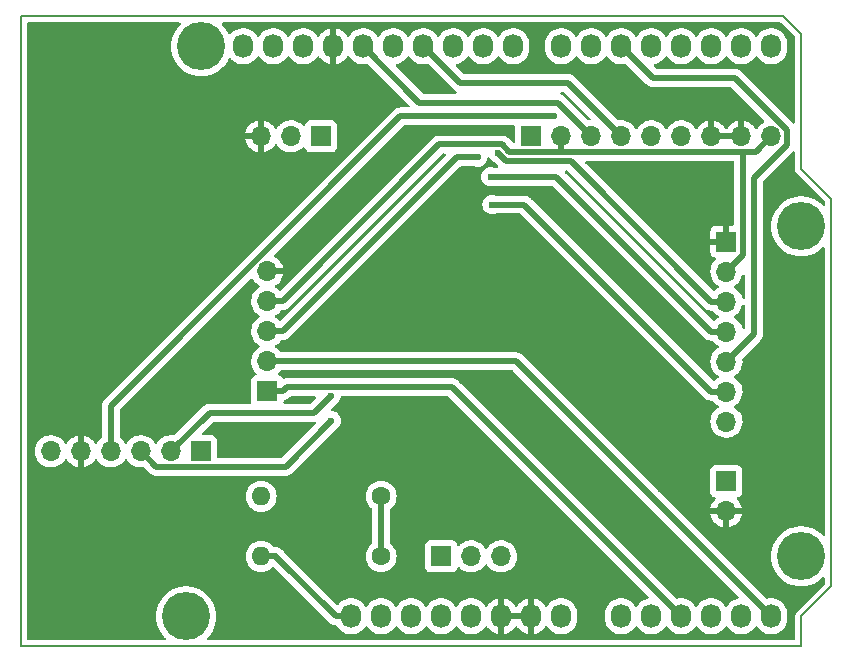
<source format=gbr>
%TF.GenerationSoftware,KiCad,Pcbnew,(6.0.5-0)*%
%TF.CreationDate,2022-05-20T22:36:49+09:00*%
%TF.ProjectId,esp32_internet_radio_v4,65737033-325f-4696-9e74-65726e65745f,rev?*%
%TF.SameCoordinates,PX69db1f0PY7882d48*%
%TF.FileFunction,Copper,L1,Top*%
%TF.FilePolarity,Positive*%
%FSLAX46Y46*%
G04 Gerber Fmt 4.6, Leading zero omitted, Abs format (unit mm)*
G04 Created by KiCad (PCBNEW (6.0.5-0)) date 2022-05-20 22:36:50*
%MOMM*%
%LPD*%
G01*
G04 APERTURE LIST*
%TA.AperFunction,Profile*%
%ADD10C,0.150000*%
%TD*%
%TA.AperFunction,ComponentPad*%
%ADD11R,1.700000X1.700000*%
%TD*%
%TA.AperFunction,ComponentPad*%
%ADD12O,1.700000X1.700000*%
%TD*%
%TA.AperFunction,ComponentPad*%
%ADD13O,1.727200X2.032000*%
%TD*%
%TA.AperFunction,ComponentPad*%
%ADD14C,4.064000*%
%TD*%
%TA.AperFunction,ComponentPad*%
%ADD15C,1.600000*%
%TD*%
%TA.AperFunction,ComponentPad*%
%ADD16O,1.600000X1.600000*%
%TD*%
%TA.AperFunction,ViaPad*%
%ADD17C,0.600000*%
%TD*%
%TA.AperFunction,Conductor*%
%ADD18C,0.500000*%
%TD*%
G04 APERTURE END LIST*
D10*
X68580000Y37846000D02*
X66040000Y40386000D01*
X66040000Y0D02*
X66040000Y2540000D01*
X66040000Y51816000D02*
X64516000Y53340000D01*
X66040000Y2540000D02*
X68580000Y5080000D01*
X0Y53340000D02*
X0Y0D01*
X68580000Y5080000D02*
X68580000Y37846000D01*
X0Y0D02*
X66040000Y0D01*
X64516000Y53340000D02*
X0Y53340000D01*
X66040000Y40386000D02*
X66040000Y51816000D01*
D11*
%TO.P,J1,1,Pin_1*%
%TO.N,ENCODER_CLK*%
X20840000Y21595000D03*
D12*
%TO.P,J1,2,Pin_2*%
%TO.N,ENCODER_DT*%
X20840000Y24135000D03*
%TO.P,J1,3,Pin_3*%
%TO.N,ENCODER_SWITCH*%
X20840000Y26675000D03*
%TO.P,J1,4,Pin_4*%
%TO.N,ESPDUINO_3.3V*%
X20840000Y29215000D03*
%TO.P,J1,5,Pin_5*%
%TO.N,ENCODER_GND*%
X20840000Y31755000D03*
%TD*%
D13*
%TO.P,P1,1,Pin_1*%
%TO.N,ESPDUINO_IO0*%
X27940000Y2540000D03*
%TO.P,P1,2,Pin_2*%
%TO.N,/IOREF*%
X30480000Y2540000D03*
%TO.P,P1,3,Pin_3*%
%TO.N,RESET*%
X33020000Y2540000D03*
%TO.P,P1,4,Pin_4*%
%TO.N,ESPDUINO_3.3V*%
X35560000Y2540000D03*
%TO.P,P1,5,Pin_5*%
%TO.N,ESPDUINO_5V*%
X38100000Y2540000D03*
%TO.P,P1,6,Pin_6*%
%TO.N,ENCODER_GND*%
X40640000Y2540000D03*
%TO.P,P1,7,Pin_7*%
X43180000Y2540000D03*
%TO.P,P1,8,Pin_8*%
%TO.N,/Vin*%
X45720000Y2540000D03*
%TD*%
%TO.P,P2,1,Pin_1*%
%TO.N,ESPDUINO_IO2*%
X50800000Y2540000D03*
%TO.P,P2,2,Pin_2*%
%TO.N,ESPDUINO_IO4*%
X53340000Y2540000D03*
%TO.P,P2,3,Pin_3*%
%TO.N,ENCODER_CLK*%
X55880000Y2540000D03*
%TO.P,P2,4,Pin_4*%
%TO.N,ESPDUINO_IO34*%
X58420000Y2540000D03*
%TO.P,P2,5,Pin_5*%
%TO.N,ESPDUINO_IO36*%
X60960000Y2540000D03*
%TO.P,P2,6,Pin_6*%
%TO.N,ENCODER_DT*%
X63500000Y2540000D03*
%TD*%
%TO.P,P3,1,Pin_1*%
%TO.N,unconnected-(P3-Pad1)*%
X18796000Y50800000D03*
%TO.P,P3,2,Pin_2*%
%TO.N,unconnected-(P3-Pad2)*%
X21336000Y50800000D03*
%TO.P,P3,3,Pin_3*%
%TO.N,/AREF*%
X23876000Y50800000D03*
%TO.P,P3,4,Pin_4*%
%TO.N,ENCODER_GND*%
X26416000Y50800000D03*
%TO.P,P3,5,Pin_5*%
%TO.N,ESPDUINO_IO18*%
X28956000Y50800000D03*
%TO.P,P3,6,Pin_6*%
%TO.N,ESPDUINO_IO19*%
X31496000Y50800000D03*
%TO.P,P3,7,Pin_7*%
%TO.N,ESPDUINO_IO23*%
X34036000Y50800000D03*
%TO.P,P3,8,Pin_8*%
%TO.N,ESPDUINO_IO5*%
X36576000Y50800000D03*
%TO.P,P3,9,Pin_9*%
%TO.N,ESPDUINO_IO13*%
X39116000Y50800000D03*
%TO.P,P3,10,Pin_10*%
%TO.N,ESPDUINO_IO12*%
X41656000Y50800000D03*
%TD*%
%TO.P,P4,1,Pin_1*%
%TO.N,ESPDUINO_IO14*%
X45720000Y50800000D03*
%TO.P,P4,2,Pin_2*%
%TO.N,ESPDUINO_IO27*%
X48260000Y50800000D03*
%TO.P,P4,3,Pin_3*%
%TO.N,ESPDUINO_IO16*%
X50800000Y50800000D03*
%TO.P,P4,4,Pin_4*%
%TO.N,ENCODER_SWITCH*%
X53340000Y50800000D03*
%TO.P,P4,5,Pin_5*%
%TO.N,ESPDUINO_IO25*%
X55880000Y50800000D03*
%TO.P,P4,6,Pin_6*%
%TO.N,ESPDUINO_IO26*%
X58420000Y50800000D03*
%TO.P,P4,7,Pin_7*%
%TO.N,ESPDUINO_TX*%
X60960000Y50800000D03*
%TO.P,P4,8,Pin_8*%
%TO.N,ESPDUINO_RX*%
X63500000Y50800000D03*
%TD*%
D14*
%TO.P,P5,1,Pin_1*%
%TO.N,unconnected-(P5-Pad1)*%
X13970000Y2540000D03*
%TD*%
%TO.P,P6,1,Pin_1*%
%TO.N,unconnected-(P6-Pad1)*%
X66040000Y7620000D03*
%TD*%
%TO.P,P7,1,Pin_1*%
%TO.N,unconnected-(P7-Pad1)*%
X15240000Y50800000D03*
%TD*%
%TO.P,P8,1,Pin_1*%
%TO.N,unconnected-(P8-Pad1)*%
X66040000Y35560000D03*
%TD*%
D15*
%TO.P,R1,1*%
%TO.N,ESPDUINO_3.3V*%
X30480000Y7620000D03*
D16*
%TO.P,R1,2*%
%TO.N,ESPDUINO_IO0*%
X20320000Y7620000D03*
%TD*%
D11*
%TO.P,J6,1,Pin_1*%
%TO.N,PCM5102_SCK*%
X15215000Y16510000D03*
D12*
%TO.P,J6,2,Pin_2*%
%TO.N,ESPDUINO_IO27*%
X12675000Y16510000D03*
%TO.P,J6,3,Pin_3*%
%TO.N,ESPDUINO_IO25*%
X10135000Y16510000D03*
%TO.P,J6,4,Pin_4*%
%TO.N,ESPDUINO_IO26*%
X7595000Y16510000D03*
%TO.P,J6,5,Pin_5*%
%TO.N,ENCODER_GND*%
X5055000Y16510000D03*
%TO.P,J6,6,Pin_6*%
%TO.N,ESPDUINO_3.3V*%
X2515000Y16510000D03*
%TD*%
D11*
%TO.P,J3,1,Pin_1*%
%TO.N,ENCODER_GND*%
X59715000Y34270000D03*
D12*
%TO.P,J3,2,Pin_2*%
%TO.N,ESPDUINO_3.3V*%
X59715000Y31730000D03*
%TO.P,J3,3,Pin_3*%
%TO.N,ESPDUINO_IO14*%
X59715000Y29190000D03*
%TO.P,J3,4,Pin_4*%
%TO.N,ESPDUINO_IO13*%
X59715000Y26650000D03*
%TO.P,J3,5,Pin_5*%
%TO.N,ESPDUINO_IO16*%
X59715000Y24110000D03*
%TO.P,J3,6,Pin_6*%
%TO.N,ESPDUINO_IO5*%
X59715000Y21570000D03*
%TO.P,J3,7,Pin_7*%
%TO.N,ST7789_BLK*%
X59715000Y19030000D03*
%TD*%
D15*
%TO.P,R2,1*%
%TO.N,ESPDUINO_3.3V*%
X30480000Y12700000D03*
D16*
%TO.P,R2,2*%
%TO.N,RESET*%
X20320000Y12700000D03*
%TD*%
D11*
%TO.P,J4,1,Pin_1*%
%TO.N,ESPDUINO_IO15*%
X35560000Y7620000D03*
D12*
%TO.P,J4,2,Pin_2*%
%TO.N,ESPDUINO_IO33*%
X38100000Y7620000D03*
%TO.P,J4,3,Pin_3*%
%TO.N,ESPDUINO_IO32*%
X40640000Y7620000D03*
%TD*%
D11*
%TO.P,J7,1,Pin_1*%
%TO.N,TFT_MISO*%
X43190000Y43180000D03*
D12*
%TO.P,J7,2,Pin_2*%
%TO.N,ESPDUINO_3.3V*%
X45730000Y43180000D03*
%TO.P,J7,3,Pin_3*%
%TO.N,ESPDUINO_IO18*%
X48270000Y43180000D03*
%TO.P,J7,4,Pin_4*%
%TO.N,ESPDUINO_IO23*%
X50810000Y43180000D03*
%TO.P,J7,5,Pin_5*%
%TO.N,ESPDUINO_IO2*%
X53350000Y43180000D03*
%TO.P,J7,6,Pin_6*%
%TO.N,ESPDUINO_IO4*%
X55890000Y43180000D03*
%TO.P,J7,7,Pin_7*%
%TO.N,ENCODER_GND*%
X58430000Y43180000D03*
%TO.P,J7,8,Pin_8*%
X60970000Y43180000D03*
%TO.P,J7,9,Pin_9*%
%TO.N,ESPDUINO_3.3V*%
X63510000Y43180000D03*
%TD*%
D11*
%TO.P,J2,1,Pin_1*%
%TO.N,ESPDUINO_5V*%
X25385000Y43180000D03*
D12*
%TO.P,J2,2,Pin_2*%
%TO.N,ESPDUINO_IO19*%
X22845000Y43180000D03*
%TO.P,J2,3,Pin_3*%
%TO.N,ENCODER_GND*%
X20305000Y43180000D03*
%TD*%
D11*
%TO.P,J5,1,Pin_1*%
%TO.N,POWER_IN_5V_VCC*%
X59690000Y13970000D03*
D12*
%TO.P,J5,2,Pin_2*%
%TO.N,ENCODER_GND*%
X59690000Y11430000D03*
%TD*%
D17*
%TO.N,ESPDUINO_IO26*%
X45103000Y44863000D03*
%TO.N,ESPDUINO_IO25*%
X26271800Y19094900D03*
%TO.N,ESPDUINO_IO27*%
X26224800Y21176100D03*
%TO.N,ESPDUINO_IO14*%
X40409200Y41737300D03*
%TO.N,ESPDUINO_IO13*%
X39746500Y39756600D03*
%TO.N,ESPDUINO_IO5*%
X39857800Y37406300D03*
%TO.N,ENCODER_SWITCH*%
X38649800Y41396000D03*
%TD*%
D18*
%TO.N,ESPDUINO_3.3V*%
X30480000Y12700000D02*
X30480000Y7620000D01*
X20840000Y29215000D02*
X22140300Y29215000D01*
X45730000Y43180000D02*
X45730000Y41879700D01*
X61085500Y33100500D02*
X59715000Y31730000D01*
X61085500Y41879700D02*
X61085500Y33100500D01*
X62209700Y41879700D02*
X61085500Y41879700D01*
X63510000Y43180000D02*
X62209700Y41879700D01*
X61085500Y41879700D02*
X45730000Y41879700D01*
X35412900Y42487600D02*
X22140300Y29215000D01*
X40720100Y42487600D02*
X35412900Y42487600D01*
X41328000Y41879700D02*
X40720100Y42487600D01*
X45730000Y41879700D02*
X41328000Y41879700D01*
%TO.N,ESPDUINO_IO26*%
X7595000Y16510000D02*
X7595000Y17810300D01*
X32091000Y44863000D02*
X45103000Y44863000D01*
X7595000Y20367000D02*
X32091000Y44863000D01*
X7595000Y17810300D02*
X7595000Y20367000D01*
%TO.N,ESPDUINO_IO25*%
X22382500Y15205600D02*
X26271800Y19094900D01*
X11439400Y15205600D02*
X22382500Y15205600D01*
X10135000Y16510000D02*
X11439400Y15205600D01*
%TO.N,ESPDUINO_IO16*%
X53467000Y48133000D02*
X50800000Y50800000D01*
X60404900Y48133000D02*
X53467000Y48133000D01*
X64836000Y43701900D02*
X60404900Y48133000D01*
X64836000Y42479700D02*
X64836000Y43701900D01*
X62038800Y39682500D02*
X64836000Y42479700D01*
X62038800Y26433800D02*
X62038800Y39682500D01*
X59715000Y24110000D02*
X62038800Y26433800D01*
%TO.N,ESPDUINO_IO27*%
X24828600Y19779900D02*
X26224800Y21176100D01*
X15944900Y19779900D02*
X24828600Y19779900D01*
X12675000Y16510000D02*
X15944900Y19779900D01*
%TO.N,ESPDUINO_IO14*%
X41082500Y41064000D02*
X40409200Y41737300D01*
X46540700Y41064000D02*
X41082500Y41064000D01*
X58414700Y29190000D02*
X46540700Y41064000D01*
X59715000Y29190000D02*
X58414700Y29190000D01*
%TO.N,ESPDUINO_IO13*%
X45308100Y39756600D02*
X39746500Y39756600D01*
X58414700Y26650000D02*
X45308100Y39756600D01*
X59715000Y26650000D02*
X58414700Y26650000D01*
%TO.N,ESPDUINO_IO5*%
X42578400Y37406300D02*
X39857800Y37406300D01*
X58414700Y21570000D02*
X42578400Y37406300D01*
X59715000Y21570000D02*
X58414700Y21570000D01*
%TO.N,ESPDUINO_IO23*%
X37111800Y47724200D02*
X34036000Y50800000D01*
X46265800Y47724200D02*
X37111800Y47724200D01*
X50810000Y43180000D02*
X46265800Y47724200D01*
%TO.N,ESPDUINO_IO18*%
X33717500Y46038500D02*
X28956000Y50800000D01*
X45411500Y46038500D02*
X33717500Y46038500D01*
X48270000Y43180000D02*
X45411500Y46038500D01*
%TO.N,ENCODER_SWITCH*%
X36861300Y41396000D02*
X22140300Y26675000D01*
X38649800Y41396000D02*
X36861300Y41396000D01*
X20840000Y26675000D02*
X22140300Y26675000D01*
%TO.N,ENCODER_CLK*%
X20840000Y21595000D02*
X22140300Y21595000D01*
X22471700Y21926400D02*
X22140300Y21595000D01*
X36493600Y21926400D02*
X22471700Y21926400D01*
X55880000Y2540000D02*
X36493600Y21926400D01*
%TO.N,ENCODER_DT*%
X41905000Y24135000D02*
X20840000Y24135000D01*
X63500000Y2540000D02*
X41905000Y24135000D01*
%TO.N,ESPDUINO_IO0*%
X21570300Y7595800D02*
X26626100Y2540000D01*
X21570300Y7620000D02*
X21570300Y7595800D01*
X27940000Y2540000D02*
X26626100Y2540000D01*
X20320000Y7620000D02*
X21570300Y7620000D01*
%TD*%
%TA.AperFunction,Conductor*%
%TO.N,ENCODER_GND*%
G36*
X13441997Y52811498D02*
G01*
X13488490Y52757842D01*
X13498594Y52687568D01*
X13469100Y52622988D01*
X13460129Y52613650D01*
X13384394Y52542530D01*
X13180629Y52296221D01*
X13178505Y52292874D01*
X13178502Y52292870D01*
X13111830Y52187812D01*
X13009341Y52026315D01*
X13007657Y52022736D01*
X13007653Y52022729D01*
X12904875Y51804313D01*
X12873233Y51737070D01*
X12872007Y51733298D01*
X12872007Y51733297D01*
X12870107Y51727449D01*
X12774449Y51433046D01*
X12714549Y51119039D01*
X12694477Y50800000D01*
X12714549Y50480961D01*
X12774449Y50166954D01*
X12775676Y50163178D01*
X12870201Y49872263D01*
X12873233Y49862930D01*
X12874920Y49859344D01*
X12874922Y49859340D01*
X13007653Y49577271D01*
X13007657Y49577264D01*
X13009341Y49573685D01*
X13011465Y49570339D01*
X13011465Y49570338D01*
X13173424Y49315133D01*
X13180629Y49303779D01*
X13384394Y49057470D01*
X13617423Y48838641D01*
X13876041Y48650744D01*
X13879510Y48648837D01*
X13879513Y48648835D01*
X14145328Y48502702D01*
X14156169Y48496742D01*
X14318083Y48432636D01*
X14449707Y48380522D01*
X14449710Y48380521D01*
X14453390Y48379064D01*
X14457224Y48378080D01*
X14457232Y48378077D01*
X14649153Y48328800D01*
X14763017Y48299565D01*
X14766945Y48299069D01*
X14766949Y48299068D01*
X14869089Y48286165D01*
X15080165Y48259500D01*
X15399835Y48259500D01*
X15610911Y48286165D01*
X15713051Y48299068D01*
X15713055Y48299069D01*
X15716983Y48299565D01*
X15830847Y48328800D01*
X16022768Y48378077D01*
X16022776Y48378080D01*
X16026610Y48379064D01*
X16030290Y48380521D01*
X16030293Y48380522D01*
X16161917Y48432636D01*
X16323831Y48496742D01*
X16334673Y48502702D01*
X16600487Y48648835D01*
X16600490Y48648837D01*
X16603959Y48650744D01*
X16862577Y48838641D01*
X17095606Y49057470D01*
X17299371Y49303779D01*
X17306577Y49315133D01*
X17468535Y49570338D01*
X17468535Y49570339D01*
X17470659Y49573685D01*
X17472343Y49577264D01*
X17472347Y49577271D01*
X17542177Y49725668D01*
X17589280Y49778789D01*
X17657625Y49798012D01*
X17725512Y49777233D01*
X17747355Y49758992D01*
X17883532Y49616242D01*
X18070350Y49477246D01*
X18075102Y49474830D01*
X18272244Y49374598D01*
X18277916Y49371714D01*
X18389106Y49337189D01*
X18495193Y49304247D01*
X18495199Y49304246D01*
X18500296Y49302663D01*
X18624660Y49286180D01*
X18725848Y49272768D01*
X18725852Y49272768D01*
X18731132Y49272068D01*
X18736462Y49272268D01*
X18736463Y49272268D01*
X18852072Y49276608D01*
X18963822Y49280803D01*
X19068005Y49302663D01*
X19186486Y49327523D01*
X19186489Y49327524D01*
X19191713Y49328620D01*
X19408290Y49414150D01*
X19607359Y49534949D01*
X19611855Y49538850D01*
X19779197Y49684061D01*
X19779199Y49684063D01*
X19783230Y49687561D01*
X19786613Y49691687D01*
X19786617Y49691691D01*
X19885776Y49812626D01*
X19930872Y49867624D01*
X19956845Y49913252D01*
X20007927Y49962558D01*
X20077558Y49976420D01*
X20143629Y49950437D01*
X20170867Y49921287D01*
X20262804Y49784728D01*
X20266483Y49780871D01*
X20266485Y49780869D01*
X20351223Y49692041D01*
X20423532Y49616242D01*
X20610350Y49477246D01*
X20615102Y49474830D01*
X20812244Y49374598D01*
X20817916Y49371714D01*
X20929106Y49337189D01*
X21035193Y49304247D01*
X21035199Y49304246D01*
X21040296Y49302663D01*
X21164660Y49286180D01*
X21265848Y49272768D01*
X21265852Y49272768D01*
X21271132Y49272068D01*
X21276462Y49272268D01*
X21276463Y49272268D01*
X21392072Y49276608D01*
X21503822Y49280803D01*
X21608005Y49302663D01*
X21726486Y49327523D01*
X21726489Y49327524D01*
X21731713Y49328620D01*
X21948290Y49414150D01*
X22147359Y49534949D01*
X22151855Y49538850D01*
X22319197Y49684061D01*
X22319199Y49684063D01*
X22323230Y49687561D01*
X22326613Y49691687D01*
X22326617Y49691691D01*
X22425776Y49812626D01*
X22470872Y49867624D01*
X22496845Y49913252D01*
X22547927Y49962558D01*
X22617558Y49976420D01*
X22683629Y49950437D01*
X22710867Y49921287D01*
X22802804Y49784728D01*
X22806483Y49780871D01*
X22806485Y49780869D01*
X22891223Y49692041D01*
X22963532Y49616242D01*
X23150350Y49477246D01*
X23155102Y49474830D01*
X23352244Y49374598D01*
X23357916Y49371714D01*
X23469106Y49337189D01*
X23575193Y49304247D01*
X23575199Y49304246D01*
X23580296Y49302663D01*
X23704660Y49286180D01*
X23805848Y49272768D01*
X23805852Y49272768D01*
X23811132Y49272068D01*
X23816462Y49272268D01*
X23816463Y49272268D01*
X23932072Y49276608D01*
X24043822Y49280803D01*
X24148005Y49302663D01*
X24266486Y49327523D01*
X24266489Y49327524D01*
X24271713Y49328620D01*
X24488290Y49414150D01*
X24687359Y49534949D01*
X24691855Y49538850D01*
X24859197Y49684061D01*
X24859199Y49684063D01*
X24863230Y49687561D01*
X24866613Y49691687D01*
X24866617Y49691691D01*
X24965776Y49812626D01*
X25010872Y49867624D01*
X25037122Y49913739D01*
X25088202Y49963044D01*
X25157832Y49976906D01*
X25223904Y49950923D01*
X25251143Y49921773D01*
X25340215Y49789470D01*
X25346876Y49781184D01*
X25500180Y49620480D01*
X25508148Y49613431D01*
X25686336Y49480856D01*
X25695366Y49475257D01*
X25893347Y49374598D01*
X25903208Y49370595D01*
X26115301Y49304737D01*
X26125696Y49302452D01*
X26144041Y49300020D01*
X26158208Y49302217D01*
X26162000Y49315401D01*
X26162000Y52282488D01*
X26158027Y52296019D01*
X26147420Y52297544D01*
X26025657Y52271996D01*
X26015461Y52268936D01*
X25808903Y52187363D01*
X25799366Y52182629D01*
X25609497Y52067414D01*
X25600907Y52061150D01*
X25433163Y51915589D01*
X25425743Y51907959D01*
X25284927Y51736220D01*
X25278898Y51727449D01*
X25255467Y51686285D01*
X25204385Y51636978D01*
X25134755Y51623116D01*
X25068684Y51649099D01*
X25041445Y51678249D01*
X25005005Y51732376D01*
X24949196Y51815272D01*
X24924598Y51841058D01*
X24792152Y51979896D01*
X24788468Y51983758D01*
X24601650Y52122754D01*
X24474574Y52187363D01*
X24398842Y52225867D01*
X24398841Y52225867D01*
X24394084Y52228286D01*
X24255299Y52271380D01*
X24176807Y52295753D01*
X24176801Y52295754D01*
X24171704Y52297337D01*
X24047340Y52313820D01*
X23946152Y52327232D01*
X23946148Y52327232D01*
X23940868Y52327932D01*
X23935538Y52327732D01*
X23935537Y52327732D01*
X23824523Y52323564D01*
X23708178Y52319197D01*
X23625474Y52301844D01*
X23485514Y52272477D01*
X23485511Y52272476D01*
X23480287Y52271380D01*
X23263710Y52185850D01*
X23064641Y52065051D01*
X23060611Y52061554D01*
X22966075Y51979520D01*
X22888770Y51912439D01*
X22885387Y51908313D01*
X22885383Y51908309D01*
X22812262Y51819131D01*
X22741128Y51732376D01*
X22738490Y51727741D01*
X22738487Y51727737D01*
X22715155Y51686748D01*
X22664073Y51637442D01*
X22594442Y51623580D01*
X22528371Y51649563D01*
X22501133Y51678713D01*
X22412176Y51810845D01*
X22409196Y51815272D01*
X22384598Y51841058D01*
X22252152Y51979896D01*
X22248468Y51983758D01*
X22061650Y52122754D01*
X21934574Y52187363D01*
X21858842Y52225867D01*
X21858841Y52225867D01*
X21854084Y52228286D01*
X21715299Y52271380D01*
X21636807Y52295753D01*
X21636801Y52295754D01*
X21631704Y52297337D01*
X21507340Y52313820D01*
X21406152Y52327232D01*
X21406148Y52327232D01*
X21400868Y52327932D01*
X21395538Y52327732D01*
X21395537Y52327732D01*
X21284523Y52323564D01*
X21168178Y52319197D01*
X21085474Y52301844D01*
X20945514Y52272477D01*
X20945511Y52272476D01*
X20940287Y52271380D01*
X20723710Y52185850D01*
X20524641Y52065051D01*
X20520611Y52061554D01*
X20426075Y51979520D01*
X20348770Y51912439D01*
X20345387Y51908313D01*
X20345383Y51908309D01*
X20272262Y51819131D01*
X20201128Y51732376D01*
X20198490Y51727741D01*
X20198487Y51727737D01*
X20175155Y51686748D01*
X20124073Y51637442D01*
X20054442Y51623580D01*
X19988371Y51649563D01*
X19961133Y51678713D01*
X19872176Y51810845D01*
X19869196Y51815272D01*
X19844598Y51841058D01*
X19712152Y51979896D01*
X19708468Y51983758D01*
X19521650Y52122754D01*
X19394574Y52187363D01*
X19318842Y52225867D01*
X19318841Y52225867D01*
X19314084Y52228286D01*
X19175299Y52271380D01*
X19096807Y52295753D01*
X19096801Y52295754D01*
X19091704Y52297337D01*
X18967340Y52313820D01*
X18866152Y52327232D01*
X18866148Y52327232D01*
X18860868Y52327932D01*
X18855538Y52327732D01*
X18855537Y52327732D01*
X18744523Y52323564D01*
X18628178Y52319197D01*
X18545474Y52301844D01*
X18405514Y52272477D01*
X18405511Y52272476D01*
X18400287Y52271380D01*
X18183710Y52185850D01*
X17984641Y52065051D01*
X17980611Y52061554D01*
X17886075Y51979520D01*
X17808770Y51912439D01*
X17805384Y51908309D01*
X17805383Y51908308D01*
X17754489Y51846239D01*
X17695829Y51806244D01*
X17624859Y51804313D01*
X17564111Y51841058D01*
X17543047Y51872482D01*
X17472347Y52022729D01*
X17472343Y52022736D01*
X17470659Y52026315D01*
X17368170Y52187812D01*
X17301498Y52292870D01*
X17301495Y52292874D01*
X17299371Y52296221D01*
X17095606Y52542530D01*
X17019871Y52613650D01*
X16983906Y52674863D01*
X16986744Y52745803D01*
X17027484Y52803947D01*
X17093192Y52830835D01*
X17106124Y52831500D01*
X64253183Y52831500D01*
X64321304Y52811498D01*
X64342278Y52794595D01*
X65494595Y51642277D01*
X65528621Y51579965D01*
X65531500Y51553182D01*
X65531500Y44383271D01*
X65511498Y44315150D01*
X65457842Y44268657D01*
X65387568Y44258553D01*
X65322988Y44288047D01*
X65316405Y44294176D01*
X60988670Y48621911D01*
X60976284Y48636323D01*
X60967751Y48647918D01*
X60967746Y48647923D01*
X60963408Y48653818D01*
X60957830Y48658557D01*
X60957827Y48658560D01*
X60923132Y48688035D01*
X60915616Y48694965D01*
X60909921Y48700660D01*
X60903780Y48705518D01*
X60887649Y48718281D01*
X60884245Y48721072D01*
X60834197Y48763591D01*
X60834195Y48763592D01*
X60828615Y48768333D01*
X60822099Y48771661D01*
X60817050Y48775028D01*
X60811921Y48778195D01*
X60806184Y48782734D01*
X60740025Y48813655D01*
X60736125Y48815561D01*
X60671092Y48848769D01*
X60663984Y48850508D01*
X60658341Y48852607D01*
X60652578Y48854524D01*
X60645950Y48857622D01*
X60574483Y48872487D01*
X60570199Y48873457D01*
X60499290Y48890808D01*
X60493688Y48891156D01*
X60493685Y48891156D01*
X60488136Y48891500D01*
X60488138Y48891536D01*
X60484145Y48891775D01*
X60479953Y48892149D01*
X60472785Y48893640D01*
X60406575Y48891849D01*
X60395379Y48891546D01*
X60391972Y48891500D01*
X53833371Y48891500D01*
X53765250Y48911502D01*
X53744276Y48928405D01*
X53576593Y49096088D01*
X53542567Y49158400D01*
X53547632Y49229215D01*
X53590179Y49286051D01*
X53639814Y49308498D01*
X53730486Y49327523D01*
X53730489Y49327524D01*
X53735713Y49328620D01*
X53952290Y49414150D01*
X54151359Y49534949D01*
X54155855Y49538850D01*
X54323197Y49684061D01*
X54323199Y49684063D01*
X54327230Y49687561D01*
X54330613Y49691687D01*
X54330617Y49691691D01*
X54429776Y49812626D01*
X54474872Y49867624D01*
X54500845Y49913252D01*
X54551927Y49962558D01*
X54621558Y49976420D01*
X54687629Y49950437D01*
X54714867Y49921287D01*
X54806804Y49784728D01*
X54810483Y49780871D01*
X54810485Y49780869D01*
X54895223Y49692041D01*
X54967532Y49616242D01*
X55154350Y49477246D01*
X55159102Y49474830D01*
X55356244Y49374598D01*
X55361916Y49371714D01*
X55473106Y49337189D01*
X55579193Y49304247D01*
X55579199Y49304246D01*
X55584296Y49302663D01*
X55708660Y49286180D01*
X55809848Y49272768D01*
X55809852Y49272768D01*
X55815132Y49272068D01*
X55820462Y49272268D01*
X55820463Y49272268D01*
X55936072Y49276608D01*
X56047822Y49280803D01*
X56152005Y49302663D01*
X56270486Y49327523D01*
X56270489Y49327524D01*
X56275713Y49328620D01*
X56492290Y49414150D01*
X56691359Y49534949D01*
X56695855Y49538850D01*
X56863197Y49684061D01*
X56863199Y49684063D01*
X56867230Y49687561D01*
X56870613Y49691687D01*
X56870617Y49691691D01*
X56969776Y49812626D01*
X57014872Y49867624D01*
X57040845Y49913252D01*
X57091927Y49962558D01*
X57161558Y49976420D01*
X57227629Y49950437D01*
X57254867Y49921287D01*
X57346804Y49784728D01*
X57350483Y49780871D01*
X57350485Y49780869D01*
X57435223Y49692041D01*
X57507532Y49616242D01*
X57694350Y49477246D01*
X57699102Y49474830D01*
X57896244Y49374598D01*
X57901916Y49371714D01*
X58013106Y49337189D01*
X58119193Y49304247D01*
X58119199Y49304246D01*
X58124296Y49302663D01*
X58248660Y49286180D01*
X58349848Y49272768D01*
X58349852Y49272768D01*
X58355132Y49272068D01*
X58360462Y49272268D01*
X58360463Y49272268D01*
X58476072Y49276608D01*
X58587822Y49280803D01*
X58692005Y49302663D01*
X58810486Y49327523D01*
X58810489Y49327524D01*
X58815713Y49328620D01*
X59032290Y49414150D01*
X59231359Y49534949D01*
X59235855Y49538850D01*
X59403197Y49684061D01*
X59403199Y49684063D01*
X59407230Y49687561D01*
X59410613Y49691687D01*
X59410617Y49691691D01*
X59509776Y49812626D01*
X59554872Y49867624D01*
X59580845Y49913252D01*
X59631927Y49962558D01*
X59701558Y49976420D01*
X59767629Y49950437D01*
X59794867Y49921287D01*
X59886804Y49784728D01*
X59890483Y49780871D01*
X59890485Y49780869D01*
X59975223Y49692041D01*
X60047532Y49616242D01*
X60234350Y49477246D01*
X60239102Y49474830D01*
X60436244Y49374598D01*
X60441916Y49371714D01*
X60553106Y49337189D01*
X60659193Y49304247D01*
X60659199Y49304246D01*
X60664296Y49302663D01*
X60788660Y49286180D01*
X60889848Y49272768D01*
X60889852Y49272768D01*
X60895132Y49272068D01*
X60900462Y49272268D01*
X60900463Y49272268D01*
X61016072Y49276608D01*
X61127822Y49280803D01*
X61232005Y49302663D01*
X61350486Y49327523D01*
X61350489Y49327524D01*
X61355713Y49328620D01*
X61572290Y49414150D01*
X61771359Y49534949D01*
X61775855Y49538850D01*
X61943197Y49684061D01*
X61943199Y49684063D01*
X61947230Y49687561D01*
X61950613Y49691687D01*
X61950617Y49691691D01*
X62049776Y49812626D01*
X62094872Y49867624D01*
X62120845Y49913252D01*
X62171927Y49962558D01*
X62241558Y49976420D01*
X62307629Y49950437D01*
X62334867Y49921287D01*
X62426804Y49784728D01*
X62430483Y49780871D01*
X62430485Y49780869D01*
X62515223Y49692041D01*
X62587532Y49616242D01*
X62774350Y49477246D01*
X62779102Y49474830D01*
X62976244Y49374598D01*
X62981916Y49371714D01*
X63093106Y49337189D01*
X63199193Y49304247D01*
X63199199Y49304246D01*
X63204296Y49302663D01*
X63328660Y49286180D01*
X63429848Y49272768D01*
X63429852Y49272768D01*
X63435132Y49272068D01*
X63440462Y49272268D01*
X63440463Y49272268D01*
X63556072Y49276608D01*
X63667822Y49280803D01*
X63772005Y49302663D01*
X63890486Y49327523D01*
X63890489Y49327524D01*
X63895713Y49328620D01*
X64112290Y49414150D01*
X64311359Y49534949D01*
X64315855Y49538850D01*
X64483197Y49684061D01*
X64483199Y49684063D01*
X64487230Y49687561D01*
X64490613Y49691687D01*
X64490617Y49691691D01*
X64589776Y49812626D01*
X64634872Y49867624D01*
X64665696Y49921773D01*
X64747422Y50065346D01*
X64750065Y50069989D01*
X64770239Y50125565D01*
X64827695Y50283854D01*
X64827696Y50283858D01*
X64829515Y50288869D01*
X64870950Y50518007D01*
X64872100Y50542394D01*
X64872100Y51010868D01*
X64857374Y51184420D01*
X64856035Y51189580D01*
X64800217Y51404637D01*
X64800216Y51404641D01*
X64798875Y51409806D01*
X64790164Y51429145D01*
X64705433Y51617240D01*
X64703238Y51622113D01*
X64573196Y51815272D01*
X64548598Y51841058D01*
X64416152Y51979896D01*
X64412468Y51983758D01*
X64225650Y52122754D01*
X64098574Y52187363D01*
X64022842Y52225867D01*
X64022841Y52225867D01*
X64018084Y52228286D01*
X63879299Y52271380D01*
X63800807Y52295753D01*
X63800801Y52295754D01*
X63795704Y52297337D01*
X63671340Y52313820D01*
X63570152Y52327232D01*
X63570148Y52327232D01*
X63564868Y52327932D01*
X63559538Y52327732D01*
X63559537Y52327732D01*
X63448523Y52323564D01*
X63332178Y52319197D01*
X63249474Y52301844D01*
X63109514Y52272477D01*
X63109511Y52272476D01*
X63104287Y52271380D01*
X62887710Y52185850D01*
X62688641Y52065051D01*
X62684611Y52061554D01*
X62590075Y51979520D01*
X62512770Y51912439D01*
X62509387Y51908313D01*
X62509383Y51908309D01*
X62436262Y51819131D01*
X62365128Y51732376D01*
X62362490Y51727741D01*
X62362487Y51727737D01*
X62339155Y51686748D01*
X62288073Y51637442D01*
X62218442Y51623580D01*
X62152371Y51649563D01*
X62125133Y51678713D01*
X62036176Y51810845D01*
X62033196Y51815272D01*
X62008598Y51841058D01*
X61876152Y51979896D01*
X61872468Y51983758D01*
X61685650Y52122754D01*
X61558574Y52187363D01*
X61482842Y52225867D01*
X61482841Y52225867D01*
X61478084Y52228286D01*
X61339299Y52271380D01*
X61260807Y52295753D01*
X61260801Y52295754D01*
X61255704Y52297337D01*
X61131340Y52313820D01*
X61030152Y52327232D01*
X61030148Y52327232D01*
X61024868Y52327932D01*
X61019538Y52327732D01*
X61019537Y52327732D01*
X60908523Y52323564D01*
X60792178Y52319197D01*
X60709474Y52301844D01*
X60569514Y52272477D01*
X60569511Y52272476D01*
X60564287Y52271380D01*
X60347710Y52185850D01*
X60148641Y52065051D01*
X60144611Y52061554D01*
X60050075Y51979520D01*
X59972770Y51912439D01*
X59969387Y51908313D01*
X59969383Y51908309D01*
X59896262Y51819131D01*
X59825128Y51732376D01*
X59822490Y51727741D01*
X59822487Y51727737D01*
X59799155Y51686748D01*
X59748073Y51637442D01*
X59678442Y51623580D01*
X59612371Y51649563D01*
X59585133Y51678713D01*
X59496176Y51810845D01*
X59493196Y51815272D01*
X59468598Y51841058D01*
X59336152Y51979896D01*
X59332468Y51983758D01*
X59145650Y52122754D01*
X59018574Y52187363D01*
X58942842Y52225867D01*
X58942841Y52225867D01*
X58938084Y52228286D01*
X58799299Y52271380D01*
X58720807Y52295753D01*
X58720801Y52295754D01*
X58715704Y52297337D01*
X58591340Y52313820D01*
X58490152Y52327232D01*
X58490148Y52327232D01*
X58484868Y52327932D01*
X58479538Y52327732D01*
X58479537Y52327732D01*
X58368523Y52323564D01*
X58252178Y52319197D01*
X58169474Y52301844D01*
X58029514Y52272477D01*
X58029511Y52272476D01*
X58024287Y52271380D01*
X57807710Y52185850D01*
X57608641Y52065051D01*
X57604611Y52061554D01*
X57510075Y51979520D01*
X57432770Y51912439D01*
X57429387Y51908313D01*
X57429383Y51908309D01*
X57356262Y51819131D01*
X57285128Y51732376D01*
X57282490Y51727741D01*
X57282487Y51727737D01*
X57259155Y51686748D01*
X57208073Y51637442D01*
X57138442Y51623580D01*
X57072371Y51649563D01*
X57045133Y51678713D01*
X56956176Y51810845D01*
X56953196Y51815272D01*
X56928598Y51841058D01*
X56796152Y51979896D01*
X56792468Y51983758D01*
X56605650Y52122754D01*
X56478574Y52187363D01*
X56402842Y52225867D01*
X56402841Y52225867D01*
X56398084Y52228286D01*
X56259299Y52271380D01*
X56180807Y52295753D01*
X56180801Y52295754D01*
X56175704Y52297337D01*
X56051340Y52313820D01*
X55950152Y52327232D01*
X55950148Y52327232D01*
X55944868Y52327932D01*
X55939538Y52327732D01*
X55939537Y52327732D01*
X55828523Y52323564D01*
X55712178Y52319197D01*
X55629474Y52301844D01*
X55489514Y52272477D01*
X55489511Y52272476D01*
X55484287Y52271380D01*
X55267710Y52185850D01*
X55068641Y52065051D01*
X55064611Y52061554D01*
X54970075Y51979520D01*
X54892770Y51912439D01*
X54889387Y51908313D01*
X54889383Y51908309D01*
X54816262Y51819131D01*
X54745128Y51732376D01*
X54742490Y51727741D01*
X54742487Y51727737D01*
X54719155Y51686748D01*
X54668073Y51637442D01*
X54598442Y51623580D01*
X54532371Y51649563D01*
X54505133Y51678713D01*
X54416176Y51810845D01*
X54413196Y51815272D01*
X54388598Y51841058D01*
X54256152Y51979896D01*
X54252468Y51983758D01*
X54065650Y52122754D01*
X53938574Y52187363D01*
X53862842Y52225867D01*
X53862841Y52225867D01*
X53858084Y52228286D01*
X53719299Y52271380D01*
X53640807Y52295753D01*
X53640801Y52295754D01*
X53635704Y52297337D01*
X53511340Y52313820D01*
X53410152Y52327232D01*
X53410148Y52327232D01*
X53404868Y52327932D01*
X53399538Y52327732D01*
X53399537Y52327732D01*
X53288523Y52323564D01*
X53172178Y52319197D01*
X53089474Y52301844D01*
X52949514Y52272477D01*
X52949511Y52272476D01*
X52944287Y52271380D01*
X52727710Y52185850D01*
X52528641Y52065051D01*
X52524611Y52061554D01*
X52430075Y51979520D01*
X52352770Y51912439D01*
X52349387Y51908313D01*
X52349383Y51908309D01*
X52276262Y51819131D01*
X52205128Y51732376D01*
X52202490Y51727741D01*
X52202487Y51727737D01*
X52179155Y51686748D01*
X52128073Y51637442D01*
X52058442Y51623580D01*
X51992371Y51649563D01*
X51965133Y51678713D01*
X51876176Y51810845D01*
X51873196Y51815272D01*
X51848598Y51841058D01*
X51716152Y51979896D01*
X51712468Y51983758D01*
X51525650Y52122754D01*
X51398574Y52187363D01*
X51322842Y52225867D01*
X51322841Y52225867D01*
X51318084Y52228286D01*
X51179299Y52271380D01*
X51100807Y52295753D01*
X51100801Y52295754D01*
X51095704Y52297337D01*
X50971340Y52313820D01*
X50870152Y52327232D01*
X50870148Y52327232D01*
X50864868Y52327932D01*
X50859538Y52327732D01*
X50859537Y52327732D01*
X50748523Y52323564D01*
X50632178Y52319197D01*
X50549474Y52301844D01*
X50409514Y52272477D01*
X50409511Y52272476D01*
X50404287Y52271380D01*
X50187710Y52185850D01*
X49988641Y52065051D01*
X49984611Y52061554D01*
X49890075Y51979520D01*
X49812770Y51912439D01*
X49809387Y51908313D01*
X49809383Y51908309D01*
X49736262Y51819131D01*
X49665128Y51732376D01*
X49662490Y51727741D01*
X49662487Y51727737D01*
X49639155Y51686748D01*
X49588073Y51637442D01*
X49518442Y51623580D01*
X49452371Y51649563D01*
X49425133Y51678713D01*
X49336176Y51810845D01*
X49333196Y51815272D01*
X49308598Y51841058D01*
X49176152Y51979896D01*
X49172468Y51983758D01*
X48985650Y52122754D01*
X48858574Y52187363D01*
X48782842Y52225867D01*
X48782841Y52225867D01*
X48778084Y52228286D01*
X48639299Y52271380D01*
X48560807Y52295753D01*
X48560801Y52295754D01*
X48555704Y52297337D01*
X48431340Y52313820D01*
X48330152Y52327232D01*
X48330148Y52327232D01*
X48324868Y52327932D01*
X48319538Y52327732D01*
X48319537Y52327732D01*
X48208523Y52323564D01*
X48092178Y52319197D01*
X48009474Y52301844D01*
X47869514Y52272477D01*
X47869511Y52272476D01*
X47864287Y52271380D01*
X47647710Y52185850D01*
X47448641Y52065051D01*
X47444611Y52061554D01*
X47350075Y51979520D01*
X47272770Y51912439D01*
X47269387Y51908313D01*
X47269383Y51908309D01*
X47196262Y51819131D01*
X47125128Y51732376D01*
X47122490Y51727741D01*
X47122487Y51727737D01*
X47099155Y51686748D01*
X47048073Y51637442D01*
X46978442Y51623580D01*
X46912371Y51649563D01*
X46885133Y51678713D01*
X46796176Y51810845D01*
X46793196Y51815272D01*
X46768598Y51841058D01*
X46636152Y51979896D01*
X46632468Y51983758D01*
X46445650Y52122754D01*
X46318574Y52187363D01*
X46242842Y52225867D01*
X46242841Y52225867D01*
X46238084Y52228286D01*
X46099299Y52271380D01*
X46020807Y52295753D01*
X46020801Y52295754D01*
X46015704Y52297337D01*
X45891340Y52313820D01*
X45790152Y52327232D01*
X45790148Y52327232D01*
X45784868Y52327932D01*
X45779538Y52327732D01*
X45779537Y52327732D01*
X45668523Y52323564D01*
X45552178Y52319197D01*
X45469474Y52301844D01*
X45329514Y52272477D01*
X45329511Y52272476D01*
X45324287Y52271380D01*
X45107710Y52185850D01*
X44908641Y52065051D01*
X44904611Y52061554D01*
X44810075Y51979520D01*
X44732770Y51912439D01*
X44729387Y51908313D01*
X44729383Y51908309D01*
X44656262Y51819131D01*
X44585128Y51732376D01*
X44582490Y51727741D01*
X44582487Y51727737D01*
X44486597Y51559281D01*
X44469935Y51530011D01*
X44468114Y51524995D01*
X44468112Y51524990D01*
X44426302Y51409806D01*
X44390485Y51311131D01*
X44349050Y51081993D01*
X44347900Y51057606D01*
X44347900Y50589132D01*
X44362626Y50415580D01*
X44363964Y50410423D01*
X44363965Y50410420D01*
X44396816Y50283854D01*
X44421125Y50190194D01*
X44423317Y50185328D01*
X44423318Y50185325D01*
X44431594Y50166954D01*
X44516762Y49977887D01*
X44646804Y49784728D01*
X44650483Y49780871D01*
X44650485Y49780869D01*
X44735223Y49692041D01*
X44807532Y49616242D01*
X44994350Y49477246D01*
X44999102Y49474830D01*
X45196244Y49374598D01*
X45201916Y49371714D01*
X45313106Y49337189D01*
X45419193Y49304247D01*
X45419199Y49304246D01*
X45424296Y49302663D01*
X45548660Y49286180D01*
X45649848Y49272768D01*
X45649852Y49272768D01*
X45655132Y49272068D01*
X45660462Y49272268D01*
X45660463Y49272268D01*
X45776072Y49276608D01*
X45887822Y49280803D01*
X45992005Y49302663D01*
X46110486Y49327523D01*
X46110489Y49327524D01*
X46115713Y49328620D01*
X46332290Y49414150D01*
X46531359Y49534949D01*
X46535855Y49538850D01*
X46703197Y49684061D01*
X46703199Y49684063D01*
X46707230Y49687561D01*
X46710613Y49691687D01*
X46710617Y49691691D01*
X46809776Y49812626D01*
X46854872Y49867624D01*
X46880845Y49913252D01*
X46931927Y49962558D01*
X47001558Y49976420D01*
X47067629Y49950437D01*
X47094867Y49921287D01*
X47186804Y49784728D01*
X47190483Y49780871D01*
X47190485Y49780869D01*
X47275223Y49692041D01*
X47347532Y49616242D01*
X47534350Y49477246D01*
X47539102Y49474830D01*
X47736244Y49374598D01*
X47741916Y49371714D01*
X47853106Y49337189D01*
X47959193Y49304247D01*
X47959199Y49304246D01*
X47964296Y49302663D01*
X48088660Y49286180D01*
X48189848Y49272768D01*
X48189852Y49272768D01*
X48195132Y49272068D01*
X48200462Y49272268D01*
X48200463Y49272268D01*
X48316072Y49276608D01*
X48427822Y49280803D01*
X48532005Y49302663D01*
X48650486Y49327523D01*
X48650489Y49327524D01*
X48655713Y49328620D01*
X48872290Y49414150D01*
X49071359Y49534949D01*
X49075855Y49538850D01*
X49243197Y49684061D01*
X49243199Y49684063D01*
X49247230Y49687561D01*
X49250613Y49691687D01*
X49250617Y49691691D01*
X49349776Y49812626D01*
X49394872Y49867624D01*
X49420845Y49913252D01*
X49471927Y49962558D01*
X49541558Y49976420D01*
X49607629Y49950437D01*
X49634867Y49921287D01*
X49726804Y49784728D01*
X49730483Y49780871D01*
X49730485Y49780869D01*
X49815223Y49692041D01*
X49887532Y49616242D01*
X50074350Y49477246D01*
X50079102Y49474830D01*
X50276244Y49374598D01*
X50281916Y49371714D01*
X50393106Y49337189D01*
X50499193Y49304247D01*
X50499199Y49304246D01*
X50504296Y49302663D01*
X50628660Y49286180D01*
X50729848Y49272768D01*
X50729852Y49272768D01*
X50735132Y49272068D01*
X50740462Y49272268D01*
X50740463Y49272268D01*
X50856072Y49276608D01*
X50967822Y49280803D01*
X51017659Y49291260D01*
X51131437Y49315133D01*
X51202213Y49309546D01*
X51246406Y49280913D01*
X52883230Y47644089D01*
X52895616Y47629677D01*
X52904149Y47618082D01*
X52904154Y47618077D01*
X52908492Y47612182D01*
X52914070Y47607443D01*
X52914073Y47607440D01*
X52948768Y47577965D01*
X52956284Y47571035D01*
X52961980Y47565339D01*
X52964841Y47563076D01*
X52964846Y47563071D01*
X52984256Y47547715D01*
X52987658Y47544926D01*
X53043285Y47497667D01*
X53049802Y47494339D01*
X53054850Y47490973D01*
X53059972Y47487810D01*
X53065716Y47483265D01*
X53131895Y47452336D01*
X53135779Y47450437D01*
X53200808Y47417231D01*
X53207923Y47415490D01*
X53213578Y47413387D01*
X53219317Y47411478D01*
X53225950Y47408378D01*
X53297435Y47393509D01*
X53301701Y47392543D01*
X53372610Y47375192D01*
X53378212Y47374844D01*
X53378215Y47374844D01*
X53383764Y47374500D01*
X53383762Y47374465D01*
X53387734Y47374225D01*
X53391955Y47373848D01*
X53399115Y47372359D01*
X53476542Y47374454D01*
X53479950Y47374500D01*
X60038529Y47374500D01*
X60106650Y47354498D01*
X60127624Y47337595D01*
X62891037Y44574182D01*
X62925063Y44511870D01*
X62919998Y44441055D01*
X62877451Y44384219D01*
X62860124Y44373325D01*
X62783607Y44333493D01*
X62779474Y44330390D01*
X62779471Y44330388D01*
X62683796Y44258553D01*
X62604965Y44199365D01*
X62565525Y44158093D01*
X62479043Y44067595D01*
X62450629Y44037862D01*
X62447720Y44033597D01*
X62447714Y44033589D01*
X62446120Y44031252D01*
X62343204Y43880382D01*
X62342898Y43879934D01*
X62287987Y43834931D01*
X62217462Y43826760D01*
X62153715Y43858014D01*
X62133018Y43882498D01*
X62052426Y44007074D01*
X62046136Y44015243D01*
X61902806Y44172760D01*
X61895273Y44179785D01*
X61728139Y44311778D01*
X61719552Y44317483D01*
X61533117Y44420401D01*
X61523705Y44424631D01*
X61322959Y44495720D01*
X61312988Y44498354D01*
X61241837Y44511028D01*
X61228540Y44509568D01*
X61224000Y44495011D01*
X61224000Y43052000D01*
X61203998Y42983879D01*
X61150342Y42937386D01*
X61098000Y42926000D01*
X58302000Y42926000D01*
X58233879Y42946002D01*
X58187386Y42999658D01*
X58176000Y43052000D01*
X58176000Y43452115D01*
X58684000Y43452115D01*
X58688475Y43436876D01*
X58689865Y43435671D01*
X58697548Y43434000D01*
X60697885Y43434000D01*
X60713124Y43438475D01*
X60714329Y43439865D01*
X60716000Y43447548D01*
X60716000Y44496898D01*
X60712082Y44510242D01*
X60697806Y44512229D01*
X60659324Y44506340D01*
X60649288Y44503949D01*
X60446868Y44437788D01*
X60437359Y44433791D01*
X60248463Y44335458D01*
X60239738Y44329964D01*
X60069433Y44202095D01*
X60061726Y44195252D01*
X59914590Y44041283D01*
X59908104Y44033273D01*
X59803193Y43879479D01*
X59748282Y43834476D01*
X59677757Y43826305D01*
X59614010Y43857559D01*
X59593313Y43882043D01*
X59512427Y44007074D01*
X59506136Y44015243D01*
X59362806Y44172760D01*
X59355273Y44179785D01*
X59188139Y44311778D01*
X59179552Y44317483D01*
X58993117Y44420401D01*
X58983705Y44424631D01*
X58782959Y44495720D01*
X58772988Y44498354D01*
X58701837Y44511028D01*
X58688540Y44509568D01*
X58684000Y44495011D01*
X58684000Y43452115D01*
X58176000Y43452115D01*
X58176000Y44496898D01*
X58172082Y44510242D01*
X58157806Y44512229D01*
X58119324Y44506340D01*
X58109288Y44503949D01*
X57906868Y44437788D01*
X57897359Y44433791D01*
X57708463Y44335458D01*
X57699738Y44329964D01*
X57529433Y44202095D01*
X57521726Y44195252D01*
X57374590Y44041283D01*
X57368109Y44033278D01*
X57263498Y43879926D01*
X57208587Y43834924D01*
X57138062Y43826753D01*
X57074315Y43858007D01*
X57053618Y43882491D01*
X56972822Y44007383D01*
X56972820Y44007386D01*
X56970014Y44011723D01*
X56819670Y44176949D01*
X56815619Y44180148D01*
X56815615Y44180152D01*
X56648414Y44312200D01*
X56648410Y44312202D01*
X56644359Y44315402D01*
X56608028Y44335458D01*
X56521414Y44383271D01*
X56448789Y44423362D01*
X56443920Y44425086D01*
X56443916Y44425088D01*
X56243087Y44496205D01*
X56243083Y44496206D01*
X56238212Y44497931D01*
X56233119Y44498838D01*
X56233116Y44498839D01*
X56023373Y44536200D01*
X56023367Y44536201D01*
X56018284Y44537106D01*
X55944452Y44538008D01*
X55800081Y44539772D01*
X55800079Y44539772D01*
X55794911Y44539835D01*
X55574091Y44506045D01*
X55361756Y44436643D01*
X55288757Y44398642D01*
X55240122Y44373324D01*
X55163607Y44333493D01*
X55159474Y44330390D01*
X55159471Y44330388D01*
X55063796Y44258553D01*
X54984965Y44199365D01*
X54945525Y44158093D01*
X54859043Y44067595D01*
X54830629Y44037862D01*
X54723201Y43880379D01*
X54668293Y43835379D01*
X54597768Y43827208D01*
X54534021Y43858462D01*
X54513324Y43882946D01*
X54432822Y44007383D01*
X54432820Y44007386D01*
X54430014Y44011723D01*
X54279670Y44176949D01*
X54275619Y44180148D01*
X54275615Y44180152D01*
X54108414Y44312200D01*
X54108410Y44312202D01*
X54104359Y44315402D01*
X54068028Y44335458D01*
X53981414Y44383271D01*
X53908789Y44423362D01*
X53903920Y44425086D01*
X53903916Y44425088D01*
X53703087Y44496205D01*
X53703083Y44496206D01*
X53698212Y44497931D01*
X53693119Y44498838D01*
X53693116Y44498839D01*
X53483373Y44536200D01*
X53483367Y44536201D01*
X53478284Y44537106D01*
X53404452Y44538008D01*
X53260081Y44539772D01*
X53260079Y44539772D01*
X53254911Y44539835D01*
X53034091Y44506045D01*
X52821756Y44436643D01*
X52748757Y44398642D01*
X52700122Y44373324D01*
X52623607Y44333493D01*
X52619474Y44330390D01*
X52619471Y44330388D01*
X52523796Y44258553D01*
X52444965Y44199365D01*
X52405525Y44158093D01*
X52319043Y44067595D01*
X52290629Y44037862D01*
X52183201Y43880379D01*
X52128293Y43835379D01*
X52057768Y43827208D01*
X51994021Y43858462D01*
X51973324Y43882946D01*
X51892822Y44007383D01*
X51892820Y44007386D01*
X51890014Y44011723D01*
X51739670Y44176949D01*
X51735619Y44180148D01*
X51735615Y44180152D01*
X51568414Y44312200D01*
X51568410Y44312202D01*
X51564359Y44315402D01*
X51528028Y44335458D01*
X51441414Y44383271D01*
X51368789Y44423362D01*
X51363920Y44425086D01*
X51363916Y44425088D01*
X51163087Y44496205D01*
X51163083Y44496206D01*
X51158212Y44497931D01*
X51153119Y44498838D01*
X51153116Y44498839D01*
X50943373Y44536200D01*
X50943367Y44536201D01*
X50938284Y44537106D01*
X50867770Y44537967D01*
X50720082Y44539772D01*
X50720080Y44539772D01*
X50714911Y44539835D01*
X50691156Y44536200D01*
X50611385Y44523994D01*
X50541023Y44533462D01*
X50503232Y44559449D01*
X46849570Y48213111D01*
X46837184Y48227523D01*
X46828651Y48239118D01*
X46828646Y48239123D01*
X46824308Y48245018D01*
X46818730Y48249757D01*
X46818727Y48249760D01*
X46784032Y48279235D01*
X46776516Y48286165D01*
X46770821Y48291860D01*
X46759836Y48300551D01*
X46748549Y48309481D01*
X46745145Y48312272D01*
X46695097Y48354791D01*
X46695095Y48354792D01*
X46689515Y48359533D01*
X46682999Y48362861D01*
X46677950Y48366228D01*
X46672821Y48369395D01*
X46667084Y48373934D01*
X46600925Y48404855D01*
X46597025Y48406761D01*
X46531992Y48439969D01*
X46524884Y48441708D01*
X46519241Y48443807D01*
X46513478Y48445724D01*
X46506850Y48448822D01*
X46435383Y48463687D01*
X46431099Y48464657D01*
X46360190Y48482008D01*
X46354588Y48482356D01*
X46354585Y48482356D01*
X46349036Y48482700D01*
X46349038Y48482736D01*
X46345045Y48482975D01*
X46340853Y48483349D01*
X46333685Y48484840D01*
X46267475Y48483049D01*
X46256279Y48482746D01*
X46252872Y48482700D01*
X37478171Y48482700D01*
X37410050Y48502702D01*
X37389076Y48519605D01*
X36812593Y49096088D01*
X36778567Y49158400D01*
X36783632Y49229215D01*
X36826179Y49286051D01*
X36875814Y49308498D01*
X36966486Y49327523D01*
X36966489Y49327524D01*
X36971713Y49328620D01*
X37188290Y49414150D01*
X37387359Y49534949D01*
X37391855Y49538850D01*
X37559197Y49684061D01*
X37559199Y49684063D01*
X37563230Y49687561D01*
X37566613Y49691687D01*
X37566617Y49691691D01*
X37665776Y49812626D01*
X37710872Y49867624D01*
X37736845Y49913252D01*
X37787927Y49962558D01*
X37857558Y49976420D01*
X37923629Y49950437D01*
X37950867Y49921287D01*
X38042804Y49784728D01*
X38046483Y49780871D01*
X38046485Y49780869D01*
X38131223Y49692041D01*
X38203532Y49616242D01*
X38390350Y49477246D01*
X38395102Y49474830D01*
X38592244Y49374598D01*
X38597916Y49371714D01*
X38709106Y49337189D01*
X38815193Y49304247D01*
X38815199Y49304246D01*
X38820296Y49302663D01*
X38944660Y49286180D01*
X39045848Y49272768D01*
X39045852Y49272768D01*
X39051132Y49272068D01*
X39056462Y49272268D01*
X39056463Y49272268D01*
X39172072Y49276608D01*
X39283822Y49280803D01*
X39388005Y49302663D01*
X39506486Y49327523D01*
X39506489Y49327524D01*
X39511713Y49328620D01*
X39728290Y49414150D01*
X39927359Y49534949D01*
X39931855Y49538850D01*
X40099197Y49684061D01*
X40099199Y49684063D01*
X40103230Y49687561D01*
X40106613Y49691687D01*
X40106617Y49691691D01*
X40205776Y49812626D01*
X40250872Y49867624D01*
X40276845Y49913252D01*
X40327927Y49962558D01*
X40397558Y49976420D01*
X40463629Y49950437D01*
X40490867Y49921287D01*
X40582804Y49784728D01*
X40586483Y49780871D01*
X40586485Y49780869D01*
X40671223Y49692041D01*
X40743532Y49616242D01*
X40930350Y49477246D01*
X40935102Y49474830D01*
X41132244Y49374598D01*
X41137916Y49371714D01*
X41249106Y49337189D01*
X41355193Y49304247D01*
X41355199Y49304246D01*
X41360296Y49302663D01*
X41484660Y49286180D01*
X41585848Y49272768D01*
X41585852Y49272768D01*
X41591132Y49272068D01*
X41596462Y49272268D01*
X41596463Y49272268D01*
X41712072Y49276608D01*
X41823822Y49280803D01*
X41928005Y49302663D01*
X42046486Y49327523D01*
X42046489Y49327524D01*
X42051713Y49328620D01*
X42268290Y49414150D01*
X42467359Y49534949D01*
X42471855Y49538850D01*
X42639197Y49684061D01*
X42639199Y49684063D01*
X42643230Y49687561D01*
X42646613Y49691687D01*
X42646617Y49691691D01*
X42745776Y49812626D01*
X42790872Y49867624D01*
X42821696Y49921773D01*
X42903422Y50065346D01*
X42906065Y50069989D01*
X42926239Y50125565D01*
X42983695Y50283854D01*
X42983696Y50283858D01*
X42985515Y50288869D01*
X43026950Y50518007D01*
X43028100Y50542394D01*
X43028100Y51010868D01*
X43013374Y51184420D01*
X43012035Y51189580D01*
X42956217Y51404637D01*
X42956216Y51404641D01*
X42954875Y51409806D01*
X42946164Y51429145D01*
X42861433Y51617240D01*
X42859238Y51622113D01*
X42729196Y51815272D01*
X42704598Y51841058D01*
X42572152Y51979896D01*
X42568468Y51983758D01*
X42381650Y52122754D01*
X42254574Y52187363D01*
X42178842Y52225867D01*
X42178841Y52225867D01*
X42174084Y52228286D01*
X42035299Y52271380D01*
X41956807Y52295753D01*
X41956801Y52295754D01*
X41951704Y52297337D01*
X41827340Y52313820D01*
X41726152Y52327232D01*
X41726148Y52327232D01*
X41720868Y52327932D01*
X41715538Y52327732D01*
X41715537Y52327732D01*
X41604523Y52323564D01*
X41488178Y52319197D01*
X41405474Y52301844D01*
X41265514Y52272477D01*
X41265511Y52272476D01*
X41260287Y52271380D01*
X41043710Y52185850D01*
X40844641Y52065051D01*
X40840611Y52061554D01*
X40746075Y51979520D01*
X40668770Y51912439D01*
X40665387Y51908313D01*
X40665383Y51908309D01*
X40592262Y51819131D01*
X40521128Y51732376D01*
X40518490Y51727741D01*
X40518487Y51727737D01*
X40495155Y51686748D01*
X40444073Y51637442D01*
X40374442Y51623580D01*
X40308371Y51649563D01*
X40281133Y51678713D01*
X40192176Y51810845D01*
X40189196Y51815272D01*
X40164598Y51841058D01*
X40032152Y51979896D01*
X40028468Y51983758D01*
X39841650Y52122754D01*
X39714574Y52187363D01*
X39638842Y52225867D01*
X39638841Y52225867D01*
X39634084Y52228286D01*
X39495299Y52271380D01*
X39416807Y52295753D01*
X39416801Y52295754D01*
X39411704Y52297337D01*
X39287340Y52313820D01*
X39186152Y52327232D01*
X39186148Y52327232D01*
X39180868Y52327932D01*
X39175538Y52327732D01*
X39175537Y52327732D01*
X39064523Y52323564D01*
X38948178Y52319197D01*
X38865474Y52301844D01*
X38725514Y52272477D01*
X38725511Y52272476D01*
X38720287Y52271380D01*
X38503710Y52185850D01*
X38304641Y52065051D01*
X38300611Y52061554D01*
X38206075Y51979520D01*
X38128770Y51912439D01*
X38125387Y51908313D01*
X38125383Y51908309D01*
X38052262Y51819131D01*
X37981128Y51732376D01*
X37978490Y51727741D01*
X37978487Y51727737D01*
X37955155Y51686748D01*
X37904073Y51637442D01*
X37834442Y51623580D01*
X37768371Y51649563D01*
X37741133Y51678713D01*
X37652176Y51810845D01*
X37649196Y51815272D01*
X37624598Y51841058D01*
X37492152Y51979896D01*
X37488468Y51983758D01*
X37301650Y52122754D01*
X37174574Y52187363D01*
X37098842Y52225867D01*
X37098841Y52225867D01*
X37094084Y52228286D01*
X36955299Y52271380D01*
X36876807Y52295753D01*
X36876801Y52295754D01*
X36871704Y52297337D01*
X36747340Y52313820D01*
X36646152Y52327232D01*
X36646148Y52327232D01*
X36640868Y52327932D01*
X36635538Y52327732D01*
X36635537Y52327732D01*
X36524523Y52323564D01*
X36408178Y52319197D01*
X36325474Y52301844D01*
X36185514Y52272477D01*
X36185511Y52272476D01*
X36180287Y52271380D01*
X35963710Y52185850D01*
X35764641Y52065051D01*
X35760611Y52061554D01*
X35666075Y51979520D01*
X35588770Y51912439D01*
X35585387Y51908313D01*
X35585383Y51908309D01*
X35512262Y51819131D01*
X35441128Y51732376D01*
X35438490Y51727741D01*
X35438487Y51727737D01*
X35415155Y51686748D01*
X35364073Y51637442D01*
X35294442Y51623580D01*
X35228371Y51649563D01*
X35201133Y51678713D01*
X35112176Y51810845D01*
X35109196Y51815272D01*
X35084598Y51841058D01*
X34952152Y51979896D01*
X34948468Y51983758D01*
X34761650Y52122754D01*
X34634574Y52187363D01*
X34558842Y52225867D01*
X34558841Y52225867D01*
X34554084Y52228286D01*
X34415299Y52271380D01*
X34336807Y52295753D01*
X34336801Y52295754D01*
X34331704Y52297337D01*
X34207340Y52313820D01*
X34106152Y52327232D01*
X34106148Y52327232D01*
X34100868Y52327932D01*
X34095538Y52327732D01*
X34095537Y52327732D01*
X33984523Y52323564D01*
X33868178Y52319197D01*
X33785474Y52301844D01*
X33645514Y52272477D01*
X33645511Y52272476D01*
X33640287Y52271380D01*
X33423710Y52185850D01*
X33224641Y52065051D01*
X33220611Y52061554D01*
X33126075Y51979520D01*
X33048770Y51912439D01*
X33045387Y51908313D01*
X33045383Y51908309D01*
X32972262Y51819131D01*
X32901128Y51732376D01*
X32898490Y51727741D01*
X32898487Y51727737D01*
X32875155Y51686748D01*
X32824073Y51637442D01*
X32754442Y51623580D01*
X32688371Y51649563D01*
X32661133Y51678713D01*
X32572176Y51810845D01*
X32569196Y51815272D01*
X32544598Y51841058D01*
X32412152Y51979896D01*
X32408468Y51983758D01*
X32221650Y52122754D01*
X32094574Y52187363D01*
X32018842Y52225867D01*
X32018841Y52225867D01*
X32014084Y52228286D01*
X31875299Y52271380D01*
X31796807Y52295753D01*
X31796801Y52295754D01*
X31791704Y52297337D01*
X31667340Y52313820D01*
X31566152Y52327232D01*
X31566148Y52327232D01*
X31560868Y52327932D01*
X31555538Y52327732D01*
X31555537Y52327732D01*
X31444523Y52323564D01*
X31328178Y52319197D01*
X31245474Y52301844D01*
X31105514Y52272477D01*
X31105511Y52272476D01*
X31100287Y52271380D01*
X30883710Y52185850D01*
X30684641Y52065051D01*
X30680611Y52061554D01*
X30586075Y51979520D01*
X30508770Y51912439D01*
X30505387Y51908313D01*
X30505383Y51908309D01*
X30432262Y51819131D01*
X30361128Y51732376D01*
X30358490Y51727741D01*
X30358487Y51727737D01*
X30335155Y51686748D01*
X30284073Y51637442D01*
X30214442Y51623580D01*
X30148371Y51649563D01*
X30121133Y51678713D01*
X30032176Y51810845D01*
X30029196Y51815272D01*
X30004598Y51841058D01*
X29872152Y51979896D01*
X29868468Y51983758D01*
X29681650Y52122754D01*
X29554574Y52187363D01*
X29478842Y52225867D01*
X29478841Y52225867D01*
X29474084Y52228286D01*
X29335299Y52271380D01*
X29256807Y52295753D01*
X29256801Y52295754D01*
X29251704Y52297337D01*
X29127340Y52313820D01*
X29026152Y52327232D01*
X29026148Y52327232D01*
X29020868Y52327932D01*
X29015538Y52327732D01*
X29015537Y52327732D01*
X28904523Y52323564D01*
X28788178Y52319197D01*
X28705474Y52301844D01*
X28565514Y52272477D01*
X28565511Y52272476D01*
X28560287Y52271380D01*
X28343710Y52185850D01*
X28144641Y52065051D01*
X28140611Y52061554D01*
X28046075Y51979520D01*
X27968770Y51912439D01*
X27965387Y51908313D01*
X27965383Y51908309D01*
X27892262Y51819131D01*
X27821128Y51732376D01*
X27794878Y51686261D01*
X27743798Y51636956D01*
X27674168Y51623094D01*
X27608096Y51649077D01*
X27580857Y51678227D01*
X27491785Y51810530D01*
X27485124Y51818816D01*
X27331820Y51979520D01*
X27323852Y51986569D01*
X27145664Y52119144D01*
X27136634Y52124743D01*
X26938653Y52225402D01*
X26928792Y52229405D01*
X26716699Y52295263D01*
X26706304Y52297548D01*
X26687959Y52299980D01*
X26673792Y52297783D01*
X26670000Y52284599D01*
X26670000Y49317512D01*
X26673973Y49303981D01*
X26684580Y49302456D01*
X26806343Y49328004D01*
X26816539Y49331064D01*
X27023097Y49412637D01*
X27032634Y49417371D01*
X27222503Y49532586D01*
X27231093Y49538850D01*
X27398837Y49684411D01*
X27406257Y49692041D01*
X27547073Y49863780D01*
X27553102Y49872551D01*
X27576533Y49913715D01*
X27627615Y49963022D01*
X27697245Y49976884D01*
X27763316Y49950901D01*
X27790555Y49921751D01*
X27882804Y49784728D01*
X27886483Y49780871D01*
X27886485Y49780869D01*
X27971223Y49692041D01*
X28043532Y49616242D01*
X28230350Y49477246D01*
X28235102Y49474830D01*
X28432244Y49374598D01*
X28437916Y49371714D01*
X28549106Y49337189D01*
X28655193Y49304247D01*
X28655199Y49304246D01*
X28660296Y49302663D01*
X28784660Y49286180D01*
X28885848Y49272768D01*
X28885852Y49272768D01*
X28891132Y49272068D01*
X28896462Y49272268D01*
X28896463Y49272268D01*
X29012072Y49276608D01*
X29123822Y49280803D01*
X29173659Y49291260D01*
X29287437Y49315133D01*
X29358213Y49309546D01*
X29402406Y49280913D01*
X32846724Y45836595D01*
X32880750Y45774283D01*
X32875685Y45703468D01*
X32833138Y45646632D01*
X32766618Y45621821D01*
X32757629Y45621500D01*
X32158063Y45621500D01*
X32139114Y45622933D01*
X32138907Y45622964D01*
X32117651Y45626198D01*
X32110359Y45625605D01*
X32110356Y45625605D01*
X32064991Y45621915D01*
X32054777Y45621500D01*
X32046707Y45621500D01*
X32043087Y45621078D01*
X32043069Y45621077D01*
X32018461Y45618208D01*
X32014100Y45617776D01*
X31988981Y45615733D01*
X31948661Y45612454D01*
X31948658Y45612453D01*
X31941363Y45611860D01*
X31934399Y45609604D01*
X31928440Y45608413D01*
X31922585Y45607029D01*
X31915319Y45606182D01*
X31846673Y45581265D01*
X31842545Y45579848D01*
X31780064Y45559607D01*
X31780062Y45559606D01*
X31773101Y45557351D01*
X31766846Y45553555D01*
X31761372Y45551049D01*
X31755942Y45548330D01*
X31749063Y45545833D01*
X31688016Y45505809D01*
X31684327Y45503482D01*
X31664135Y45491229D01*
X31626693Y45468509D01*
X31626688Y45468505D01*
X31621892Y45465595D01*
X31613516Y45458197D01*
X31613493Y45458223D01*
X31610503Y45455574D01*
X31607264Y45452866D01*
X31601148Y45448856D01*
X31596121Y45443549D01*
X31596117Y45443546D01*
X31547872Y45392617D01*
X31545494Y45390175D01*
X7106089Y20950770D01*
X7091677Y20938384D01*
X7080082Y20929851D01*
X7080077Y20929846D01*
X7074182Y20925508D01*
X7069443Y20919930D01*
X7069440Y20919927D01*
X7039965Y20885232D01*
X7033035Y20877716D01*
X7027340Y20872021D01*
X7025060Y20869139D01*
X7009719Y20849749D01*
X7006928Y20846345D01*
X6966134Y20798327D01*
X6959667Y20790715D01*
X6956339Y20784199D01*
X6952972Y20779150D01*
X6949805Y20774021D01*
X6945266Y20768284D01*
X6914345Y20702125D01*
X6912442Y20698231D01*
X6879231Y20633192D01*
X6877492Y20626084D01*
X6875393Y20620441D01*
X6873476Y20614678D01*
X6870378Y20608050D01*
X6868888Y20600888D01*
X6868888Y20600887D01*
X6855514Y20536588D01*
X6854544Y20532304D01*
X6837192Y20461390D01*
X6836500Y20450236D01*
X6836464Y20450238D01*
X6836225Y20446245D01*
X6835851Y20442053D01*
X6834360Y20434885D01*
X6834558Y20427568D01*
X6836454Y20357479D01*
X6836500Y20354072D01*
X6836500Y17702345D01*
X6816498Y17634224D01*
X6786153Y17601585D01*
X6781774Y17598297D01*
X6689965Y17529365D01*
X6535629Y17367862D01*
X6428204Y17210382D01*
X6427898Y17209934D01*
X6372987Y17164931D01*
X6302462Y17156760D01*
X6238715Y17188014D01*
X6218018Y17212498D01*
X6137426Y17337074D01*
X6131136Y17345243D01*
X5987806Y17502760D01*
X5980273Y17509785D01*
X5813139Y17641778D01*
X5804552Y17647483D01*
X5618117Y17750401D01*
X5608705Y17754631D01*
X5407959Y17825720D01*
X5397988Y17828354D01*
X5326837Y17841028D01*
X5313540Y17839568D01*
X5309000Y17825011D01*
X5309000Y15191483D01*
X5313064Y15177641D01*
X5326478Y15175607D01*
X5333184Y15176466D01*
X5343262Y15178608D01*
X5547255Y15239809D01*
X5556842Y15243567D01*
X5748095Y15337261D01*
X5756945Y15342536D01*
X5930328Y15466208D01*
X5938200Y15472861D01*
X6089052Y15623188D01*
X6095730Y15631035D01*
X6223022Y15808181D01*
X6224279Y15807278D01*
X6271373Y15850638D01*
X6341311Y15862855D01*
X6406751Y15835322D01*
X6434579Y15803489D01*
X6494987Y15704912D01*
X6641250Y15536062D01*
X6813126Y15393368D01*
X7006000Y15280662D01*
X7214692Y15200970D01*
X7219760Y15199939D01*
X7219763Y15199938D01*
X7301734Y15183261D01*
X7433597Y15156433D01*
X7438772Y15156243D01*
X7438774Y15156243D01*
X7651673Y15148436D01*
X7651677Y15148436D01*
X7656837Y15148247D01*
X7661957Y15148903D01*
X7661959Y15148903D01*
X7873288Y15175975D01*
X7873289Y15175975D01*
X7878416Y15176632D01*
X7883366Y15178117D01*
X8087429Y15239339D01*
X8087434Y15239341D01*
X8092384Y15240826D01*
X8292994Y15339104D01*
X8474860Y15468827D01*
X8633096Y15626511D01*
X8692594Y15709311D01*
X8763453Y15807923D01*
X8764776Y15806972D01*
X8811645Y15850143D01*
X8881580Y15862375D01*
X8947026Y15834856D01*
X8974875Y15803006D01*
X9034987Y15704912D01*
X9181250Y15536062D01*
X9353126Y15393368D01*
X9546000Y15280662D01*
X9754692Y15200970D01*
X9759760Y15199939D01*
X9759763Y15199938D01*
X9841734Y15183261D01*
X9973597Y15156433D01*
X9978772Y15156243D01*
X9978774Y15156243D01*
X10191673Y15148436D01*
X10191677Y15148436D01*
X10196837Y15148247D01*
X10336908Y15166191D01*
X10407017Y15155007D01*
X10442012Y15130307D01*
X10855630Y14716689D01*
X10868016Y14702277D01*
X10876549Y14690682D01*
X10876554Y14690677D01*
X10880892Y14684782D01*
X10886470Y14680043D01*
X10886473Y14680040D01*
X10921168Y14650565D01*
X10928684Y14643635D01*
X10934379Y14637940D01*
X10937261Y14635660D01*
X10956651Y14620319D01*
X10960055Y14617528D01*
X11010103Y14575009D01*
X11015685Y14570267D01*
X11022201Y14566939D01*
X11027250Y14563572D01*
X11032379Y14560405D01*
X11038116Y14555866D01*
X11104275Y14524945D01*
X11108169Y14523042D01*
X11173208Y14489831D01*
X11180316Y14488092D01*
X11185959Y14485993D01*
X11191722Y14484076D01*
X11198350Y14480978D01*
X11205512Y14479488D01*
X11205513Y14479488D01*
X11269812Y14466114D01*
X11274096Y14465144D01*
X11345010Y14447792D01*
X11350612Y14447444D01*
X11350615Y14447444D01*
X11356164Y14447100D01*
X11356162Y14447064D01*
X11360155Y14446825D01*
X11364347Y14446451D01*
X11371515Y14444960D01*
X11448920Y14447054D01*
X11452328Y14447100D01*
X22315430Y14447100D01*
X22334380Y14445667D01*
X22348615Y14443501D01*
X22348619Y14443501D01*
X22355849Y14442401D01*
X22363141Y14442994D01*
X22363144Y14442994D01*
X22408518Y14446685D01*
X22418733Y14447100D01*
X22426793Y14447100D01*
X22444180Y14449127D01*
X22455007Y14450389D01*
X22459382Y14450822D01*
X22524839Y14456146D01*
X22524842Y14456147D01*
X22532137Y14456740D01*
X22539101Y14458996D01*
X22545060Y14460187D01*
X22550915Y14461571D01*
X22558181Y14462418D01*
X22626827Y14487335D01*
X22630955Y14488752D01*
X22693436Y14508993D01*
X22693438Y14508994D01*
X22700399Y14511249D01*
X22706654Y14515045D01*
X22712128Y14517551D01*
X22717558Y14520270D01*
X22724437Y14522767D01*
X22730558Y14526780D01*
X22785476Y14562786D01*
X22789180Y14565123D01*
X22851607Y14603005D01*
X22859984Y14610403D01*
X22860008Y14610376D01*
X22863000Y14613029D01*
X22866233Y14615732D01*
X22872352Y14619744D01*
X22925628Y14675983D01*
X22928006Y14678425D01*
X26585979Y18336398D01*
X26610553Y18355530D01*
X26763712Y18446831D01*
X26895066Y18571918D01*
X26995443Y18722998D01*
X27059855Y18892562D01*
X27077456Y19017801D01*
X27084548Y19068261D01*
X27084548Y19068264D01*
X27085099Y19072183D01*
X27085416Y19094900D01*
X27065197Y19275155D01*
X27005545Y19446452D01*
X26909426Y19600276D01*
X26836056Y19674160D01*
X26786578Y19723985D01*
X26786574Y19723988D01*
X26781615Y19728982D01*
X26628466Y19826173D01*
X26575422Y19845061D01*
X26464225Y19884657D01*
X26464220Y19884658D01*
X26457590Y19887019D01*
X26450602Y19887852D01*
X26450599Y19887853D01*
X26346299Y19900290D01*
X26313917Y19904151D01*
X26248644Y19932078D01*
X26208831Y19990862D01*
X26207119Y20061838D01*
X26239741Y20118360D01*
X26538979Y20417598D01*
X26563553Y20436730D01*
X26716712Y20528031D01*
X26848066Y20653118D01*
X26948443Y20804198D01*
X26999416Y20938384D01*
X27010355Y20967180D01*
X27010356Y20967182D01*
X27012855Y20973762D01*
X27015475Y20992405D01*
X27024896Y21059436D01*
X27054184Y21124110D01*
X27113789Y21162683D01*
X27149670Y21167900D01*
X36127229Y21167900D01*
X36195350Y21147898D01*
X36216324Y21130995D01*
X53103407Y4243912D01*
X53137433Y4181600D01*
X53132368Y4110785D01*
X53089821Y4053949D01*
X53040186Y4031502D01*
X52949514Y4012477D01*
X52949511Y4012476D01*
X52944287Y4011380D01*
X52727710Y3925850D01*
X52528641Y3805051D01*
X52524611Y3801554D01*
X52430075Y3719520D01*
X52352770Y3652439D01*
X52349387Y3648313D01*
X52349383Y3648309D01*
X52276262Y3559131D01*
X52205128Y3472376D01*
X52202490Y3467741D01*
X52202487Y3467737D01*
X52179155Y3426748D01*
X52128073Y3377442D01*
X52058442Y3363580D01*
X51992371Y3389563D01*
X51965133Y3418713D01*
X51897849Y3518653D01*
X51873196Y3555272D01*
X51712468Y3723758D01*
X51525650Y3862754D01*
X51398574Y3927363D01*
X51322842Y3965867D01*
X51322841Y3965867D01*
X51318084Y3968286D01*
X51185621Y4009417D01*
X51100807Y4035753D01*
X51100801Y4035754D01*
X51095704Y4037337D01*
X50970368Y4053949D01*
X50870152Y4067232D01*
X50870148Y4067232D01*
X50864868Y4067932D01*
X50859538Y4067732D01*
X50859537Y4067732D01*
X50748523Y4063565D01*
X50632178Y4059197D01*
X50607167Y4053949D01*
X50409514Y4012477D01*
X50409511Y4012476D01*
X50404287Y4011380D01*
X50187710Y3925850D01*
X49988641Y3805051D01*
X49984611Y3801554D01*
X49890075Y3719520D01*
X49812770Y3652439D01*
X49809387Y3648313D01*
X49809383Y3648309D01*
X49736262Y3559131D01*
X49665128Y3472376D01*
X49662490Y3467741D01*
X49662487Y3467737D01*
X49599589Y3357240D01*
X49549935Y3270011D01*
X49548114Y3264995D01*
X49548112Y3264990D01*
X49506302Y3149806D01*
X49470485Y3051131D01*
X49429050Y2821993D01*
X49428855Y2817854D01*
X49428854Y2817847D01*
X49427970Y2799095D01*
X49427900Y2797606D01*
X49427900Y2329132D01*
X49442626Y2155580D01*
X49443964Y2150423D01*
X49443965Y2150420D01*
X49495115Y1953350D01*
X49501125Y1930194D01*
X49503317Y1925328D01*
X49503318Y1925325D01*
X49552846Y1815378D01*
X49596762Y1717887D01*
X49726804Y1524728D01*
X49887532Y1356242D01*
X50074350Y1217246D01*
X50079102Y1214830D01*
X50276244Y1114598D01*
X50281916Y1111714D01*
X50393106Y1077188D01*
X50499193Y1044247D01*
X50499199Y1044246D01*
X50504296Y1042663D01*
X50628660Y1026180D01*
X50729848Y1012768D01*
X50729852Y1012768D01*
X50735132Y1012068D01*
X50740462Y1012268D01*
X50740463Y1012268D01*
X50851477Y1016436D01*
X50967822Y1020803D01*
X51072005Y1042663D01*
X51190486Y1067523D01*
X51190489Y1067524D01*
X51195713Y1068620D01*
X51412290Y1154150D01*
X51611359Y1274949D01*
X51615855Y1278850D01*
X51783197Y1424061D01*
X51783199Y1424063D01*
X51787230Y1427561D01*
X51790613Y1431687D01*
X51790617Y1431691D01*
X51889776Y1552626D01*
X51934872Y1607624D01*
X51937672Y1612542D01*
X51960845Y1653252D01*
X52011927Y1702558D01*
X52081558Y1716420D01*
X52147629Y1690437D01*
X52174867Y1661287D01*
X52266804Y1524728D01*
X52427532Y1356242D01*
X52614350Y1217246D01*
X52619102Y1214830D01*
X52816244Y1114598D01*
X52821916Y1111714D01*
X52933106Y1077188D01*
X53039193Y1044247D01*
X53039199Y1044246D01*
X53044296Y1042663D01*
X53168660Y1026180D01*
X53269848Y1012768D01*
X53269852Y1012768D01*
X53275132Y1012068D01*
X53280462Y1012268D01*
X53280463Y1012268D01*
X53391477Y1016436D01*
X53507822Y1020803D01*
X53612005Y1042663D01*
X53730486Y1067523D01*
X53730489Y1067524D01*
X53735713Y1068620D01*
X53952290Y1154150D01*
X54151359Y1274949D01*
X54155855Y1278850D01*
X54323197Y1424061D01*
X54323199Y1424063D01*
X54327230Y1427561D01*
X54330613Y1431687D01*
X54330617Y1431691D01*
X54429776Y1552626D01*
X54474872Y1607624D01*
X54477672Y1612542D01*
X54500845Y1653252D01*
X54551927Y1702558D01*
X54621558Y1716420D01*
X54687629Y1690437D01*
X54714867Y1661287D01*
X54806804Y1524728D01*
X54967532Y1356242D01*
X55154350Y1217246D01*
X55159102Y1214830D01*
X55356244Y1114598D01*
X55361916Y1111714D01*
X55473106Y1077188D01*
X55579193Y1044247D01*
X55579199Y1044246D01*
X55584296Y1042663D01*
X55708660Y1026180D01*
X55809848Y1012768D01*
X55809852Y1012768D01*
X55815132Y1012068D01*
X55820462Y1012268D01*
X55820463Y1012268D01*
X55931477Y1016436D01*
X56047822Y1020803D01*
X56152005Y1042663D01*
X56270486Y1067523D01*
X56270489Y1067524D01*
X56275713Y1068620D01*
X56492290Y1154150D01*
X56691359Y1274949D01*
X56695855Y1278850D01*
X56863197Y1424061D01*
X56863199Y1424063D01*
X56867230Y1427561D01*
X56870613Y1431687D01*
X56870617Y1431691D01*
X56969776Y1552626D01*
X57014872Y1607624D01*
X57017672Y1612542D01*
X57040845Y1653252D01*
X57091927Y1702558D01*
X57161558Y1716420D01*
X57227629Y1690437D01*
X57254867Y1661287D01*
X57346804Y1524728D01*
X57507532Y1356242D01*
X57694350Y1217246D01*
X57699102Y1214830D01*
X57896244Y1114598D01*
X57901916Y1111714D01*
X58013106Y1077188D01*
X58119193Y1044247D01*
X58119199Y1044246D01*
X58124296Y1042663D01*
X58248660Y1026180D01*
X58349848Y1012768D01*
X58349852Y1012768D01*
X58355132Y1012068D01*
X58360462Y1012268D01*
X58360463Y1012268D01*
X58471477Y1016436D01*
X58587822Y1020803D01*
X58692005Y1042663D01*
X58810486Y1067523D01*
X58810489Y1067524D01*
X58815713Y1068620D01*
X59032290Y1154150D01*
X59231359Y1274949D01*
X59235855Y1278850D01*
X59403197Y1424061D01*
X59403199Y1424063D01*
X59407230Y1427561D01*
X59410613Y1431687D01*
X59410617Y1431691D01*
X59509776Y1552626D01*
X59554872Y1607624D01*
X59557672Y1612542D01*
X59580845Y1653252D01*
X59631927Y1702558D01*
X59701558Y1716420D01*
X59767629Y1690437D01*
X59794867Y1661287D01*
X59886804Y1524728D01*
X60047532Y1356242D01*
X60234350Y1217246D01*
X60239102Y1214830D01*
X60436244Y1114598D01*
X60441916Y1111714D01*
X60553106Y1077188D01*
X60659193Y1044247D01*
X60659199Y1044246D01*
X60664296Y1042663D01*
X60788660Y1026180D01*
X60889848Y1012768D01*
X60889852Y1012768D01*
X60895132Y1012068D01*
X60900462Y1012268D01*
X60900463Y1012268D01*
X61011477Y1016436D01*
X61127822Y1020803D01*
X61232005Y1042663D01*
X61350486Y1067523D01*
X61350489Y1067524D01*
X61355713Y1068620D01*
X61572290Y1154150D01*
X61771359Y1274949D01*
X61775855Y1278850D01*
X61943197Y1424061D01*
X61943199Y1424063D01*
X61947230Y1427561D01*
X61950613Y1431687D01*
X61950617Y1431691D01*
X62049776Y1552626D01*
X62094872Y1607624D01*
X62097672Y1612542D01*
X62120845Y1653252D01*
X62171927Y1702558D01*
X62241558Y1716420D01*
X62307629Y1690437D01*
X62334867Y1661287D01*
X62426804Y1524728D01*
X62587532Y1356242D01*
X62774350Y1217246D01*
X62779102Y1214830D01*
X62976244Y1114598D01*
X62981916Y1111714D01*
X63093106Y1077188D01*
X63199193Y1044247D01*
X63199199Y1044246D01*
X63204296Y1042663D01*
X63328660Y1026180D01*
X63429848Y1012768D01*
X63429852Y1012768D01*
X63435132Y1012068D01*
X63440462Y1012268D01*
X63440463Y1012268D01*
X63551477Y1016436D01*
X63667822Y1020803D01*
X63772005Y1042663D01*
X63890486Y1067523D01*
X63890489Y1067524D01*
X63895713Y1068620D01*
X64112290Y1154150D01*
X64311359Y1274949D01*
X64315855Y1278850D01*
X64483197Y1424061D01*
X64483199Y1424063D01*
X64487230Y1427561D01*
X64490613Y1431687D01*
X64490617Y1431691D01*
X64589776Y1552626D01*
X64634872Y1607624D01*
X64637672Y1612542D01*
X64744418Y1800069D01*
X64750065Y1809989D01*
X64752022Y1815378D01*
X64827695Y2023854D01*
X64827696Y2023858D01*
X64829515Y2028869D01*
X64870950Y2258007D01*
X64871632Y2272452D01*
X64872030Y2280905D01*
X64872030Y2280914D01*
X64872100Y2282394D01*
X64872100Y2750868D01*
X64863258Y2855076D01*
X64857825Y2919109D01*
X64857824Y2919113D01*
X64857374Y2924420D01*
X64850781Y2949823D01*
X64800217Y3144637D01*
X64800216Y3144641D01*
X64798875Y3149806D01*
X64790164Y3169145D01*
X64705433Y3357240D01*
X64703238Y3362113D01*
X64573196Y3555272D01*
X64412468Y3723758D01*
X64225650Y3862754D01*
X64098574Y3927363D01*
X64022842Y3965867D01*
X64022841Y3965867D01*
X64018084Y3968286D01*
X63885621Y4009417D01*
X63800807Y4035753D01*
X63800801Y4035754D01*
X63795704Y4037337D01*
X63670368Y4053949D01*
X63570152Y4067232D01*
X63570148Y4067232D01*
X63564868Y4067932D01*
X63559538Y4067732D01*
X63559537Y4067732D01*
X63448523Y4063565D01*
X63332178Y4059197D01*
X63307167Y4053949D01*
X63168563Y4024867D01*
X63097787Y4030454D01*
X63053594Y4059087D01*
X55950647Y11162034D01*
X58358257Y11162034D01*
X58388565Y11027554D01*
X58391645Y11017725D01*
X58471770Y10820397D01*
X58476413Y10811206D01*
X58587694Y10629612D01*
X58593777Y10621301D01*
X58733213Y10460333D01*
X58740580Y10453117D01*
X58904434Y10317084D01*
X58912881Y10311169D01*
X59096756Y10203721D01*
X59106042Y10199271D01*
X59305001Y10123297D01*
X59314899Y10120421D01*
X59418250Y10099394D01*
X59432299Y10100590D01*
X59436000Y10110935D01*
X59436000Y10111483D01*
X59944000Y10111483D01*
X59948064Y10097641D01*
X59961478Y10095607D01*
X59968184Y10096466D01*
X59978262Y10098608D01*
X60182255Y10159809D01*
X60191842Y10163567D01*
X60383095Y10257261D01*
X60391945Y10262536D01*
X60565328Y10386208D01*
X60573200Y10392861D01*
X60724052Y10543188D01*
X60730730Y10551035D01*
X60855003Y10723980D01*
X60860313Y10732817D01*
X60954670Y10923733D01*
X60958469Y10933328D01*
X61020377Y11137090D01*
X61022555Y11147163D01*
X61023986Y11158038D01*
X61021775Y11172222D01*
X61008617Y11176000D01*
X59962115Y11176000D01*
X59946876Y11171525D01*
X59945671Y11170135D01*
X59944000Y11162452D01*
X59944000Y10111483D01*
X59436000Y10111483D01*
X59436000Y11157885D01*
X59431525Y11173124D01*
X59430135Y11174329D01*
X59422452Y11176000D01*
X58373225Y11176000D01*
X58359694Y11172027D01*
X58358257Y11162034D01*
X55950647Y11162034D01*
X54040815Y13071866D01*
X58331500Y13071866D01*
X58338255Y13009684D01*
X58389385Y12873295D01*
X58476739Y12756739D01*
X58593295Y12669385D01*
X58601704Y12666233D01*
X58601705Y12666232D01*
X58710960Y12625274D01*
X58767725Y12582633D01*
X58792425Y12516071D01*
X58777218Y12446722D01*
X58757825Y12420241D01*
X58634590Y12291283D01*
X58628104Y12283273D01*
X58508098Y12107351D01*
X58503000Y12098377D01*
X58413338Y11905217D01*
X58409775Y11895530D01*
X58354389Y11695817D01*
X58355912Y11687393D01*
X58368292Y11684000D01*
X61008344Y11684000D01*
X61021875Y11687973D01*
X61023180Y11697053D01*
X60981214Y11864125D01*
X60977894Y11873876D01*
X60892972Y12069186D01*
X60888105Y12078261D01*
X60772426Y12257074D01*
X60766136Y12265243D01*
X60622293Y12423323D01*
X60591241Y12487169D01*
X60599635Y12557667D01*
X60644812Y12612436D01*
X60671256Y12626105D01*
X60778297Y12666233D01*
X60786705Y12669385D01*
X60903261Y12756739D01*
X60990615Y12873295D01*
X61041745Y13009684D01*
X61048500Y13071866D01*
X61048500Y14868134D01*
X61041745Y14930316D01*
X60990615Y15066705D01*
X60903261Y15183261D01*
X60786705Y15270615D01*
X60650316Y15321745D01*
X60588134Y15328500D01*
X58791866Y15328500D01*
X58729684Y15321745D01*
X58593295Y15270615D01*
X58476739Y15183261D01*
X58389385Y15066705D01*
X58338255Y14930316D01*
X58331500Y14868134D01*
X58331500Y13071866D01*
X54040815Y13071866D01*
X42488770Y24623911D01*
X42476384Y24638323D01*
X42467851Y24649918D01*
X42467846Y24649923D01*
X42463508Y24655818D01*
X42457930Y24660557D01*
X42457927Y24660560D01*
X42423232Y24690035D01*
X42415716Y24696965D01*
X42410021Y24702660D01*
X42403880Y24707518D01*
X42387749Y24720281D01*
X42384345Y24723072D01*
X42334297Y24765591D01*
X42334295Y24765592D01*
X42328715Y24770333D01*
X42322199Y24773661D01*
X42317150Y24777028D01*
X42312021Y24780195D01*
X42306284Y24784734D01*
X42240125Y24815655D01*
X42236225Y24817561D01*
X42171192Y24850769D01*
X42164084Y24852508D01*
X42158441Y24854607D01*
X42152678Y24856524D01*
X42146050Y24859622D01*
X42074583Y24874487D01*
X42070299Y24875457D01*
X41999390Y24892808D01*
X41993788Y24893156D01*
X41993785Y24893156D01*
X41988236Y24893500D01*
X41988238Y24893536D01*
X41984245Y24893775D01*
X41980053Y24894149D01*
X41972885Y24895640D01*
X41906675Y24893849D01*
X41895479Y24893546D01*
X41892072Y24893500D01*
X22035939Y24893500D01*
X21967818Y24913502D01*
X21930147Y24951059D01*
X21922818Y24962388D01*
X21920014Y24966723D01*
X21769670Y25131949D01*
X21765619Y25135148D01*
X21765615Y25135152D01*
X21598414Y25267200D01*
X21598410Y25267202D01*
X21594359Y25270402D01*
X21553053Y25293204D01*
X21503084Y25343636D01*
X21488312Y25413079D01*
X21513428Y25479484D01*
X21540780Y25506091D01*
X21584603Y25537350D01*
X21719860Y25633827D01*
X21878096Y25791511D01*
X21930203Y25864026D01*
X21986198Y25907674D01*
X22032526Y25916500D01*
X22073230Y25916500D01*
X22092180Y25915067D01*
X22106415Y25912901D01*
X22106419Y25912901D01*
X22113649Y25911801D01*
X22120941Y25912394D01*
X22120944Y25912394D01*
X22166318Y25916085D01*
X22176533Y25916500D01*
X22184593Y25916500D01*
X22197883Y25918049D01*
X22212807Y25919789D01*
X22217182Y25920222D01*
X22282639Y25925546D01*
X22282642Y25925547D01*
X22289937Y25926140D01*
X22296901Y25928396D01*
X22302860Y25929587D01*
X22308715Y25930971D01*
X22315981Y25931818D01*
X22384627Y25956735D01*
X22388755Y25958152D01*
X22451236Y25978393D01*
X22451238Y25978394D01*
X22458199Y25980649D01*
X22464454Y25984445D01*
X22469928Y25986951D01*
X22475358Y25989670D01*
X22482237Y25992167D01*
X22494590Y26000266D01*
X22543276Y26032186D01*
X22546980Y26034523D01*
X22609407Y26072405D01*
X22617784Y26079803D01*
X22617808Y26079776D01*
X22620800Y26082429D01*
X22624033Y26085132D01*
X22630152Y26089144D01*
X22683428Y26145383D01*
X22685806Y26147825D01*
X37138576Y40600595D01*
X37200888Y40634621D01*
X37227671Y40637500D01*
X38347082Y40637500D01*
X38391002Y40629597D01*
X38446358Y40609010D01*
X38446360Y40609009D01*
X38452968Y40606552D01*
X38524046Y40597068D01*
X38625780Y40583493D01*
X38625784Y40583493D01*
X38632761Y40582562D01*
X38639772Y40583200D01*
X38639776Y40583200D01*
X38787304Y40596627D01*
X38813400Y40599002D01*
X38820102Y40601180D01*
X38820104Y40601180D01*
X38979209Y40652876D01*
X38979212Y40652877D01*
X38985908Y40655053D01*
X39141712Y40747931D01*
X39273066Y40873018D01*
X39373443Y41024098D01*
X39437855Y41193662D01*
X39443779Y41235812D01*
X39455534Y41319453D01*
X39484822Y41384127D01*
X39544426Y41422700D01*
X39615423Y41422925D01*
X39675270Y41384731D01*
X39688080Y41367193D01*
X39764580Y41240876D01*
X39769469Y41235813D01*
X39769470Y41235812D01*
X39846232Y41156323D01*
X39890582Y41110398D01*
X40042359Y41011078D01*
X40048963Y41008622D01*
X40049065Y41008584D01*
X40049164Y41008520D01*
X40055252Y41005445D01*
X40054934Y41004816D01*
X40094237Y40979582D01*
X40343624Y40730195D01*
X40377650Y40667883D01*
X40372585Y40597068D01*
X40330038Y40540232D01*
X40263518Y40515421D01*
X40254529Y40515100D01*
X40048466Y40515100D01*
X40006199Y40522401D01*
X39938924Y40546357D01*
X39938922Y40546358D01*
X39932290Y40548719D01*
X39925302Y40549552D01*
X39925299Y40549553D01*
X39802198Y40564232D01*
X39752180Y40570196D01*
X39745177Y40569460D01*
X39745176Y40569460D01*
X39578788Y40551972D01*
X39578786Y40551971D01*
X39571788Y40551236D01*
X39400079Y40492782D01*
X39394075Y40489088D01*
X39251595Y40401434D01*
X39251592Y40401432D01*
X39245588Y40397738D01*
X39240553Y40392807D01*
X39240550Y40392805D01*
X39125734Y40280368D01*
X39115993Y40270829D01*
X39017735Y40118362D01*
X39015326Y40111742D01*
X39015324Y40111739D01*
X38995905Y40058385D01*
X38955697Y39947915D01*
X38932963Y39767960D01*
X38950663Y39587440D01*
X39007918Y39415327D01*
X39011565Y39409305D01*
X39011566Y39409303D01*
X39026739Y39384250D01*
X39101880Y39260176D01*
X39227882Y39129698D01*
X39379659Y39030378D01*
X39386263Y39027922D01*
X39386265Y39027921D01*
X39543058Y38969610D01*
X39543060Y38969610D01*
X39549668Y38967152D01*
X39633495Y38955967D01*
X39722480Y38944093D01*
X39722484Y38944093D01*
X39729461Y38943162D01*
X39736472Y38943800D01*
X39736476Y38943800D01*
X39878959Y38956768D01*
X39910100Y38959602D01*
X39916802Y38961780D01*
X39916804Y38961780D01*
X40009605Y38991933D01*
X40048541Y38998100D01*
X44941729Y38998100D01*
X45009850Y38978098D01*
X45030824Y38961195D01*
X57830930Y26161089D01*
X57843316Y26146677D01*
X57851849Y26135082D01*
X57851854Y26135077D01*
X57856192Y26129182D01*
X57861770Y26124443D01*
X57861773Y26124440D01*
X57896468Y26094965D01*
X57903984Y26088035D01*
X57909679Y26082340D01*
X57912561Y26080060D01*
X57931951Y26064719D01*
X57935355Y26061928D01*
X57985403Y26019409D01*
X57990985Y26014667D01*
X57997501Y26011339D01*
X58002538Y26007980D01*
X58007677Y26004806D01*
X58013416Y26000266D01*
X58020049Y25997166D01*
X58079537Y25969364D01*
X58083491Y25967431D01*
X58148508Y25934231D01*
X58155624Y25932490D01*
X58161254Y25930396D01*
X58167021Y25928477D01*
X58173650Y25925379D01*
X58180810Y25923890D01*
X58180812Y25923889D01*
X58220817Y25915568D01*
X58238928Y25911801D01*
X58245096Y25910518D01*
X58249380Y25909548D01*
X58320310Y25892192D01*
X58325912Y25891844D01*
X58325915Y25891844D01*
X58331464Y25891500D01*
X58331462Y25891464D01*
X58335452Y25891225D01*
X58339650Y25890850D01*
X58346815Y25889360D01*
X58424220Y25891454D01*
X58427628Y25891500D01*
X58517491Y25891500D01*
X58585612Y25871498D01*
X58614402Y25844405D01*
X58614987Y25844912D01*
X58761250Y25676062D01*
X58933126Y25533368D01*
X58979805Y25506091D01*
X59006445Y25490524D01*
X59055169Y25438886D01*
X59068240Y25369103D01*
X59041509Y25303331D01*
X59001055Y25269973D01*
X58988607Y25263493D01*
X58984474Y25260390D01*
X58984471Y25260388D01*
X58814100Y25132470D01*
X58809965Y25129365D01*
X58806393Y25125627D01*
X58679520Y24992862D01*
X58655629Y24967862D01*
X58529743Y24783320D01*
X58493360Y24704940D01*
X58447293Y24605695D01*
X58435688Y24580695D01*
X58375989Y24365430D01*
X58352251Y24143305D01*
X58352548Y24138152D01*
X58352548Y24138149D01*
X58363960Y23940233D01*
X58365110Y23920285D01*
X58366247Y23915239D01*
X58366248Y23915233D01*
X58386119Y23827061D01*
X58414222Y23702361D01*
X58498266Y23495384D01*
X58500965Y23490980D01*
X58576527Y23367674D01*
X58614987Y23304912D01*
X58761250Y23136062D01*
X58933126Y22993368D01*
X58951413Y22982682D01*
X59006445Y22950524D01*
X59055169Y22898886D01*
X59068240Y22829103D01*
X59041509Y22763331D01*
X59001055Y22729973D01*
X58988607Y22723493D01*
X58984474Y22720390D01*
X58984471Y22720388D01*
X58833491Y22607029D01*
X58809965Y22589365D01*
X58806393Y22585627D01*
X58731919Y22507695D01*
X58670394Y22472265D01*
X58599482Y22475722D01*
X58551730Y22505651D01*
X43162170Y37895211D01*
X43149784Y37909623D01*
X43141251Y37921218D01*
X43141246Y37921223D01*
X43136908Y37927118D01*
X43131330Y37931857D01*
X43131327Y37931860D01*
X43096632Y37961335D01*
X43089116Y37968265D01*
X43083421Y37973960D01*
X43076446Y37979478D01*
X43061149Y37991581D01*
X43057745Y37994372D01*
X43007697Y38036891D01*
X43007695Y38036892D01*
X43002115Y38041633D01*
X42995599Y38044961D01*
X42990550Y38048328D01*
X42985421Y38051495D01*
X42979684Y38056034D01*
X42913525Y38086955D01*
X42909625Y38088861D01*
X42887805Y38100003D01*
X42844592Y38122069D01*
X42837484Y38123808D01*
X42831841Y38125907D01*
X42826078Y38127824D01*
X42819450Y38130922D01*
X42747983Y38145787D01*
X42743699Y38146757D01*
X42679451Y38162478D01*
X42672790Y38164108D01*
X42667188Y38164456D01*
X42667185Y38164456D01*
X42661636Y38164800D01*
X42661638Y38164836D01*
X42657645Y38165075D01*
X42653453Y38165449D01*
X42646285Y38166940D01*
X42580075Y38165149D01*
X42568879Y38164846D01*
X42565472Y38164800D01*
X40159766Y38164800D01*
X40117499Y38172101D01*
X40050224Y38196057D01*
X40050222Y38196058D01*
X40043590Y38198419D01*
X40036602Y38199252D01*
X40036599Y38199253D01*
X39913498Y38213932D01*
X39863480Y38219896D01*
X39856477Y38219160D01*
X39856476Y38219160D01*
X39690088Y38201672D01*
X39690086Y38201671D01*
X39683088Y38200936D01*
X39527592Y38148001D01*
X39521085Y38145786D01*
X39511379Y38142482D01*
X39472787Y38118740D01*
X39362895Y38051134D01*
X39362892Y38051132D01*
X39356888Y38047438D01*
X39351853Y38042507D01*
X39351850Y38042505D01*
X39238864Y37931860D01*
X39227293Y37920529D01*
X39129035Y37768062D01*
X39126626Y37761442D01*
X39126624Y37761439D01*
X39071492Y37609965D01*
X39066997Y37597615D01*
X39044263Y37417660D01*
X39061963Y37237140D01*
X39119218Y37065027D01*
X39213180Y36909876D01*
X39339182Y36779398D01*
X39490959Y36680078D01*
X39497563Y36677622D01*
X39497565Y36677621D01*
X39654358Y36619310D01*
X39654360Y36619310D01*
X39660968Y36616852D01*
X39744795Y36605667D01*
X39833780Y36593793D01*
X39833784Y36593793D01*
X39840761Y36592862D01*
X39847772Y36593500D01*
X39847776Y36593500D01*
X39990259Y36606468D01*
X40021400Y36609302D01*
X40028102Y36611480D01*
X40028104Y36611480D01*
X40120905Y36641633D01*
X40159841Y36647800D01*
X42212029Y36647800D01*
X42280150Y36627798D01*
X42301124Y36610895D01*
X57830930Y21081089D01*
X57843316Y21066677D01*
X57851849Y21055082D01*
X57851854Y21055077D01*
X57856192Y21049182D01*
X57861770Y21044443D01*
X57861773Y21044440D01*
X57896468Y21014965D01*
X57903984Y21008035D01*
X57909679Y21002340D01*
X57912561Y21000060D01*
X57931951Y20984719D01*
X57935355Y20981928D01*
X57985403Y20939409D01*
X57990985Y20934667D01*
X57997501Y20931339D01*
X58002550Y20927972D01*
X58007679Y20924805D01*
X58013416Y20920266D01*
X58079575Y20889345D01*
X58083469Y20887442D01*
X58148508Y20854231D01*
X58155616Y20852492D01*
X58161259Y20850393D01*
X58167022Y20848476D01*
X58173650Y20845378D01*
X58180812Y20843888D01*
X58180813Y20843888D01*
X58245112Y20830514D01*
X58249396Y20829544D01*
X58320310Y20812192D01*
X58325912Y20811844D01*
X58325915Y20811844D01*
X58331464Y20811500D01*
X58331462Y20811464D01*
X58335455Y20811225D01*
X58339647Y20810851D01*
X58346815Y20809360D01*
X58424220Y20811454D01*
X58427628Y20811500D01*
X58517491Y20811500D01*
X58585612Y20791498D01*
X58614402Y20764405D01*
X58614987Y20764912D01*
X58761250Y20596062D01*
X58933126Y20453368D01*
X58964756Y20434885D01*
X59006445Y20410524D01*
X59055169Y20358886D01*
X59068240Y20289103D01*
X59041509Y20223331D01*
X59001055Y20189973D01*
X58988607Y20183493D01*
X58984474Y20180390D01*
X58984471Y20180388D01*
X58814565Y20052819D01*
X58809965Y20049365D01*
X58655629Y19887862D01*
X58529743Y19703320D01*
X58435688Y19500695D01*
X58375989Y19285430D01*
X58352251Y19063305D01*
X58352548Y19058152D01*
X58352548Y19058149D01*
X58358011Y18963410D01*
X58365110Y18840285D01*
X58366247Y18835239D01*
X58366248Y18835233D01*
X58370349Y18817036D01*
X58414222Y18622361D01*
X58498266Y18415384D01*
X58614987Y18224912D01*
X58761250Y18056062D01*
X58933126Y17913368D01*
X59126000Y17800662D01*
X59334692Y17720970D01*
X59339760Y17719939D01*
X59339763Y17719938D01*
X59422137Y17703179D01*
X59553597Y17676433D01*
X59558772Y17676243D01*
X59558774Y17676243D01*
X59771673Y17668436D01*
X59771677Y17668436D01*
X59776837Y17668247D01*
X59781957Y17668903D01*
X59781959Y17668903D01*
X59993288Y17695975D01*
X59993289Y17695975D01*
X59998416Y17696632D01*
X60003366Y17698117D01*
X60207429Y17759339D01*
X60207434Y17759341D01*
X60212384Y17760826D01*
X60412994Y17859104D01*
X60594860Y17988827D01*
X60753096Y18146511D01*
X60812594Y18229311D01*
X60880435Y18323723D01*
X60883453Y18327923D01*
X60895278Y18351848D01*
X60980136Y18523547D01*
X60980137Y18523549D01*
X60982430Y18528189D01*
X61047370Y18741931D01*
X61076529Y18963410D01*
X61077831Y19016701D01*
X61078074Y19026635D01*
X61078074Y19026639D01*
X61078156Y19030000D01*
X61059852Y19252639D01*
X61005431Y19469298D01*
X60916354Y19674160D01*
X60820457Y19822394D01*
X60797822Y19857383D01*
X60797820Y19857386D01*
X60795014Y19861723D01*
X60644670Y20026949D01*
X60640619Y20030148D01*
X60640615Y20030152D01*
X60473414Y20162200D01*
X60473410Y20162202D01*
X60469359Y20165402D01*
X60428053Y20188204D01*
X60378084Y20238636D01*
X60363312Y20308079D01*
X60388428Y20374484D01*
X60415780Y20401091D01*
X60477582Y20445174D01*
X60594860Y20528827D01*
X60600732Y20534678D01*
X60699590Y20633192D01*
X60753096Y20686511D01*
X60758100Y20693474D01*
X60880435Y20863723D01*
X60883453Y20867923D01*
X60886762Y20874617D01*
X60980136Y21063547D01*
X60980137Y21063549D01*
X60982430Y21068189D01*
X61047370Y21281931D01*
X61076529Y21503410D01*
X61078156Y21570000D01*
X61059852Y21792639D01*
X61005431Y22009298D01*
X60916354Y22214160D01*
X60795014Y22401723D01*
X60644670Y22566949D01*
X60640619Y22570148D01*
X60640615Y22570152D01*
X60473414Y22702200D01*
X60473410Y22702202D01*
X60469359Y22705402D01*
X60428053Y22728204D01*
X60378084Y22778636D01*
X60363312Y22848079D01*
X60388428Y22914484D01*
X60415780Y22941091D01*
X60474088Y22982682D01*
X60594860Y23068827D01*
X60753096Y23226511D01*
X60812594Y23309311D01*
X60880435Y23403723D01*
X60883453Y23407923D01*
X60939035Y23520384D01*
X60980136Y23603547D01*
X60980137Y23603549D01*
X60982430Y23608189D01*
X61047370Y23821931D01*
X61076529Y24043410D01*
X61078156Y24110000D01*
X61060870Y24320253D01*
X61075223Y24389781D01*
X61097351Y24419670D01*
X62527711Y25850030D01*
X62542123Y25862416D01*
X62553718Y25870949D01*
X62553723Y25870954D01*
X62559618Y25875292D01*
X62564357Y25880870D01*
X62564360Y25880873D01*
X62593835Y25915568D01*
X62600765Y25923084D01*
X62606460Y25928779D01*
X62624081Y25951051D01*
X62626872Y25954455D01*
X62669391Y26004503D01*
X62669392Y26004505D01*
X62674133Y26010085D01*
X62677461Y26016601D01*
X62680820Y26021638D01*
X62683994Y26026777D01*
X62688534Y26032516D01*
X62703584Y26064719D01*
X62719436Y26098637D01*
X62721369Y26102591D01*
X62743220Y26145383D01*
X62754569Y26167608D01*
X62756310Y26174722D01*
X62758404Y26180354D01*
X62760323Y26186121D01*
X62763421Y26192750D01*
X62778283Y26264200D01*
X62779253Y26268485D01*
X62795273Y26333956D01*
X62796608Y26339410D01*
X62797300Y26350564D01*
X62797336Y26350562D01*
X62797575Y26354552D01*
X62797950Y26358750D01*
X62799440Y26365915D01*
X62797346Y26443321D01*
X62797300Y26446728D01*
X62797300Y39316129D01*
X62817302Y39384250D01*
X62834205Y39405224D01*
X65316405Y41887424D01*
X65378717Y41921450D01*
X65449532Y41916385D01*
X65506368Y41873838D01*
X65531179Y41807318D01*
X65531500Y41798329D01*
X65531500Y40457072D01*
X65530145Y40444942D01*
X65530627Y40444903D01*
X65529907Y40435956D01*
X65527926Y40427200D01*
X65529754Y40397738D01*
X65531258Y40373492D01*
X65531500Y40365690D01*
X65531500Y40349487D01*
X65532136Y40345047D01*
X65532984Y40339122D01*
X65534013Y40329072D01*
X65536945Y40281823D01*
X65539994Y40273377D01*
X65540593Y40270486D01*
X65544822Y40253520D01*
X65545648Y40250695D01*
X65546920Y40241813D01*
X65566522Y40198702D01*
X65570327Y40189353D01*
X65586404Y40144819D01*
X65591699Y40137571D01*
X65593080Y40134973D01*
X65601915Y40119855D01*
X65603494Y40117386D01*
X65607208Y40109218D01*
X65613064Y40102422D01*
X65638115Y40073348D01*
X65644401Y40065431D01*
X65649548Y40058385D01*
X65649553Y40058380D01*
X65652425Y40054448D01*
X65663400Y40043473D01*
X65669758Y40036626D01*
X65702287Y39998873D01*
X65709822Y39993989D01*
X65716066Y39988542D01*
X65727931Y39978942D01*
X68034595Y37672277D01*
X68068621Y37609965D01*
X68071500Y37583182D01*
X68071500Y37428523D01*
X68051498Y37360402D01*
X67997842Y37313909D01*
X67927568Y37303805D01*
X67859247Y37336673D01*
X67662577Y37521359D01*
X67403959Y37709256D01*
X67296992Y37768062D01*
X67127293Y37861355D01*
X67127290Y37861357D01*
X67123831Y37863258D01*
X66867759Y37964644D01*
X66830293Y37979478D01*
X66830290Y37979479D01*
X66826610Y37980936D01*
X66822776Y37981920D01*
X66822768Y37981923D01*
X66604758Y38037898D01*
X66516983Y38060435D01*
X66513055Y38060931D01*
X66513051Y38060932D01*
X66387358Y38076810D01*
X66199835Y38100500D01*
X65880165Y38100500D01*
X65692642Y38076810D01*
X65566949Y38060932D01*
X65566945Y38060931D01*
X65563017Y38060435D01*
X65475242Y38037898D01*
X65257232Y37981923D01*
X65257224Y37981920D01*
X65253390Y37980936D01*
X65249710Y37979479D01*
X65249707Y37979478D01*
X65212241Y37964644D01*
X64956169Y37863258D01*
X64952710Y37861357D01*
X64952707Y37861355D01*
X64783008Y37768062D01*
X64676041Y37709256D01*
X64417423Y37521359D01*
X64184394Y37302530D01*
X64181870Y37299479D01*
X64181869Y37299478D01*
X64124769Y37230456D01*
X63980629Y37056221D01*
X63978505Y37052874D01*
X63978502Y37052870D01*
X63811465Y36789662D01*
X63809341Y36786315D01*
X63807657Y36782736D01*
X63807653Y36782729D01*
X63718747Y36593793D01*
X63673233Y36497070D01*
X63574449Y36193046D01*
X63514549Y35879039D01*
X63494477Y35560000D01*
X63514549Y35240961D01*
X63574449Y34926954D01*
X63673233Y34622930D01*
X63674920Y34619344D01*
X63674922Y34619340D01*
X63807653Y34337271D01*
X63807657Y34337264D01*
X63809341Y34333685D01*
X63980629Y34063779D01*
X64184394Y33817470D01*
X64187284Y33814756D01*
X64187285Y33814755D01*
X64220753Y33783327D01*
X64417423Y33598641D01*
X64676041Y33410744D01*
X64679510Y33408837D01*
X64679513Y33408835D01*
X64873125Y33302396D01*
X64956169Y33256742D01*
X65118083Y33192636D01*
X65249707Y33140522D01*
X65249710Y33140521D01*
X65253390Y33139064D01*
X65257224Y33138080D01*
X65257232Y33138077D01*
X65445124Y33089835D01*
X65563017Y33059565D01*
X65566945Y33059069D01*
X65566949Y33059068D01*
X65692642Y33043190D01*
X65880165Y33019500D01*
X66199835Y33019500D01*
X66387358Y33043190D01*
X66513051Y33059068D01*
X66513055Y33059069D01*
X66516983Y33059565D01*
X66634876Y33089835D01*
X66822768Y33138077D01*
X66822776Y33138080D01*
X66826610Y33139064D01*
X66830290Y33140521D01*
X66830293Y33140522D01*
X66961917Y33192636D01*
X67123831Y33256742D01*
X67206876Y33302396D01*
X67400487Y33408835D01*
X67400490Y33408837D01*
X67403959Y33410744D01*
X67662577Y33598641D01*
X67859248Y33783327D01*
X67922597Y33815378D01*
X67993219Y33808091D01*
X68048690Y33763781D01*
X68071500Y33691477D01*
X68071500Y9488523D01*
X68051498Y9420402D01*
X67997842Y9373909D01*
X67927568Y9363805D01*
X67859247Y9396673D01*
X67662577Y9581359D01*
X67403959Y9769256D01*
X67123831Y9923258D01*
X66961917Y9987364D01*
X66830293Y10039478D01*
X66830290Y10039479D01*
X66826610Y10040936D01*
X66822776Y10041920D01*
X66822768Y10041923D01*
X66598932Y10099394D01*
X66516983Y10120435D01*
X66513055Y10120931D01*
X66513051Y10120932D01*
X66387358Y10136810D01*
X66199835Y10160500D01*
X65880165Y10160500D01*
X65692642Y10136810D01*
X65566949Y10120932D01*
X65566945Y10120931D01*
X65563017Y10120435D01*
X65481068Y10099394D01*
X65257232Y10041923D01*
X65257224Y10041920D01*
X65253390Y10040936D01*
X65249710Y10039479D01*
X65249707Y10039478D01*
X65118083Y9987364D01*
X64956169Y9923258D01*
X64676041Y9769256D01*
X64417423Y9581359D01*
X64184394Y9362530D01*
X63980629Y9116221D01*
X63978505Y9112874D01*
X63978502Y9112870D01*
X63829608Y8878250D01*
X63809341Y8846315D01*
X63807657Y8842736D01*
X63807653Y8842729D01*
X63680475Y8572460D01*
X63673233Y8557070D01*
X63574449Y8253046D01*
X63514549Y7939039D01*
X63494477Y7620000D01*
X63514549Y7300961D01*
X63574449Y6986954D01*
X63583615Y6958743D01*
X63664007Y6711326D01*
X63673233Y6682930D01*
X63674920Y6679344D01*
X63674922Y6679340D01*
X63807653Y6397271D01*
X63807657Y6397264D01*
X63809341Y6393685D01*
X63811465Y6390339D01*
X63811465Y6390338D01*
X63888942Y6268255D01*
X63980629Y6123779D01*
X64184394Y5877470D01*
X64187284Y5874756D01*
X64187285Y5874755D01*
X64220753Y5843327D01*
X64417423Y5658641D01*
X64676041Y5470744D01*
X64956169Y5316742D01*
X65022126Y5290628D01*
X65249707Y5200522D01*
X65249710Y5200521D01*
X65253390Y5199064D01*
X65257224Y5198080D01*
X65257232Y5198077D01*
X65449153Y5148800D01*
X65563017Y5119565D01*
X65566945Y5119069D01*
X65566949Y5119068D01*
X65692642Y5103190D01*
X65880165Y5079500D01*
X66199835Y5079500D01*
X66387358Y5103190D01*
X66513051Y5119068D01*
X66513055Y5119069D01*
X66516983Y5119565D01*
X66630847Y5148800D01*
X66822768Y5198077D01*
X66822776Y5198080D01*
X66826610Y5199064D01*
X66830290Y5200521D01*
X66830293Y5200522D01*
X67057874Y5290628D01*
X67123831Y5316742D01*
X67403959Y5470744D01*
X67662577Y5658641D01*
X67859248Y5843327D01*
X67922597Y5875378D01*
X67993219Y5868091D01*
X68048690Y5823781D01*
X68071500Y5751477D01*
X68071500Y5342818D01*
X68051498Y5274697D01*
X68034595Y5253723D01*
X65730696Y2949823D01*
X65721156Y2942200D01*
X65721470Y2941832D01*
X65714634Y2936014D01*
X65707042Y2931224D01*
X65701100Y2924496D01*
X65671407Y2890875D01*
X65666061Y2885188D01*
X65654618Y2873745D01*
X65648978Y2866220D01*
X65648341Y2865370D01*
X65641967Y2857541D01*
X65610622Y2822049D01*
X65606808Y2813926D01*
X65605174Y2811438D01*
X65596186Y2796477D01*
X65594771Y2793892D01*
X65589384Y2786705D01*
X65586233Y2778299D01*
X65572759Y2742358D01*
X65568833Y2733042D01*
X65548719Y2690200D01*
X65547338Y2681331D01*
X65546472Y2678498D01*
X65542042Y2661611D01*
X65541408Y2658726D01*
X65538255Y2650316D01*
X65537590Y2641361D01*
X65534746Y2603094D01*
X65533592Y2593048D01*
X65531500Y2579614D01*
X65531500Y2564094D01*
X65531154Y2554757D01*
X65527461Y2505059D01*
X65529335Y2496280D01*
X65529898Y2488022D01*
X65531500Y2472839D01*
X65531500Y634500D01*
X65511498Y566379D01*
X65457842Y519886D01*
X65405500Y508500D01*
X15836124Y508500D01*
X15768003Y528502D01*
X15721510Y582158D01*
X15711406Y652432D01*
X15740900Y717012D01*
X15749871Y726350D01*
X15822715Y794755D01*
X15822716Y794756D01*
X15825606Y797470D01*
X16029371Y1043779D01*
X16038087Y1057512D01*
X16198535Y1310338D01*
X16198535Y1310339D01*
X16200659Y1313685D01*
X16202343Y1317264D01*
X16202347Y1317271D01*
X16335078Y1599340D01*
X16335080Y1599344D01*
X16336767Y1602930D01*
X16339800Y1612263D01*
X16407638Y1821047D01*
X16435551Y1906954D01*
X16495451Y2220961D01*
X16515523Y2540000D01*
X16495451Y2859039D01*
X16435551Y3173046D01*
X16339890Y3467458D01*
X16337993Y3473297D01*
X16337993Y3473298D01*
X16336767Y3477070D01*
X16335078Y3480660D01*
X16202347Y3762729D01*
X16202343Y3762736D01*
X16200659Y3766315D01*
X16098170Y3927812D01*
X16031498Y4032870D01*
X16031495Y4032874D01*
X16029371Y4036221D01*
X15825606Y4282530D01*
X15592577Y4501359D01*
X15333959Y4689256D01*
X15330487Y4691165D01*
X15057293Y4841355D01*
X15057290Y4841357D01*
X15053831Y4843258D01*
X14783527Y4950279D01*
X14760293Y4959478D01*
X14760290Y4959479D01*
X14756610Y4960936D01*
X14752776Y4961920D01*
X14752768Y4961923D01*
X14560847Y5011200D01*
X14446983Y5040435D01*
X14443055Y5040931D01*
X14443051Y5040932D01*
X14287423Y5060592D01*
X14129835Y5080500D01*
X13810165Y5080500D01*
X13652577Y5060592D01*
X13496949Y5040932D01*
X13496945Y5040931D01*
X13493017Y5040435D01*
X13379153Y5011200D01*
X13187232Y4961923D01*
X13187224Y4961920D01*
X13183390Y4960936D01*
X13179710Y4959479D01*
X13179707Y4959478D01*
X13156473Y4950279D01*
X12886169Y4843258D01*
X12882710Y4841357D01*
X12882707Y4841355D01*
X12609513Y4691165D01*
X12606041Y4689256D01*
X12347423Y4501359D01*
X12114394Y4282530D01*
X11910629Y4036221D01*
X11908505Y4032874D01*
X11908502Y4032870D01*
X11841830Y3927812D01*
X11739341Y3766315D01*
X11737657Y3762736D01*
X11737653Y3762729D01*
X11604922Y3480660D01*
X11603233Y3477070D01*
X11602007Y3473298D01*
X11602007Y3473297D01*
X11600110Y3467458D01*
X11504449Y3173046D01*
X11444549Y2859039D01*
X11424477Y2540000D01*
X11444549Y2220961D01*
X11504449Y1906954D01*
X11532362Y1821047D01*
X11600201Y1612263D01*
X11603233Y1602930D01*
X11604920Y1599344D01*
X11604922Y1599340D01*
X11737653Y1317271D01*
X11737657Y1317264D01*
X11739341Y1313685D01*
X11741465Y1310339D01*
X11741465Y1310338D01*
X11901914Y1057512D01*
X11910629Y1043779D01*
X12114394Y797470D01*
X12117284Y794756D01*
X12117285Y794755D01*
X12190129Y726350D01*
X12226094Y665137D01*
X12223256Y594197D01*
X12182516Y536053D01*
X12116808Y509165D01*
X12103876Y508500D01*
X634500Y508500D01*
X566379Y528502D01*
X519886Y582158D01*
X508500Y634500D01*
X508500Y7620000D01*
X19006502Y7620000D01*
X19026457Y7391913D01*
X19027881Y7386600D01*
X19027881Y7386598D01*
X19041155Y7337061D01*
X19085716Y7170757D01*
X19088039Y7165776D01*
X19088039Y7165775D01*
X19180151Y6968238D01*
X19180154Y6968233D01*
X19182477Y6963251D01*
X19210968Y6922562D01*
X19289078Y6811010D01*
X19313802Y6775700D01*
X19475700Y6613802D01*
X19480207Y6610646D01*
X19480211Y6610643D01*
X19520445Y6582471D01*
X19663251Y6482477D01*
X19668233Y6480154D01*
X19668238Y6480151D01*
X19865775Y6388039D01*
X19870757Y6385716D01*
X19876065Y6384294D01*
X19876067Y6384293D01*
X20086598Y6327881D01*
X20086600Y6327881D01*
X20091913Y6326457D01*
X20320000Y6306502D01*
X20548087Y6326457D01*
X20553400Y6327881D01*
X20553402Y6327881D01*
X20763933Y6384293D01*
X20763935Y6384294D01*
X20769243Y6385716D01*
X20774225Y6388039D01*
X20971762Y6480151D01*
X20971767Y6480154D01*
X20976749Y6482477D01*
X21119555Y6582471D01*
X21159793Y6610646D01*
X21159794Y6610647D01*
X21164300Y6613802D01*
X21168190Y6617692D01*
X21168196Y6617697D01*
X21232864Y6682365D01*
X21295176Y6716391D01*
X21365991Y6711326D01*
X21411054Y6682365D01*
X26042330Y2051089D01*
X26054716Y2036677D01*
X26063249Y2025082D01*
X26063254Y2025077D01*
X26067592Y2019182D01*
X26073170Y2014443D01*
X26073173Y2014440D01*
X26107868Y1984965D01*
X26115384Y1978035D01*
X26121079Y1972340D01*
X26123961Y1970060D01*
X26143351Y1954719D01*
X26146755Y1951928D01*
X26172338Y1930194D01*
X26202385Y1904667D01*
X26208901Y1901339D01*
X26213950Y1897972D01*
X26219079Y1894805D01*
X26224816Y1890266D01*
X26290975Y1859345D01*
X26294869Y1857442D01*
X26359908Y1824231D01*
X26367016Y1822492D01*
X26372659Y1820393D01*
X26378422Y1818476D01*
X26385050Y1815378D01*
X26392212Y1813888D01*
X26392213Y1813888D01*
X26456512Y1800514D01*
X26460796Y1799544D01*
X26531710Y1782192D01*
X26537312Y1781844D01*
X26537315Y1781844D01*
X26542864Y1781500D01*
X26542862Y1781464D01*
X26546855Y1781225D01*
X26551047Y1780851D01*
X26558215Y1779360D01*
X26624560Y1781155D01*
X26693196Y1763003D01*
X26736726Y1717863D01*
X26736762Y1717887D01*
X26866804Y1524728D01*
X27027532Y1356242D01*
X27214350Y1217246D01*
X27219102Y1214830D01*
X27416244Y1114598D01*
X27421916Y1111714D01*
X27533106Y1077188D01*
X27639193Y1044247D01*
X27639199Y1044246D01*
X27644296Y1042663D01*
X27768660Y1026180D01*
X27869848Y1012768D01*
X27869852Y1012768D01*
X27875132Y1012068D01*
X27880462Y1012268D01*
X27880463Y1012268D01*
X27991477Y1016436D01*
X28107822Y1020803D01*
X28212005Y1042663D01*
X28330486Y1067523D01*
X28330489Y1067524D01*
X28335713Y1068620D01*
X28552290Y1154150D01*
X28751359Y1274949D01*
X28755855Y1278850D01*
X28923197Y1424061D01*
X28923199Y1424063D01*
X28927230Y1427561D01*
X28930613Y1431687D01*
X28930617Y1431691D01*
X29029776Y1552626D01*
X29074872Y1607624D01*
X29077672Y1612542D01*
X29100845Y1653252D01*
X29151927Y1702558D01*
X29221558Y1716420D01*
X29287629Y1690437D01*
X29314867Y1661287D01*
X29406804Y1524728D01*
X29567532Y1356242D01*
X29754350Y1217246D01*
X29759102Y1214830D01*
X29956244Y1114598D01*
X29961916Y1111714D01*
X30073106Y1077188D01*
X30179193Y1044247D01*
X30179199Y1044246D01*
X30184296Y1042663D01*
X30308660Y1026180D01*
X30409848Y1012768D01*
X30409852Y1012768D01*
X30415132Y1012068D01*
X30420462Y1012268D01*
X30420463Y1012268D01*
X30531477Y1016436D01*
X30647822Y1020803D01*
X30752005Y1042663D01*
X30870486Y1067523D01*
X30870489Y1067524D01*
X30875713Y1068620D01*
X31092290Y1154150D01*
X31291359Y1274949D01*
X31295855Y1278850D01*
X31463197Y1424061D01*
X31463199Y1424063D01*
X31467230Y1427561D01*
X31470613Y1431687D01*
X31470617Y1431691D01*
X31569776Y1552626D01*
X31614872Y1607624D01*
X31617672Y1612542D01*
X31640845Y1653252D01*
X31691927Y1702558D01*
X31761558Y1716420D01*
X31827629Y1690437D01*
X31854867Y1661287D01*
X31946804Y1524728D01*
X32107532Y1356242D01*
X32294350Y1217246D01*
X32299102Y1214830D01*
X32496244Y1114598D01*
X32501916Y1111714D01*
X32613106Y1077188D01*
X32719193Y1044247D01*
X32719199Y1044246D01*
X32724296Y1042663D01*
X32848660Y1026180D01*
X32949848Y1012768D01*
X32949852Y1012768D01*
X32955132Y1012068D01*
X32960462Y1012268D01*
X32960463Y1012268D01*
X33071477Y1016436D01*
X33187822Y1020803D01*
X33292005Y1042663D01*
X33410486Y1067523D01*
X33410489Y1067524D01*
X33415713Y1068620D01*
X33632290Y1154150D01*
X33831359Y1274949D01*
X33835855Y1278850D01*
X34003197Y1424061D01*
X34003199Y1424063D01*
X34007230Y1427561D01*
X34010613Y1431687D01*
X34010617Y1431691D01*
X34109776Y1552626D01*
X34154872Y1607624D01*
X34157672Y1612542D01*
X34180845Y1653252D01*
X34231927Y1702558D01*
X34301558Y1716420D01*
X34367629Y1690437D01*
X34394867Y1661287D01*
X34486804Y1524728D01*
X34647532Y1356242D01*
X34834350Y1217246D01*
X34839102Y1214830D01*
X35036244Y1114598D01*
X35041916Y1111714D01*
X35153106Y1077188D01*
X35259193Y1044247D01*
X35259199Y1044246D01*
X35264296Y1042663D01*
X35388660Y1026180D01*
X35489848Y1012768D01*
X35489852Y1012768D01*
X35495132Y1012068D01*
X35500462Y1012268D01*
X35500463Y1012268D01*
X35611477Y1016436D01*
X35727822Y1020803D01*
X35832005Y1042663D01*
X35950486Y1067523D01*
X35950489Y1067524D01*
X35955713Y1068620D01*
X36172290Y1154150D01*
X36371359Y1274949D01*
X36375855Y1278850D01*
X36543197Y1424061D01*
X36543199Y1424063D01*
X36547230Y1427561D01*
X36550613Y1431687D01*
X36550617Y1431691D01*
X36649776Y1552626D01*
X36694872Y1607624D01*
X36697672Y1612542D01*
X36720845Y1653252D01*
X36771927Y1702558D01*
X36841558Y1716420D01*
X36907629Y1690437D01*
X36934867Y1661287D01*
X37026804Y1524728D01*
X37187532Y1356242D01*
X37374350Y1217246D01*
X37379102Y1214830D01*
X37576244Y1114598D01*
X37581916Y1111714D01*
X37693106Y1077188D01*
X37799193Y1044247D01*
X37799199Y1044246D01*
X37804296Y1042663D01*
X37928660Y1026180D01*
X38029848Y1012768D01*
X38029852Y1012768D01*
X38035132Y1012068D01*
X38040462Y1012268D01*
X38040463Y1012268D01*
X38151477Y1016436D01*
X38267822Y1020803D01*
X38372005Y1042663D01*
X38490486Y1067523D01*
X38490489Y1067524D01*
X38495713Y1068620D01*
X38712290Y1154150D01*
X38911359Y1274949D01*
X38915855Y1278850D01*
X39083197Y1424061D01*
X39083199Y1424063D01*
X39087230Y1427561D01*
X39090613Y1431687D01*
X39090617Y1431691D01*
X39189776Y1552626D01*
X39234872Y1607624D01*
X39261122Y1653739D01*
X39312202Y1703044D01*
X39381832Y1716906D01*
X39447904Y1690923D01*
X39475143Y1661773D01*
X39564215Y1529470D01*
X39570876Y1521184D01*
X39724180Y1360480D01*
X39732148Y1353431D01*
X39910336Y1220856D01*
X39919366Y1215257D01*
X40117347Y1114598D01*
X40127208Y1110595D01*
X40339301Y1044737D01*
X40349696Y1042452D01*
X40368041Y1040020D01*
X40382208Y1042217D01*
X40386000Y1055401D01*
X40386000Y1057512D01*
X40894000Y1057512D01*
X40897973Y1043981D01*
X40908580Y1042456D01*
X41030343Y1068004D01*
X41040539Y1071064D01*
X41247097Y1152637D01*
X41256634Y1157371D01*
X41446503Y1272586D01*
X41455093Y1278850D01*
X41622837Y1424411D01*
X41630257Y1432041D01*
X41771073Y1603780D01*
X41777095Y1612542D01*
X41800810Y1654202D01*
X41851893Y1703508D01*
X41921524Y1717369D01*
X41987594Y1691385D01*
X42014832Y1662236D01*
X42104215Y1529469D01*
X42110876Y1521184D01*
X42264180Y1360480D01*
X42272148Y1353431D01*
X42450336Y1220856D01*
X42459366Y1215257D01*
X42657347Y1114598D01*
X42667208Y1110595D01*
X42879301Y1044737D01*
X42889696Y1042452D01*
X42908041Y1040020D01*
X42922208Y1042217D01*
X42926000Y1055401D01*
X42926000Y1057512D01*
X43434000Y1057512D01*
X43437973Y1043981D01*
X43448580Y1042456D01*
X43570343Y1068004D01*
X43580539Y1071064D01*
X43787097Y1152637D01*
X43796634Y1157371D01*
X43986503Y1272586D01*
X43995093Y1278850D01*
X44162837Y1424411D01*
X44170257Y1432041D01*
X44311073Y1603780D01*
X44317102Y1612551D01*
X44340533Y1653715D01*
X44391615Y1703022D01*
X44461245Y1716884D01*
X44527316Y1690901D01*
X44554555Y1661751D01*
X44646804Y1524728D01*
X44807532Y1356242D01*
X44994350Y1217246D01*
X44999102Y1214830D01*
X45196244Y1114598D01*
X45201916Y1111714D01*
X45313106Y1077188D01*
X45419193Y1044247D01*
X45419199Y1044246D01*
X45424296Y1042663D01*
X45548660Y1026180D01*
X45649848Y1012768D01*
X45649852Y1012768D01*
X45655132Y1012068D01*
X45660462Y1012268D01*
X45660463Y1012268D01*
X45771477Y1016436D01*
X45887822Y1020803D01*
X45992005Y1042663D01*
X46110486Y1067523D01*
X46110489Y1067524D01*
X46115713Y1068620D01*
X46332290Y1154150D01*
X46531359Y1274949D01*
X46535855Y1278850D01*
X46703197Y1424061D01*
X46703199Y1424063D01*
X46707230Y1427561D01*
X46710613Y1431687D01*
X46710617Y1431691D01*
X46809776Y1552626D01*
X46854872Y1607624D01*
X46857672Y1612542D01*
X46964418Y1800069D01*
X46970065Y1809989D01*
X46972022Y1815378D01*
X47047695Y2023854D01*
X47047696Y2023858D01*
X47049515Y2028869D01*
X47090950Y2258007D01*
X47091632Y2272452D01*
X47092030Y2280905D01*
X47092030Y2280914D01*
X47092100Y2282394D01*
X47092100Y2750868D01*
X47083258Y2855076D01*
X47077825Y2919109D01*
X47077824Y2919113D01*
X47077374Y2924420D01*
X47070781Y2949823D01*
X47020217Y3144637D01*
X47020216Y3144641D01*
X47018875Y3149806D01*
X47010164Y3169145D01*
X46925433Y3357240D01*
X46923238Y3362113D01*
X46793196Y3555272D01*
X46632468Y3723758D01*
X46445650Y3862754D01*
X46318574Y3927363D01*
X46242842Y3965867D01*
X46242841Y3965867D01*
X46238084Y3968286D01*
X46105621Y4009417D01*
X46020807Y4035753D01*
X46020801Y4035754D01*
X46015704Y4037337D01*
X45890368Y4053949D01*
X45790152Y4067232D01*
X45790148Y4067232D01*
X45784868Y4067932D01*
X45779538Y4067732D01*
X45779537Y4067732D01*
X45668523Y4063565D01*
X45552178Y4059197D01*
X45527167Y4053949D01*
X45329514Y4012477D01*
X45329511Y4012476D01*
X45324287Y4011380D01*
X45107710Y3925850D01*
X44908641Y3805051D01*
X44904611Y3801554D01*
X44810075Y3719520D01*
X44732770Y3652439D01*
X44729387Y3648313D01*
X44729383Y3648309D01*
X44656262Y3559131D01*
X44585128Y3472376D01*
X44558878Y3426261D01*
X44507798Y3376956D01*
X44438168Y3363094D01*
X44372096Y3389077D01*
X44344857Y3418227D01*
X44255785Y3550530D01*
X44249124Y3558816D01*
X44095820Y3719520D01*
X44087852Y3726569D01*
X43909664Y3859144D01*
X43900634Y3864743D01*
X43702653Y3965402D01*
X43692792Y3969405D01*
X43480699Y4035263D01*
X43470304Y4037548D01*
X43451959Y4039980D01*
X43437792Y4037783D01*
X43434000Y4024599D01*
X43434000Y1057512D01*
X42926000Y1057512D01*
X42926000Y2267885D01*
X42921525Y2283124D01*
X42920135Y2284329D01*
X42912452Y2286000D01*
X40912115Y2286000D01*
X40896876Y2281525D01*
X40895671Y2280135D01*
X40894000Y2272452D01*
X40894000Y1057512D01*
X40386000Y1057512D01*
X40386000Y2812115D01*
X40894000Y2812115D01*
X40898475Y2796876D01*
X40899865Y2795671D01*
X40907548Y2794000D01*
X42907885Y2794000D01*
X42923124Y2798475D01*
X42924329Y2799865D01*
X42926000Y2807548D01*
X42926000Y4022488D01*
X42922027Y4036019D01*
X42911420Y4037544D01*
X42789657Y4011996D01*
X42779461Y4008936D01*
X42572903Y3927363D01*
X42563366Y3922629D01*
X42373497Y3807414D01*
X42364907Y3801150D01*
X42197163Y3655589D01*
X42189743Y3647959D01*
X42048927Y3476220D01*
X42042905Y3467458D01*
X42019190Y3425798D01*
X41968107Y3376492D01*
X41898476Y3362631D01*
X41832406Y3388615D01*
X41805168Y3417764D01*
X41715785Y3550531D01*
X41709124Y3558816D01*
X41555820Y3719520D01*
X41547852Y3726569D01*
X41369664Y3859144D01*
X41360634Y3864743D01*
X41162653Y3965402D01*
X41152792Y3969405D01*
X40940699Y4035263D01*
X40930304Y4037548D01*
X40911959Y4039980D01*
X40897792Y4037783D01*
X40894000Y4024599D01*
X40894000Y2812115D01*
X40386000Y2812115D01*
X40386000Y4022488D01*
X40382027Y4036019D01*
X40371420Y4037544D01*
X40249657Y4011996D01*
X40239461Y4008936D01*
X40032903Y3927363D01*
X40023366Y3922629D01*
X39833497Y3807414D01*
X39824907Y3801150D01*
X39657163Y3655589D01*
X39649743Y3647959D01*
X39508927Y3476220D01*
X39502898Y3467449D01*
X39479467Y3426285D01*
X39428385Y3376978D01*
X39358755Y3363116D01*
X39292684Y3389099D01*
X39265445Y3418249D01*
X39259723Y3426748D01*
X39173196Y3555272D01*
X39012468Y3723758D01*
X38825650Y3862754D01*
X38698574Y3927363D01*
X38622842Y3965867D01*
X38622841Y3965867D01*
X38618084Y3968286D01*
X38485621Y4009417D01*
X38400807Y4035753D01*
X38400801Y4035754D01*
X38395704Y4037337D01*
X38270368Y4053949D01*
X38170152Y4067232D01*
X38170148Y4067232D01*
X38164868Y4067932D01*
X38159538Y4067732D01*
X38159537Y4067732D01*
X38048523Y4063565D01*
X37932178Y4059197D01*
X37907167Y4053949D01*
X37709514Y4012477D01*
X37709511Y4012476D01*
X37704287Y4011380D01*
X37487710Y3925850D01*
X37288641Y3805051D01*
X37284611Y3801554D01*
X37190075Y3719520D01*
X37112770Y3652439D01*
X37109387Y3648313D01*
X37109383Y3648309D01*
X37036262Y3559131D01*
X36965128Y3472376D01*
X36962490Y3467741D01*
X36962487Y3467737D01*
X36939155Y3426748D01*
X36888073Y3377442D01*
X36818442Y3363580D01*
X36752371Y3389563D01*
X36725133Y3418713D01*
X36657849Y3518653D01*
X36633196Y3555272D01*
X36472468Y3723758D01*
X36285650Y3862754D01*
X36158574Y3927363D01*
X36082842Y3965867D01*
X36082841Y3965867D01*
X36078084Y3968286D01*
X35945621Y4009417D01*
X35860807Y4035753D01*
X35860801Y4035754D01*
X35855704Y4037337D01*
X35730368Y4053949D01*
X35630152Y4067232D01*
X35630148Y4067232D01*
X35624868Y4067932D01*
X35619538Y4067732D01*
X35619537Y4067732D01*
X35508523Y4063565D01*
X35392178Y4059197D01*
X35367167Y4053949D01*
X35169514Y4012477D01*
X35169511Y4012476D01*
X35164287Y4011380D01*
X34947710Y3925850D01*
X34748641Y3805051D01*
X34744611Y3801554D01*
X34650075Y3719520D01*
X34572770Y3652439D01*
X34569387Y3648313D01*
X34569383Y3648309D01*
X34496262Y3559131D01*
X34425128Y3472376D01*
X34422490Y3467741D01*
X34422487Y3467737D01*
X34399155Y3426748D01*
X34348073Y3377442D01*
X34278442Y3363580D01*
X34212371Y3389563D01*
X34185133Y3418713D01*
X34117849Y3518653D01*
X34093196Y3555272D01*
X33932468Y3723758D01*
X33745650Y3862754D01*
X33618574Y3927363D01*
X33542842Y3965867D01*
X33542841Y3965867D01*
X33538084Y3968286D01*
X33405621Y4009417D01*
X33320807Y4035753D01*
X33320801Y4035754D01*
X33315704Y4037337D01*
X33190368Y4053949D01*
X33090152Y4067232D01*
X33090148Y4067232D01*
X33084868Y4067932D01*
X33079538Y4067732D01*
X33079537Y4067732D01*
X32968523Y4063565D01*
X32852178Y4059197D01*
X32827167Y4053949D01*
X32629514Y4012477D01*
X32629511Y4012476D01*
X32624287Y4011380D01*
X32407710Y3925850D01*
X32208641Y3805051D01*
X32204611Y3801554D01*
X32110075Y3719520D01*
X32032770Y3652439D01*
X32029387Y3648313D01*
X32029383Y3648309D01*
X31956262Y3559131D01*
X31885128Y3472376D01*
X31882490Y3467741D01*
X31882487Y3467737D01*
X31859155Y3426748D01*
X31808073Y3377442D01*
X31738442Y3363580D01*
X31672371Y3389563D01*
X31645133Y3418713D01*
X31577849Y3518653D01*
X31553196Y3555272D01*
X31392468Y3723758D01*
X31205650Y3862754D01*
X31078574Y3927363D01*
X31002842Y3965867D01*
X31002841Y3965867D01*
X30998084Y3968286D01*
X30865621Y4009417D01*
X30780807Y4035753D01*
X30780801Y4035754D01*
X30775704Y4037337D01*
X30650368Y4053949D01*
X30550152Y4067232D01*
X30550148Y4067232D01*
X30544868Y4067932D01*
X30539538Y4067732D01*
X30539537Y4067732D01*
X30428523Y4063565D01*
X30312178Y4059197D01*
X30287167Y4053949D01*
X30089514Y4012477D01*
X30089511Y4012476D01*
X30084287Y4011380D01*
X29867710Y3925850D01*
X29668641Y3805051D01*
X29664611Y3801554D01*
X29570075Y3719520D01*
X29492770Y3652439D01*
X29489387Y3648313D01*
X29489383Y3648309D01*
X29416262Y3559131D01*
X29345128Y3472376D01*
X29342490Y3467741D01*
X29342487Y3467737D01*
X29319155Y3426748D01*
X29268073Y3377442D01*
X29198442Y3363580D01*
X29132371Y3389563D01*
X29105133Y3418713D01*
X29037849Y3518653D01*
X29013196Y3555272D01*
X28852468Y3723758D01*
X28665650Y3862754D01*
X28538574Y3927363D01*
X28462842Y3965867D01*
X28462841Y3965867D01*
X28458084Y3968286D01*
X28325621Y4009417D01*
X28240807Y4035753D01*
X28240801Y4035754D01*
X28235704Y4037337D01*
X28110368Y4053949D01*
X28010152Y4067232D01*
X28010148Y4067232D01*
X28004868Y4067932D01*
X27999538Y4067732D01*
X27999537Y4067732D01*
X27888523Y4063565D01*
X27772178Y4059197D01*
X27747167Y4053949D01*
X27549514Y4012477D01*
X27549511Y4012476D01*
X27544287Y4011380D01*
X27327710Y3925850D01*
X27128641Y3805051D01*
X27124611Y3801554D01*
X27030075Y3719520D01*
X26952770Y3652439D01*
X26949384Y3648309D01*
X26949383Y3648308D01*
X26875866Y3558648D01*
X26817206Y3518653D01*
X26746236Y3516722D01*
X26689337Y3549444D01*
X22618781Y7620000D01*
X29166502Y7620000D01*
X29186457Y7391913D01*
X29187881Y7386600D01*
X29187881Y7386598D01*
X29201155Y7337061D01*
X29245716Y7170757D01*
X29248039Y7165776D01*
X29248039Y7165775D01*
X29340151Y6968238D01*
X29340154Y6968233D01*
X29342477Y6963251D01*
X29370968Y6922562D01*
X29449078Y6811010D01*
X29473802Y6775700D01*
X29635700Y6613802D01*
X29640207Y6610646D01*
X29640211Y6610643D01*
X29680445Y6582471D01*
X29823251Y6482477D01*
X29828233Y6480154D01*
X29828238Y6480151D01*
X30025775Y6388039D01*
X30030757Y6385716D01*
X30036065Y6384294D01*
X30036067Y6384293D01*
X30246598Y6327881D01*
X30246600Y6327881D01*
X30251913Y6326457D01*
X30480000Y6306502D01*
X30708087Y6326457D01*
X30713400Y6327881D01*
X30713402Y6327881D01*
X30923933Y6384293D01*
X30923935Y6384294D01*
X30929243Y6385716D01*
X30934225Y6388039D01*
X31131762Y6480151D01*
X31131767Y6480154D01*
X31136749Y6482477D01*
X31279555Y6582471D01*
X31319789Y6610643D01*
X31319793Y6610646D01*
X31324300Y6613802D01*
X31432364Y6721866D01*
X34201500Y6721866D01*
X34208255Y6659684D01*
X34259385Y6523295D01*
X34346739Y6406739D01*
X34463295Y6319385D01*
X34599684Y6268255D01*
X34661866Y6261500D01*
X36458134Y6261500D01*
X36520316Y6268255D01*
X36656705Y6319385D01*
X36773261Y6406739D01*
X36860615Y6523295D01*
X36882799Y6582471D01*
X36904598Y6640618D01*
X36947240Y6697382D01*
X37013802Y6722082D01*
X37083150Y6706874D01*
X37117817Y6678886D01*
X37146250Y6646062D01*
X37318126Y6503368D01*
X37511000Y6390662D01*
X37515825Y6388820D01*
X37515826Y6388819D01*
X37588612Y6361025D01*
X37719692Y6310970D01*
X37724760Y6309939D01*
X37724763Y6309938D01*
X37832017Y6288117D01*
X37938597Y6266433D01*
X37943772Y6266243D01*
X37943774Y6266243D01*
X38156673Y6258436D01*
X38156677Y6258436D01*
X38161837Y6258247D01*
X38166957Y6258903D01*
X38166959Y6258903D01*
X38378288Y6285975D01*
X38378289Y6285975D01*
X38383416Y6286632D01*
X38449646Y6306502D01*
X38592429Y6349339D01*
X38592434Y6349341D01*
X38597384Y6350826D01*
X38797994Y6449104D01*
X38979860Y6578827D01*
X39011788Y6610643D01*
X39112823Y6711326D01*
X39138096Y6736511D01*
X39169498Y6780211D01*
X39268453Y6917923D01*
X39269776Y6916972D01*
X39316645Y6960143D01*
X39386580Y6972375D01*
X39452026Y6944856D01*
X39479875Y6913006D01*
X39539987Y6814912D01*
X39686250Y6646062D01*
X39858126Y6503368D01*
X40051000Y6390662D01*
X40055825Y6388820D01*
X40055826Y6388819D01*
X40128612Y6361025D01*
X40259692Y6310970D01*
X40264760Y6309939D01*
X40264763Y6309938D01*
X40372017Y6288117D01*
X40478597Y6266433D01*
X40483772Y6266243D01*
X40483774Y6266243D01*
X40696673Y6258436D01*
X40696677Y6258436D01*
X40701837Y6258247D01*
X40706957Y6258903D01*
X40706959Y6258903D01*
X40918288Y6285975D01*
X40918289Y6285975D01*
X40923416Y6286632D01*
X40989646Y6306502D01*
X41132429Y6349339D01*
X41132434Y6349341D01*
X41137384Y6350826D01*
X41337994Y6449104D01*
X41519860Y6578827D01*
X41551788Y6610643D01*
X41652823Y6711326D01*
X41678096Y6736511D01*
X41709498Y6780211D01*
X41805435Y6913723D01*
X41808453Y6917923D01*
X41828628Y6958743D01*
X41905136Y7113547D01*
X41905137Y7113549D01*
X41907430Y7118189D01*
X41972370Y7331931D01*
X42001529Y7553410D01*
X42003022Y7614525D01*
X42003074Y7616635D01*
X42003074Y7616639D01*
X42003156Y7620000D01*
X41984852Y7842639D01*
X41930431Y8059298D01*
X41841354Y8264160D01*
X41784586Y8351910D01*
X41722822Y8447383D01*
X41722820Y8447386D01*
X41720014Y8451723D01*
X41569670Y8616949D01*
X41565619Y8620148D01*
X41565615Y8620152D01*
X41398414Y8752200D01*
X41398410Y8752202D01*
X41394359Y8755402D01*
X41386304Y8759849D01*
X41342136Y8784231D01*
X41198789Y8863362D01*
X41193920Y8865086D01*
X41193916Y8865088D01*
X40993087Y8936205D01*
X40993083Y8936206D01*
X40988212Y8937931D01*
X40983119Y8938838D01*
X40983116Y8938839D01*
X40773373Y8976200D01*
X40773367Y8976201D01*
X40768284Y8977106D01*
X40694452Y8978008D01*
X40550081Y8979772D01*
X40550079Y8979772D01*
X40544911Y8979835D01*
X40324091Y8946045D01*
X40111756Y8876643D01*
X39913607Y8773493D01*
X39909474Y8770390D01*
X39909471Y8770388D01*
X39794075Y8683746D01*
X39734965Y8639365D01*
X39731393Y8635627D01*
X39623729Y8522963D01*
X39580629Y8477862D01*
X39473201Y8320379D01*
X39418293Y8275379D01*
X39347768Y8267208D01*
X39284021Y8298462D01*
X39263324Y8322946D01*
X39182822Y8447383D01*
X39182820Y8447386D01*
X39180014Y8451723D01*
X39029670Y8616949D01*
X39025619Y8620148D01*
X39025615Y8620152D01*
X38858414Y8752200D01*
X38858410Y8752202D01*
X38854359Y8755402D01*
X38846304Y8759849D01*
X38802136Y8784231D01*
X38658789Y8863362D01*
X38653920Y8865086D01*
X38653916Y8865088D01*
X38453087Y8936205D01*
X38453083Y8936206D01*
X38448212Y8937931D01*
X38443119Y8938838D01*
X38443116Y8938839D01*
X38233373Y8976200D01*
X38233367Y8976201D01*
X38228284Y8977106D01*
X38154452Y8978008D01*
X38010081Y8979772D01*
X38010079Y8979772D01*
X38004911Y8979835D01*
X37784091Y8946045D01*
X37571756Y8876643D01*
X37373607Y8773493D01*
X37369474Y8770390D01*
X37369471Y8770388D01*
X37254075Y8683746D01*
X37194965Y8639365D01*
X37138537Y8580316D01*
X37114283Y8554936D01*
X37052759Y8519506D01*
X36981846Y8522963D01*
X36924060Y8564209D01*
X36905207Y8597757D01*
X36863767Y8708297D01*
X36860615Y8716705D01*
X36773261Y8833261D01*
X36656705Y8920615D01*
X36520316Y8971745D01*
X36458134Y8978500D01*
X34661866Y8978500D01*
X34599684Y8971745D01*
X34463295Y8920615D01*
X34346739Y8833261D01*
X34259385Y8716705D01*
X34208255Y8580316D01*
X34201500Y8518134D01*
X34201500Y6721866D01*
X31432364Y6721866D01*
X31486198Y6775700D01*
X31510923Y6811010D01*
X31589032Y6922562D01*
X31617523Y6963251D01*
X31619846Y6968233D01*
X31619849Y6968238D01*
X31711961Y7165775D01*
X31711961Y7165776D01*
X31714284Y7170757D01*
X31758846Y7337061D01*
X31772119Y7386598D01*
X31772119Y7386600D01*
X31773543Y7391913D01*
X31793498Y7620000D01*
X31773543Y7848087D01*
X31718618Y8053068D01*
X31715707Y8063933D01*
X31715706Y8063935D01*
X31714284Y8069243D01*
X31698204Y8103727D01*
X31619849Y8271762D01*
X31619846Y8271767D01*
X31617523Y8276749D01*
X31508654Y8432230D01*
X31489357Y8459789D01*
X31489355Y8459792D01*
X31486198Y8464300D01*
X31324300Y8626198D01*
X31292229Y8648655D01*
X31247901Y8704110D01*
X31238500Y8751867D01*
X31238500Y11568133D01*
X31258502Y11636254D01*
X31292228Y11671345D01*
X31324300Y11693802D01*
X31486198Y11855700D01*
X31492098Y11864125D01*
X31614366Y12038743D01*
X31617523Y12043251D01*
X31619846Y12048233D01*
X31619849Y12048238D01*
X31711961Y12245775D01*
X31711961Y12245776D01*
X31714284Y12250757D01*
X31759698Y12420241D01*
X31772119Y12466598D01*
X31772119Y12466600D01*
X31773543Y12471913D01*
X31793498Y12700000D01*
X31773543Y12928087D01*
X31749574Y13017540D01*
X31715707Y13143933D01*
X31715706Y13143935D01*
X31714284Y13149243D01*
X31711961Y13154225D01*
X31619849Y13351762D01*
X31619846Y13351767D01*
X31617523Y13356749D01*
X31486198Y13544300D01*
X31324300Y13706198D01*
X31319792Y13709355D01*
X31319789Y13709357D01*
X31241611Y13764098D01*
X31136749Y13837523D01*
X31131767Y13839846D01*
X31131762Y13839849D01*
X30934225Y13931961D01*
X30934224Y13931961D01*
X30929243Y13934284D01*
X30923935Y13935706D01*
X30923933Y13935707D01*
X30713402Y13992119D01*
X30713400Y13992119D01*
X30708087Y13993543D01*
X30480000Y14013498D01*
X30251913Y13993543D01*
X30246600Y13992119D01*
X30246598Y13992119D01*
X30036067Y13935707D01*
X30036065Y13935706D01*
X30030757Y13934284D01*
X30025776Y13931961D01*
X30025775Y13931961D01*
X29828238Y13839849D01*
X29828233Y13839846D01*
X29823251Y13837523D01*
X29718389Y13764098D01*
X29640211Y13709357D01*
X29640208Y13709355D01*
X29635700Y13706198D01*
X29473802Y13544300D01*
X29342477Y13356749D01*
X29340154Y13351767D01*
X29340151Y13351762D01*
X29248039Y13154225D01*
X29245716Y13149243D01*
X29244294Y13143935D01*
X29244293Y13143933D01*
X29210426Y13017540D01*
X29186457Y12928087D01*
X29166502Y12700000D01*
X29186457Y12471913D01*
X29187881Y12466600D01*
X29187881Y12466598D01*
X29200303Y12420241D01*
X29245716Y12250757D01*
X29248039Y12245776D01*
X29248039Y12245775D01*
X29340151Y12048238D01*
X29340154Y12048233D01*
X29342477Y12043251D01*
X29345634Y12038743D01*
X29467903Y11864125D01*
X29473802Y11855700D01*
X29635700Y11693802D01*
X29667771Y11671345D01*
X29712099Y11615890D01*
X29721500Y11568133D01*
X29721500Y8751867D01*
X29701498Y8683746D01*
X29667772Y8648655D01*
X29635700Y8626198D01*
X29473802Y8464300D01*
X29470645Y8459792D01*
X29470643Y8459789D01*
X29451346Y8432230D01*
X29342477Y8276749D01*
X29340154Y8271767D01*
X29340151Y8271762D01*
X29261796Y8103727D01*
X29245716Y8069243D01*
X29244294Y8063935D01*
X29244293Y8063933D01*
X29241382Y8053068D01*
X29186457Y7848087D01*
X29166502Y7620000D01*
X22618781Y7620000D01*
X22221506Y8017275D01*
X22209126Y8031679D01*
X22195394Y8050338D01*
X22191518Y8055916D01*
X22160172Y8103727D01*
X22160171Y8103729D01*
X22156156Y8109852D01*
X22149261Y8116384D01*
X22134439Y8133166D01*
X22128808Y8140818D01*
X22123235Y8145553D01*
X22123228Y8145560D01*
X22079651Y8182581D01*
X22074577Y8187133D01*
X22033066Y8226457D01*
X22033065Y8226458D01*
X22027753Y8231490D01*
X22021426Y8235165D01*
X22021417Y8235172D01*
X22019532Y8236267D01*
X22001253Y8249185D01*
X21999594Y8250594D01*
X21999591Y8250596D01*
X21994015Y8255333D01*
X21987501Y8258659D01*
X21987497Y8258662D01*
X21936564Y8284670D01*
X21930581Y8287932D01*
X21881141Y8316649D01*
X21881139Y8316650D01*
X21874810Y8320326D01*
X21867806Y8322447D01*
X21867802Y8322449D01*
X21865725Y8323078D01*
X21844949Y8331451D01*
X21836492Y8335769D01*
X21773805Y8351108D01*
X21767288Y8352891D01*
X21705533Y8371595D01*
X21696283Y8372169D01*
X21696054Y8372183D01*
X21673917Y8375551D01*
X21670146Y8376474D01*
X21670134Y8376476D01*
X21664690Y8377808D01*
X21656839Y8378295D01*
X21655475Y8378380D01*
X21655465Y8378380D01*
X21653536Y8378500D01*
X21598135Y8378500D01*
X21590333Y8378742D01*
X21529002Y8382547D01*
X21516040Y8380320D01*
X21494704Y8378500D01*
X21451867Y8378500D01*
X21383746Y8398502D01*
X21348655Y8432228D01*
X21326198Y8464300D01*
X21164300Y8626198D01*
X21159792Y8629355D01*
X21159789Y8629357D01*
X21024780Y8723891D01*
X20976749Y8757523D01*
X20971767Y8759846D01*
X20971762Y8759849D01*
X20774225Y8851961D01*
X20774224Y8851961D01*
X20769243Y8854284D01*
X20763935Y8855706D01*
X20763933Y8855707D01*
X20553402Y8912119D01*
X20553400Y8912119D01*
X20548087Y8913543D01*
X20320000Y8933498D01*
X20091913Y8913543D01*
X20086600Y8912119D01*
X20086598Y8912119D01*
X19876067Y8855707D01*
X19876065Y8855706D01*
X19870757Y8854284D01*
X19865776Y8851961D01*
X19865775Y8851961D01*
X19668238Y8759849D01*
X19668233Y8759846D01*
X19663251Y8757523D01*
X19615220Y8723891D01*
X19480211Y8629357D01*
X19480208Y8629355D01*
X19475700Y8626198D01*
X19313802Y8464300D01*
X19310645Y8459792D01*
X19310643Y8459789D01*
X19291346Y8432230D01*
X19182477Y8276749D01*
X19180154Y8271767D01*
X19180151Y8271762D01*
X19101796Y8103727D01*
X19085716Y8069243D01*
X19084294Y8063935D01*
X19084293Y8063933D01*
X19081382Y8053068D01*
X19026457Y7848087D01*
X19006502Y7620000D01*
X508500Y7620000D01*
X508500Y12700000D01*
X19006502Y12700000D01*
X19026457Y12471913D01*
X19027881Y12466600D01*
X19027881Y12466598D01*
X19040303Y12420241D01*
X19085716Y12250757D01*
X19088039Y12245776D01*
X19088039Y12245775D01*
X19180151Y12048238D01*
X19180154Y12048233D01*
X19182477Y12043251D01*
X19185634Y12038743D01*
X19307903Y11864125D01*
X19313802Y11855700D01*
X19475700Y11693802D01*
X19480208Y11690645D01*
X19480211Y11690643D01*
X19507769Y11671347D01*
X19663251Y11562477D01*
X19668233Y11560154D01*
X19668238Y11560151D01*
X19865775Y11468039D01*
X19870757Y11465716D01*
X19876065Y11464294D01*
X19876067Y11464293D01*
X20086598Y11407881D01*
X20086600Y11407881D01*
X20091913Y11406457D01*
X20320000Y11386502D01*
X20548087Y11406457D01*
X20553400Y11407881D01*
X20553402Y11407881D01*
X20763933Y11464293D01*
X20763935Y11464294D01*
X20769243Y11465716D01*
X20774225Y11468039D01*
X20971762Y11560151D01*
X20971767Y11560154D01*
X20976749Y11562477D01*
X21132231Y11671347D01*
X21159789Y11690643D01*
X21159792Y11690645D01*
X21164300Y11693802D01*
X21326198Y11855700D01*
X21332098Y11864125D01*
X21454366Y12038743D01*
X21457523Y12043251D01*
X21459846Y12048233D01*
X21459849Y12048238D01*
X21551961Y12245775D01*
X21551961Y12245776D01*
X21554284Y12250757D01*
X21599698Y12420241D01*
X21612119Y12466598D01*
X21612119Y12466600D01*
X21613543Y12471913D01*
X21633498Y12700000D01*
X21613543Y12928087D01*
X21589574Y13017540D01*
X21555707Y13143933D01*
X21555706Y13143935D01*
X21554284Y13149243D01*
X21551961Y13154225D01*
X21459849Y13351762D01*
X21459846Y13351767D01*
X21457523Y13356749D01*
X21326198Y13544300D01*
X21164300Y13706198D01*
X21159792Y13709355D01*
X21159789Y13709357D01*
X21081611Y13764098D01*
X20976749Y13837523D01*
X20971767Y13839846D01*
X20971762Y13839849D01*
X20774225Y13931961D01*
X20774224Y13931961D01*
X20769243Y13934284D01*
X20763935Y13935706D01*
X20763933Y13935707D01*
X20553402Y13992119D01*
X20553400Y13992119D01*
X20548087Y13993543D01*
X20320000Y14013498D01*
X20091913Y13993543D01*
X20086600Y13992119D01*
X20086598Y13992119D01*
X19876067Y13935707D01*
X19876065Y13935706D01*
X19870757Y13934284D01*
X19865776Y13931961D01*
X19865775Y13931961D01*
X19668238Y13839849D01*
X19668233Y13839846D01*
X19663251Y13837523D01*
X19558389Y13764098D01*
X19480211Y13709357D01*
X19480208Y13709355D01*
X19475700Y13706198D01*
X19313802Y13544300D01*
X19182477Y13356749D01*
X19180154Y13351767D01*
X19180151Y13351762D01*
X19088039Y13154225D01*
X19085716Y13149243D01*
X19084294Y13143935D01*
X19084293Y13143933D01*
X19050426Y13017540D01*
X19026457Y12928087D01*
X19006502Y12700000D01*
X508500Y12700000D01*
X508500Y16543305D01*
X1152251Y16543305D01*
X1165110Y16320285D01*
X1166247Y16315239D01*
X1166248Y16315233D01*
X1187275Y16221931D01*
X1214222Y16102361D01*
X1298266Y15895384D01*
X1349942Y15811056D01*
X1412291Y15709312D01*
X1414987Y15704912D01*
X1561250Y15536062D01*
X1733126Y15393368D01*
X1926000Y15280662D01*
X2134692Y15200970D01*
X2139760Y15199939D01*
X2139763Y15199938D01*
X2221734Y15183261D01*
X2353597Y15156433D01*
X2358772Y15156243D01*
X2358774Y15156243D01*
X2571673Y15148436D01*
X2571677Y15148436D01*
X2576837Y15148247D01*
X2581957Y15148903D01*
X2581959Y15148903D01*
X2793288Y15175975D01*
X2793289Y15175975D01*
X2798416Y15176632D01*
X2803366Y15178117D01*
X3007429Y15239339D01*
X3007434Y15239341D01*
X3012384Y15240826D01*
X3212994Y15339104D01*
X3394860Y15468827D01*
X3553096Y15626511D01*
X3612594Y15709311D01*
X3683453Y15807923D01*
X3684640Y15807070D01*
X3731960Y15850638D01*
X3801897Y15862855D01*
X3867338Y15835322D01*
X3895166Y15803489D01*
X3952694Y15709612D01*
X3958777Y15701301D01*
X4098213Y15540333D01*
X4105580Y15533117D01*
X4269434Y15397084D01*
X4277881Y15391169D01*
X4461756Y15283721D01*
X4471042Y15279271D01*
X4670001Y15203297D01*
X4679899Y15200421D01*
X4783250Y15179394D01*
X4797299Y15180590D01*
X4801000Y15190935D01*
X4801000Y17826898D01*
X4797082Y17840242D01*
X4782806Y17842229D01*
X4744324Y17836340D01*
X4734288Y17833949D01*
X4531868Y17767788D01*
X4522359Y17763791D01*
X4333463Y17665458D01*
X4324738Y17659964D01*
X4154433Y17532095D01*
X4146726Y17525252D01*
X3999590Y17371283D01*
X3993109Y17363278D01*
X3888498Y17209926D01*
X3833587Y17164924D01*
X3763062Y17156753D01*
X3699315Y17188007D01*
X3678618Y17212491D01*
X3597822Y17337383D01*
X3597820Y17337386D01*
X3595014Y17341723D01*
X3444670Y17506949D01*
X3440619Y17510148D01*
X3440615Y17510152D01*
X3273414Y17642200D01*
X3273410Y17642202D01*
X3269359Y17645402D01*
X3233028Y17665458D01*
X3177746Y17695975D01*
X3073789Y17753362D01*
X3068920Y17755086D01*
X3068916Y17755088D01*
X2868087Y17826205D01*
X2868083Y17826206D01*
X2863212Y17827931D01*
X2858119Y17828838D01*
X2858116Y17828839D01*
X2648373Y17866200D01*
X2648367Y17866201D01*
X2643284Y17867106D01*
X2569452Y17868008D01*
X2425081Y17869772D01*
X2425079Y17869772D01*
X2419911Y17869835D01*
X2199091Y17836045D01*
X1986756Y17766643D01*
X1788607Y17663493D01*
X1784474Y17660390D01*
X1784471Y17660388D01*
X1614100Y17532470D01*
X1609965Y17529365D01*
X1455629Y17367862D01*
X1329743Y17183320D01*
X1235688Y16980695D01*
X1175989Y16765430D01*
X1152251Y16543305D01*
X508500Y16543305D01*
X508500Y42912034D01*
X18973257Y42912034D01*
X19003565Y42777554D01*
X19006645Y42767725D01*
X19086770Y42570397D01*
X19091413Y42561206D01*
X19202694Y42379612D01*
X19208777Y42371301D01*
X19348213Y42210333D01*
X19355580Y42203117D01*
X19519434Y42067084D01*
X19527881Y42061169D01*
X19711756Y41953721D01*
X19721042Y41949271D01*
X19920001Y41873297D01*
X19929899Y41870421D01*
X20033250Y41849394D01*
X20047299Y41850590D01*
X20051000Y41860935D01*
X20051000Y41861483D01*
X20559000Y41861483D01*
X20563064Y41847641D01*
X20576478Y41845607D01*
X20583184Y41846466D01*
X20593262Y41848608D01*
X20797255Y41909809D01*
X20806842Y41913567D01*
X20998095Y42007261D01*
X21006945Y42012536D01*
X21180328Y42136208D01*
X21188200Y42142861D01*
X21339052Y42293188D01*
X21345730Y42301035D01*
X21473022Y42478181D01*
X21474279Y42477278D01*
X21521373Y42520638D01*
X21591311Y42532855D01*
X21656751Y42505322D01*
X21684579Y42473489D01*
X21744987Y42374912D01*
X21891250Y42206062D01*
X22063126Y42063368D01*
X22256000Y41950662D01*
X22464692Y41870970D01*
X22469760Y41869939D01*
X22469763Y41869938D01*
X22564862Y41850590D01*
X22683597Y41826433D01*
X22688772Y41826243D01*
X22688774Y41826243D01*
X22901673Y41818436D01*
X22901677Y41818436D01*
X22906837Y41818247D01*
X22911957Y41818903D01*
X22911959Y41818903D01*
X23123288Y41845975D01*
X23123289Y41845975D01*
X23128416Y41846632D01*
X23133366Y41848117D01*
X23337429Y41909339D01*
X23337434Y41909341D01*
X23342384Y41910826D01*
X23542994Y42009104D01*
X23724860Y42138827D01*
X23833091Y42246681D01*
X23895462Y42280596D01*
X23966268Y42275408D01*
X24023030Y42232762D01*
X24040012Y42201659D01*
X24084385Y42083295D01*
X24171739Y41966739D01*
X24288295Y41879385D01*
X24424684Y41828255D01*
X24486866Y41821500D01*
X26283134Y41821500D01*
X26345316Y41828255D01*
X26481705Y41879385D01*
X26598261Y41966739D01*
X26685615Y42083295D01*
X26736745Y42219684D01*
X26743500Y42281866D01*
X26743500Y44078134D01*
X26736745Y44140316D01*
X26685615Y44276705D01*
X26598261Y44393261D01*
X26481705Y44480615D01*
X26345316Y44531745D01*
X26283134Y44538500D01*
X24486866Y44538500D01*
X24424684Y44531745D01*
X24288295Y44480615D01*
X24171739Y44393261D01*
X24084385Y44276705D01*
X24081233Y44268297D01*
X24039919Y44158093D01*
X23997277Y44101329D01*
X23930716Y44076629D01*
X23861367Y44091837D01*
X23828743Y44117524D01*
X23778151Y44173125D01*
X23778142Y44173134D01*
X23774670Y44176949D01*
X23770619Y44180148D01*
X23770615Y44180152D01*
X23603414Y44312200D01*
X23603410Y44312202D01*
X23599359Y44315402D01*
X23563028Y44335458D01*
X23476414Y44383271D01*
X23403789Y44423362D01*
X23398920Y44425086D01*
X23398916Y44425088D01*
X23198087Y44496205D01*
X23198083Y44496206D01*
X23193212Y44497931D01*
X23188119Y44498838D01*
X23188116Y44498839D01*
X22978373Y44536200D01*
X22978367Y44536201D01*
X22973284Y44537106D01*
X22899452Y44538008D01*
X22755081Y44539772D01*
X22755079Y44539772D01*
X22749911Y44539835D01*
X22529091Y44506045D01*
X22316756Y44436643D01*
X22243757Y44398642D01*
X22195122Y44373324D01*
X22118607Y44333493D01*
X22114474Y44330390D01*
X22114471Y44330388D01*
X22018796Y44258553D01*
X21939965Y44199365D01*
X21900525Y44158093D01*
X21814043Y44067595D01*
X21785629Y44037862D01*
X21782720Y44033597D01*
X21782714Y44033589D01*
X21781120Y44031252D01*
X21678204Y43880382D01*
X21677898Y43879934D01*
X21622987Y43834931D01*
X21552462Y43826760D01*
X21488715Y43858014D01*
X21468018Y43882498D01*
X21387426Y44007074D01*
X21381136Y44015243D01*
X21237806Y44172760D01*
X21230273Y44179785D01*
X21063139Y44311778D01*
X21054552Y44317483D01*
X20868117Y44420401D01*
X20858705Y44424631D01*
X20657959Y44495720D01*
X20647988Y44498354D01*
X20576837Y44511028D01*
X20563540Y44509568D01*
X20559000Y44495011D01*
X20559000Y41861483D01*
X20051000Y41861483D01*
X20051000Y42907885D01*
X20046525Y42923124D01*
X20045135Y42924329D01*
X20037452Y42926000D01*
X18988225Y42926000D01*
X18974694Y42922027D01*
X18973257Y42912034D01*
X508500Y42912034D01*
X508500Y43445817D01*
X18969389Y43445817D01*
X18970912Y43437393D01*
X18983292Y43434000D01*
X20032885Y43434000D01*
X20048124Y43438475D01*
X20049329Y43439865D01*
X20051000Y43447548D01*
X20051000Y44496898D01*
X20047082Y44510242D01*
X20032806Y44512229D01*
X19994324Y44506340D01*
X19984288Y44503949D01*
X19781868Y44437788D01*
X19772359Y44433791D01*
X19583463Y44335458D01*
X19574738Y44329964D01*
X19404433Y44202095D01*
X19396726Y44195252D01*
X19249590Y44041283D01*
X19243104Y44033273D01*
X19123098Y43857351D01*
X19118000Y43848377D01*
X19028338Y43655217D01*
X19024775Y43645530D01*
X18969389Y43445817D01*
X508500Y43445817D01*
X508500Y52705500D01*
X528502Y52773621D01*
X582158Y52820114D01*
X634500Y52831500D01*
X13373876Y52831500D01*
X13441997Y52811498D01*
G37*
%TD.AperFunction*%
%TA.AperFunction,Conductor*%
G36*
X60269121Y41101198D02*
G01*
X60315614Y41047542D01*
X60327000Y40995200D01*
X60327000Y35754000D01*
X60306998Y35685879D01*
X60253342Y35639386D01*
X60201000Y35628000D01*
X59987115Y35628000D01*
X59971876Y35623525D01*
X59970671Y35622135D01*
X59969000Y35614452D01*
X59969000Y34142000D01*
X59948998Y34073879D01*
X59895342Y34027386D01*
X59843000Y34016000D01*
X58375116Y34016000D01*
X58359877Y34011525D01*
X58358672Y34010135D01*
X58357001Y34002452D01*
X58357001Y33375331D01*
X58357371Y33368510D01*
X58362895Y33317648D01*
X58366521Y33302396D01*
X58411676Y33181946D01*
X58420214Y33166351D01*
X58496715Y33064276D01*
X58509276Y33051715D01*
X58611351Y32975214D01*
X58626946Y32966676D01*
X58735827Y32925858D01*
X58792591Y32883216D01*
X58817291Y32816655D01*
X58802083Y32747306D01*
X58782691Y32720825D01*
X58659200Y32591599D01*
X58655629Y32587862D01*
X58529743Y32403320D01*
X58527564Y32398625D01*
X58445865Y32222619D01*
X58435688Y32200695D01*
X58375989Y31985430D01*
X58352251Y31763305D01*
X58365110Y31540285D01*
X58366247Y31535239D01*
X58366248Y31535233D01*
X58387275Y31441931D01*
X58414222Y31322361D01*
X58452461Y31228189D01*
X58487986Y31140702D01*
X58498266Y31115384D01*
X58614987Y30924912D01*
X58761250Y30756062D01*
X58933126Y30613368D01*
X58979347Y30586359D01*
X59006445Y30570524D01*
X59055169Y30518886D01*
X59068240Y30449103D01*
X59041509Y30383331D01*
X59001055Y30349973D01*
X58988607Y30343493D01*
X58984474Y30340390D01*
X58984471Y30340388D01*
X58814100Y30212470D01*
X58809965Y30209365D01*
X58806393Y30205627D01*
X58731919Y30127695D01*
X58670394Y30092265D01*
X58599482Y30095722D01*
X58551730Y30125651D01*
X54135266Y34542115D01*
X58357000Y34542115D01*
X58361475Y34526876D01*
X58362865Y34525671D01*
X58370548Y34524000D01*
X59442885Y34524000D01*
X59458124Y34528475D01*
X59459329Y34529865D01*
X59461000Y34537548D01*
X59461000Y35609884D01*
X59456525Y35625123D01*
X59455135Y35626328D01*
X59447452Y35627999D01*
X58820331Y35627999D01*
X58813510Y35627629D01*
X58762648Y35622105D01*
X58747396Y35618479D01*
X58626946Y35573324D01*
X58611351Y35564786D01*
X58509276Y35488285D01*
X58496715Y35475724D01*
X58420214Y35373649D01*
X58411676Y35358054D01*
X58366522Y35237606D01*
X58362895Y35222351D01*
X58357369Y35171486D01*
X58357000Y35164672D01*
X58357000Y34542115D01*
X54135266Y34542115D01*
X47771276Y40906105D01*
X47737250Y40968417D01*
X47742315Y41039232D01*
X47784862Y41096068D01*
X47851382Y41120879D01*
X47860371Y41121200D01*
X60201000Y41121200D01*
X60269121Y41101198D01*
G37*
%TD.AperFunction*%
%TA.AperFunction,Conductor*%
G36*
X41773621Y44084498D02*
G01*
X41820114Y44030842D01*
X41831500Y43978500D01*
X41831500Y42764200D01*
X41811498Y42696079D01*
X41757842Y42649586D01*
X41705500Y42638200D01*
X41694371Y42638200D01*
X41626250Y42658202D01*
X41605276Y42675105D01*
X41303870Y42976511D01*
X41291484Y42990923D01*
X41282951Y43002518D01*
X41282946Y43002523D01*
X41278608Y43008418D01*
X41273030Y43013157D01*
X41273027Y43013160D01*
X41238332Y43042635D01*
X41230816Y43049565D01*
X41225121Y43055260D01*
X41208836Y43068144D01*
X41202849Y43072881D01*
X41199445Y43075672D01*
X41149397Y43118191D01*
X41149395Y43118192D01*
X41143815Y43122933D01*
X41137299Y43126261D01*
X41132250Y43129628D01*
X41127121Y43132795D01*
X41121384Y43137334D01*
X41055225Y43168255D01*
X41051325Y43170161D01*
X40986292Y43203369D01*
X40979184Y43205108D01*
X40973541Y43207207D01*
X40967778Y43209124D01*
X40961150Y43212222D01*
X40889683Y43227087D01*
X40885399Y43228057D01*
X40814490Y43245408D01*
X40808888Y43245756D01*
X40808885Y43245756D01*
X40803336Y43246100D01*
X40803338Y43246136D01*
X40799345Y43246375D01*
X40795153Y43246749D01*
X40787985Y43248240D01*
X40724220Y43246515D01*
X40710579Y43246146D01*
X40707172Y43246100D01*
X35479970Y43246100D01*
X35461020Y43247533D01*
X35446785Y43249699D01*
X35446781Y43249699D01*
X35439551Y43250799D01*
X35432259Y43250206D01*
X35432256Y43250206D01*
X35386882Y43246515D01*
X35376667Y43246100D01*
X35368607Y43246100D01*
X35364973Y43245676D01*
X35364967Y43245676D01*
X35351942Y43244157D01*
X35340380Y43242809D01*
X35336032Y43242379D01*
X35263264Y43236460D01*
X35256303Y43234205D01*
X35250363Y43233018D01*
X35244488Y43231629D01*
X35237219Y43230782D01*
X35168570Y43205864D01*
X35164442Y43204447D01*
X35101964Y43184207D01*
X35101962Y43184206D01*
X35095001Y43181951D01*
X35088746Y43178155D01*
X35083272Y43175649D01*
X35077842Y43172930D01*
X35070963Y43170433D01*
X35064843Y43166420D01*
X35064842Y43166420D01*
X35009924Y43130414D01*
X35006220Y43128077D01*
X34943793Y43090195D01*
X34935416Y43082797D01*
X34935392Y43082824D01*
X34932400Y43080171D01*
X34929167Y43077468D01*
X34923048Y43073456D01*
X34893851Y43042635D01*
X34869772Y43017217D01*
X34867394Y43014775D01*
X22003561Y30150942D01*
X21941249Y30116916D01*
X21870434Y30121981D01*
X21821274Y30155237D01*
X21769670Y30211949D01*
X21630069Y30322200D01*
X21598414Y30347200D01*
X21598410Y30347202D01*
X21594359Y30350402D01*
X21552569Y30373471D01*
X21502598Y30423903D01*
X21487826Y30493346D01*
X21512942Y30559752D01*
X21540294Y30586359D01*
X21715328Y30711208D01*
X21723200Y30717861D01*
X21874052Y30868188D01*
X21880730Y30876035D01*
X22005003Y31048980D01*
X22010313Y31057817D01*
X22104670Y31248733D01*
X22108469Y31258328D01*
X22170377Y31462090D01*
X22172555Y31472163D01*
X22173986Y31483038D01*
X22171775Y31497222D01*
X22158617Y31501000D01*
X20712000Y31501000D01*
X20643879Y31521002D01*
X20597386Y31574658D01*
X20586000Y31627000D01*
X20586000Y31883000D01*
X20606002Y31951121D01*
X20659658Y31997614D01*
X20712000Y32009000D01*
X22158344Y32009000D01*
X22171875Y32012973D01*
X22173180Y32022053D01*
X22131214Y32189125D01*
X22127894Y32198876D01*
X22042972Y32394186D01*
X22038105Y32403261D01*
X21922426Y32582074D01*
X21916136Y32590243D01*
X21772806Y32747760D01*
X21765273Y32754785D01*
X21598139Y32886778D01*
X21589552Y32892483D01*
X21480802Y32952517D01*
X21430832Y33002950D01*
X21416060Y33072392D01*
X21441177Y33138798D01*
X21452601Y33151920D01*
X32368276Y44067595D01*
X32430588Y44101621D01*
X32457371Y44104500D01*
X41705500Y44104500D01*
X41773621Y44084498D01*
G37*
%TD.AperFunction*%
%TD*%
%TA.AperFunction,NonConductor*%
G36*
X32843629Y49950437D02*
G01*
X32870867Y49921287D01*
X32962804Y49784728D01*
X32966483Y49780871D01*
X32966485Y49780869D01*
X33051223Y49692041D01*
X33123532Y49616242D01*
X33310350Y49477246D01*
X33315102Y49474830D01*
X33512244Y49374598D01*
X33517916Y49371714D01*
X33629106Y49337189D01*
X33735193Y49304247D01*
X33735199Y49304246D01*
X33740296Y49302663D01*
X33864660Y49286180D01*
X33965848Y49272768D01*
X33965852Y49272768D01*
X33971132Y49272068D01*
X33976462Y49272268D01*
X33976463Y49272268D01*
X34092072Y49276608D01*
X34203822Y49280803D01*
X34253659Y49291260D01*
X34367437Y49315133D01*
X34438213Y49309546D01*
X34482406Y49280913D01*
X36528030Y47235289D01*
X36540416Y47220877D01*
X36548949Y47209282D01*
X36548954Y47209277D01*
X36553292Y47203382D01*
X36558870Y47198643D01*
X36558873Y47198640D01*
X36593568Y47169165D01*
X36601084Y47162235D01*
X36606779Y47156540D01*
X36609661Y47154260D01*
X36629051Y47138919D01*
X36632455Y47136128D01*
X36682503Y47093609D01*
X36688085Y47088867D01*
X36694601Y47085539D01*
X36699650Y47082172D01*
X36704779Y47079005D01*
X36710516Y47074466D01*
X36776675Y47043546D01*
X36780577Y47041637D01*
X36793153Y47035215D01*
X36844725Y46986421D01*
X36861730Y46917491D01*
X36838768Y46850310D01*
X36783131Y46806207D01*
X36735850Y46797000D01*
X34083871Y46797000D01*
X34015750Y46817002D01*
X33994776Y46833905D01*
X31732593Y49096088D01*
X31698567Y49158400D01*
X31703632Y49229215D01*
X31746179Y49286051D01*
X31795814Y49308498D01*
X31886486Y49327523D01*
X31886489Y49327524D01*
X31891713Y49328620D01*
X32108290Y49414150D01*
X32307359Y49534949D01*
X32311855Y49538850D01*
X32479197Y49684061D01*
X32479199Y49684063D01*
X32483230Y49687561D01*
X32486613Y49691687D01*
X32486617Y49691691D01*
X32585776Y49812626D01*
X32630872Y49867624D01*
X32656845Y49913252D01*
X32707927Y49962558D01*
X32777558Y49976420D01*
X32843629Y49950437D01*
G37*
%TD.AperFunction*%
%TA.AperFunction,NonConductor*%
G36*
X45967550Y46945698D02*
G01*
X45988524Y46928795D01*
X48174603Y44742716D01*
X48208629Y44680404D01*
X48203564Y44609589D01*
X48161017Y44552753D01*
X48104565Y44529071D01*
X48071384Y44523994D01*
X48001022Y44533462D01*
X47963232Y44559449D01*
X45995270Y46527411D01*
X45982884Y46541823D01*
X45974351Y46553418D01*
X45974346Y46553423D01*
X45970008Y46559318D01*
X45964430Y46564057D01*
X45964427Y46564060D01*
X45929732Y46593535D01*
X45922216Y46600465D01*
X45916521Y46606160D01*
X45910380Y46611018D01*
X45894249Y46623781D01*
X45890845Y46626572D01*
X45840797Y46669091D01*
X45840795Y46669092D01*
X45835215Y46673833D01*
X45828699Y46677161D01*
X45823650Y46680528D01*
X45818521Y46683695D01*
X45812784Y46688234D01*
X45746625Y46719154D01*
X45742723Y46721063D01*
X45730147Y46727485D01*
X45678575Y46776279D01*
X45661570Y46845209D01*
X45684532Y46912390D01*
X45740169Y46956493D01*
X45787450Y46965700D01*
X45899429Y46965700D01*
X45967550Y46945698D01*
G37*
%TD.AperFunction*%
%TA.AperFunction,NonConductor*%
G36*
X61207713Y31474566D02*
G01*
X61260931Y31427572D01*
X61280300Y31360447D01*
X61280300Y29553836D01*
X61260298Y29485715D01*
X61206642Y29439222D01*
X61136368Y29429118D01*
X61071788Y29458612D01*
X61032096Y29523141D01*
X61006692Y29624277D01*
X61005431Y29629298D01*
X60916354Y29834160D01*
X60795014Y30021723D01*
X60644670Y30186949D01*
X60640619Y30190148D01*
X60640615Y30190152D01*
X60473414Y30322200D01*
X60473410Y30322202D01*
X60469359Y30325402D01*
X60428053Y30348204D01*
X60378084Y30398636D01*
X60363312Y30468079D01*
X60388428Y30534484D01*
X60415780Y30561091D01*
X60464436Y30595797D01*
X60594860Y30688827D01*
X60617320Y30711208D01*
X60749435Y30842863D01*
X60753096Y30846511D01*
X60768673Y30868188D01*
X60880435Y31023723D01*
X60883453Y31027923D01*
X60898228Y31057817D01*
X60980136Y31223547D01*
X60980137Y31223549D01*
X60982430Y31228189D01*
X61033742Y31397076D01*
X61072683Y31456440D01*
X61137537Y31485327D01*
X61207713Y31474566D01*
G37*
%TD.AperFunction*%
%TA.AperFunction,NonConductor*%
G36*
X35885650Y41709098D02*
G01*
X35932143Y41655442D01*
X35942247Y41585168D01*
X35912753Y41520588D01*
X35906624Y41514005D01*
X22003561Y27610942D01*
X21941249Y27576916D01*
X21870434Y27581981D01*
X21821274Y27615237D01*
X21769670Y27671949D01*
X21630069Y27782200D01*
X21598414Y27807200D01*
X21598410Y27807202D01*
X21594359Y27810402D01*
X21553053Y27833204D01*
X21503084Y27883636D01*
X21488312Y27953079D01*
X21513428Y28019484D01*
X21540780Y28046091D01*
X21584603Y28077350D01*
X21719860Y28173827D01*
X21878096Y28331511D01*
X21930203Y28404026D01*
X21986198Y28447674D01*
X22032526Y28456500D01*
X22073230Y28456500D01*
X22092180Y28455067D01*
X22106415Y28452901D01*
X22106419Y28452901D01*
X22113649Y28451801D01*
X22120941Y28452394D01*
X22120944Y28452394D01*
X22166318Y28456085D01*
X22176533Y28456500D01*
X22184593Y28456500D01*
X22197883Y28458049D01*
X22212807Y28459789D01*
X22217182Y28460222D01*
X22282639Y28465546D01*
X22282642Y28465547D01*
X22289937Y28466140D01*
X22296901Y28468396D01*
X22302860Y28469587D01*
X22308715Y28470971D01*
X22315981Y28471818D01*
X22384627Y28496735D01*
X22388755Y28498152D01*
X22451236Y28518393D01*
X22451238Y28518394D01*
X22458199Y28520649D01*
X22464454Y28524445D01*
X22469928Y28526951D01*
X22475358Y28529670D01*
X22482237Y28532167D01*
X22488358Y28536180D01*
X22543276Y28572186D01*
X22546980Y28574523D01*
X22609407Y28612405D01*
X22617784Y28619803D01*
X22617808Y28619776D01*
X22620800Y28622429D01*
X22624033Y28625132D01*
X22630152Y28629144D01*
X22683428Y28685383D01*
X22685806Y28687825D01*
X35690176Y41692195D01*
X35752488Y41726221D01*
X35779271Y41729100D01*
X35817529Y41729100D01*
X35885650Y41709098D01*
G37*
%TD.AperFunction*%
%TA.AperFunction,NonConductor*%
G36*
X46242450Y40285498D02*
G01*
X46263424Y40268595D01*
X57830927Y28701093D01*
X57843313Y28686681D01*
X57845620Y28683547D01*
X57856192Y28669182D01*
X57861770Y28664443D01*
X57861773Y28664440D01*
X57896475Y28634959D01*
X57903991Y28628029D01*
X57909680Y28622340D01*
X57912534Y28620082D01*
X57912544Y28620073D01*
X57931942Y28604726D01*
X57935342Y28601938D01*
X57985407Y28559405D01*
X57985411Y28559402D01*
X57990985Y28554667D01*
X57997500Y28551340D01*
X58002537Y28547981D01*
X58007675Y28544808D01*
X58013416Y28540266D01*
X58079575Y28509345D01*
X58083469Y28507442D01*
X58148508Y28474231D01*
X58155617Y28472492D01*
X58161251Y28470396D01*
X58167021Y28468477D01*
X58173650Y28465378D01*
X58180813Y28463888D01*
X58180816Y28463887D01*
X58231530Y28453339D01*
X58245135Y28450509D01*
X58249401Y28449543D01*
X58320310Y28432192D01*
X58325912Y28431844D01*
X58325915Y28431844D01*
X58331464Y28431500D01*
X58331462Y28431465D01*
X58335434Y28431225D01*
X58339655Y28430848D01*
X58346815Y28429359D01*
X58424242Y28431454D01*
X58427650Y28431500D01*
X58517491Y28431500D01*
X58585612Y28411498D01*
X58614402Y28384405D01*
X58614987Y28384912D01*
X58761250Y28216062D01*
X58933126Y28073368D01*
X58979805Y28046091D01*
X59006445Y28030524D01*
X59055169Y27978886D01*
X59068240Y27909103D01*
X59041509Y27843331D01*
X59001055Y27809973D01*
X58988607Y27803493D01*
X58984474Y27800390D01*
X58984471Y27800388D01*
X58814100Y27672470D01*
X58809965Y27669365D01*
X58806393Y27665627D01*
X58731919Y27587695D01*
X58670394Y27552265D01*
X58599482Y27555722D01*
X58551730Y27585651D01*
X46046976Y40090405D01*
X46012950Y40152717D01*
X46018015Y40223532D01*
X46060562Y40280368D01*
X46127082Y40305179D01*
X46136071Y40305500D01*
X46174329Y40305500D01*
X46242450Y40285498D01*
G37*
%TD.AperFunction*%
%TA.AperFunction,NonConductor*%
G36*
X61207713Y28934566D02*
G01*
X61260931Y28887572D01*
X61280300Y28820447D01*
X61280300Y27013836D01*
X61260298Y26945715D01*
X61206642Y26899222D01*
X61136368Y26889118D01*
X61071788Y26918612D01*
X61032096Y26983141D01*
X61006692Y27084277D01*
X61005431Y27089298D01*
X60916354Y27294160D01*
X60795014Y27481723D01*
X60644670Y27646949D01*
X60640619Y27650148D01*
X60640615Y27650152D01*
X60473414Y27782200D01*
X60473410Y27782202D01*
X60469359Y27785402D01*
X60428053Y27808204D01*
X60378084Y27858636D01*
X60363312Y27928079D01*
X60388428Y27994484D01*
X60415780Y28021091D01*
X60464053Y28055524D01*
X60594860Y28148827D01*
X60753096Y28306511D01*
X60883453Y28487923D01*
X60888174Y28497474D01*
X60980136Y28683547D01*
X60980137Y28683549D01*
X60982430Y28688189D01*
X61033742Y28857076D01*
X61072683Y28916440D01*
X61137537Y28945327D01*
X61207713Y28934566D01*
G37*
%TD.AperFunction*%
%TA.AperFunction,NonConductor*%
G36*
X24907850Y21147898D02*
G01*
X24954343Y21094242D01*
X24964447Y21023968D01*
X24934953Y20959388D01*
X24928824Y20952805D01*
X24551324Y20575305D01*
X24489012Y20541279D01*
X24462229Y20538400D01*
X22321714Y20538400D01*
X22253593Y20558402D01*
X22207100Y20612058D01*
X22196451Y20678008D01*
X22198500Y20696866D01*
X22198500Y20725420D01*
X22218502Y20793541D01*
X22272158Y20840034D01*
X22289972Y20845795D01*
X22289868Y20846117D01*
X22290746Y20846402D01*
X22294131Y20847140D01*
X22299817Y20848979D01*
X22302867Y20849588D01*
X22308719Y20850971D01*
X22315981Y20851818D01*
X22384627Y20876735D01*
X22388755Y20878152D01*
X22451236Y20898393D01*
X22451238Y20898394D01*
X22458199Y20900649D01*
X22464454Y20904445D01*
X22469928Y20906951D01*
X22475358Y20909670D01*
X22482237Y20912167D01*
X22488358Y20916180D01*
X22543276Y20952186D01*
X22546980Y20954523D01*
X22609407Y20992405D01*
X22617784Y20999803D01*
X22617808Y20999776D01*
X22620800Y21002429D01*
X22624033Y21005132D01*
X22630152Y21009144D01*
X22683428Y21065383D01*
X22685806Y21067825D01*
X22748976Y21130995D01*
X22811288Y21165021D01*
X22838071Y21167900D01*
X24839729Y21167900D01*
X24907850Y21147898D01*
G37*
%TD.AperFunction*%
%TA.AperFunction,NonConductor*%
G36*
X19574510Y31169663D02*
G01*
X19631346Y31127116D01*
X19637911Y31117442D01*
X19737694Y30954612D01*
X19743777Y30946301D01*
X19883213Y30785333D01*
X19890580Y30778117D01*
X20054434Y30642084D01*
X20062881Y30636169D01*
X20131969Y30595797D01*
X20180693Y30544158D01*
X20193764Y30474375D01*
X20167033Y30408604D01*
X20126584Y30375248D01*
X20113607Y30368493D01*
X20109474Y30365390D01*
X20109471Y30365388D01*
X20056215Y30325402D01*
X19934965Y30234365D01*
X19909891Y30208127D01*
X19802475Y30095722D01*
X19780629Y30072862D01*
X19654743Y29888320D01*
X19560688Y29685695D01*
X19500989Y29470430D01*
X19477251Y29248305D01*
X19490110Y29025285D01*
X19491247Y29020239D01*
X19491248Y29020233D01*
X19510555Y28934566D01*
X19539222Y28807361D01*
X19588752Y28685383D01*
X19616876Y28616122D01*
X19623266Y28600384D01*
X19660106Y28540266D01*
X19727949Y28429557D01*
X19739987Y28409912D01*
X19886250Y28241062D01*
X20058126Y28098368D01*
X20095253Y28076673D01*
X20131445Y28055524D01*
X20180169Y28003886D01*
X20193240Y27934103D01*
X20166509Y27868331D01*
X20126055Y27834973D01*
X20113607Y27828493D01*
X20109474Y27825390D01*
X20109471Y27825388D01*
X20056215Y27785402D01*
X19934965Y27694365D01*
X19909891Y27668127D01*
X19802475Y27555722D01*
X19780629Y27532862D01*
X19654743Y27348320D01*
X19560688Y27145695D01*
X19500989Y26930430D01*
X19477251Y26708305D01*
X19490110Y26485285D01*
X19491247Y26480239D01*
X19491248Y26480233D01*
X19498799Y26446728D01*
X19539222Y26267361D01*
X19588752Y26145383D01*
X19616876Y26076122D01*
X19623266Y26060384D01*
X19651281Y26014667D01*
X19705895Y25925546D01*
X19739987Y25869912D01*
X19886250Y25701062D01*
X20058126Y25558368D01*
X20095253Y25536673D01*
X20131445Y25515524D01*
X20180169Y25463886D01*
X20193240Y25394103D01*
X20166509Y25328331D01*
X20126055Y25294973D01*
X20113607Y25288493D01*
X20109474Y25285390D01*
X20109471Y25285388D01*
X19939100Y25157470D01*
X19934965Y25154365D01*
X19780629Y24992862D01*
X19654743Y24808320D01*
X19640959Y24778625D01*
X19569144Y24623911D01*
X19560688Y24605695D01*
X19500989Y24390430D01*
X19477251Y24168305D01*
X19477548Y24163152D01*
X19477548Y24163149D01*
X19489812Y23950453D01*
X19490110Y23945285D01*
X19491247Y23940239D01*
X19491248Y23940233D01*
X19515304Y23833492D01*
X19539222Y23727361D01*
X19623266Y23520384D01*
X19739987Y23329912D01*
X19886250Y23161062D01*
X19890230Y23157758D01*
X19894981Y23153813D01*
X19934616Y23094910D01*
X19936113Y23023929D01*
X19898997Y22963407D01*
X19858724Y22938888D01*
X19743295Y22895615D01*
X19626739Y22808261D01*
X19539385Y22691705D01*
X19488255Y22555316D01*
X19481500Y22493134D01*
X19481500Y20696866D01*
X19483549Y20678008D01*
X19471022Y20608128D01*
X19422702Y20556111D01*
X19358286Y20538400D01*
X16011970Y20538400D01*
X15993020Y20539833D01*
X15978785Y20541999D01*
X15978781Y20541999D01*
X15971551Y20543099D01*
X15964259Y20542506D01*
X15964256Y20542506D01*
X15918882Y20538815D01*
X15908667Y20538400D01*
X15900607Y20538400D01*
X15896973Y20537976D01*
X15896967Y20537976D01*
X15885064Y20536588D01*
X15872380Y20535109D01*
X15868032Y20534679D01*
X15795264Y20528760D01*
X15788303Y20526505D01*
X15782363Y20525318D01*
X15776488Y20523929D01*
X15769219Y20523082D01*
X15700570Y20498164D01*
X15696442Y20496747D01*
X15633964Y20476507D01*
X15633962Y20476506D01*
X15627001Y20474251D01*
X15620746Y20470455D01*
X15615272Y20467949D01*
X15609842Y20465230D01*
X15602963Y20462733D01*
X15596843Y20458720D01*
X15596842Y20458720D01*
X15541924Y20422714D01*
X15538220Y20420377D01*
X15475793Y20382495D01*
X15467416Y20375097D01*
X15467392Y20375124D01*
X15464400Y20372471D01*
X15461167Y20369768D01*
X15455048Y20365756D01*
X15450016Y20360444D01*
X15401772Y20309517D01*
X15399394Y20307075D01*
X12982296Y17889977D01*
X12919984Y17855951D01*
X12871105Y17855025D01*
X12803284Y17867106D01*
X12729452Y17868008D01*
X12585081Y17869772D01*
X12585079Y17869772D01*
X12579911Y17869835D01*
X12359091Y17836045D01*
X12146756Y17766643D01*
X11948607Y17663493D01*
X11944474Y17660390D01*
X11944471Y17660388D01*
X11774100Y17532470D01*
X11769965Y17529365D01*
X11615629Y17367862D01*
X11508201Y17210379D01*
X11453293Y17165379D01*
X11382768Y17157208D01*
X11319021Y17188462D01*
X11298324Y17212946D01*
X11217822Y17337383D01*
X11217820Y17337386D01*
X11215014Y17341723D01*
X11064670Y17506949D01*
X11060619Y17510148D01*
X11060615Y17510152D01*
X10893414Y17642200D01*
X10893410Y17642202D01*
X10889359Y17645402D01*
X10853028Y17665458D01*
X10797746Y17695975D01*
X10693789Y17753362D01*
X10688920Y17755086D01*
X10688916Y17755088D01*
X10488087Y17826205D01*
X10488083Y17826206D01*
X10483212Y17827931D01*
X10478119Y17828838D01*
X10478116Y17828839D01*
X10268373Y17866200D01*
X10268367Y17866201D01*
X10263284Y17867106D01*
X10189452Y17868008D01*
X10045081Y17869772D01*
X10045079Y17869772D01*
X10039911Y17869835D01*
X9819091Y17836045D01*
X9606756Y17766643D01*
X9408607Y17663493D01*
X9404474Y17660390D01*
X9404471Y17660388D01*
X9234100Y17532470D01*
X9229965Y17529365D01*
X9075629Y17367862D01*
X8968201Y17210379D01*
X8913293Y17165379D01*
X8842768Y17157208D01*
X8779021Y17188462D01*
X8758324Y17212946D01*
X8677822Y17337383D01*
X8677820Y17337386D01*
X8675014Y17341723D01*
X8524670Y17506949D01*
X8520615Y17510152D01*
X8401407Y17604297D01*
X8360345Y17662215D01*
X8353500Y17703179D01*
X8353500Y20000629D01*
X8373502Y20068750D01*
X8390405Y20089724D01*
X19441383Y31140702D01*
X19503695Y31174728D01*
X19574510Y31169663D01*
G37*
%TD.AperFunction*%
%TA.AperFunction,NonConductor*%
G36*
X24780480Y19019967D02*
G01*
X24794715Y19017801D01*
X24794719Y19017801D01*
X24801949Y19016701D01*
X24809242Y19017294D01*
X24816559Y19017039D01*
X24816497Y19015250D01*
X24876890Y19002728D01*
X24927579Y18953018D01*
X24943347Y18883795D01*
X24919186Y18817036D01*
X24906681Y18802462D01*
X22105224Y16001005D01*
X22042912Y15966979D01*
X22016129Y15964100D01*
X16699500Y15964100D01*
X16631379Y15984102D01*
X16584886Y16037758D01*
X16573500Y16090100D01*
X16573500Y17408134D01*
X16566745Y17470316D01*
X16515615Y17606705D01*
X16428261Y17723261D01*
X16311705Y17810615D01*
X16175316Y17861745D01*
X16113134Y17868500D01*
X15410371Y17868500D01*
X15342250Y17888502D01*
X15295757Y17942158D01*
X15285653Y18012432D01*
X15315147Y18077012D01*
X15321276Y18083595D01*
X16222176Y18984495D01*
X16284488Y19018521D01*
X16311271Y19021400D01*
X24761530Y19021400D01*
X24780480Y19019967D01*
G37*
%TD.AperFunction*%
%TA.AperFunction,NonConductor*%
G36*
X41606750Y23356498D02*
G01*
X41627724Y23339595D01*
X60723407Y4243912D01*
X60757433Y4181600D01*
X60752368Y4110785D01*
X60709821Y4053949D01*
X60660186Y4031502D01*
X60569514Y4012477D01*
X60569511Y4012476D01*
X60564287Y4011380D01*
X60347710Y3925850D01*
X60148641Y3805051D01*
X60144611Y3801554D01*
X60050075Y3719520D01*
X59972770Y3652439D01*
X59969387Y3648313D01*
X59969383Y3648309D01*
X59896262Y3559131D01*
X59825128Y3472376D01*
X59822490Y3467741D01*
X59822487Y3467737D01*
X59799155Y3426748D01*
X59748073Y3377442D01*
X59678442Y3363580D01*
X59612371Y3389563D01*
X59585133Y3418713D01*
X59517849Y3518653D01*
X59493196Y3555272D01*
X59332468Y3723758D01*
X59145650Y3862754D01*
X59018574Y3927363D01*
X58942842Y3965867D01*
X58942841Y3965867D01*
X58938084Y3968286D01*
X58805621Y4009417D01*
X58720807Y4035753D01*
X58720801Y4035754D01*
X58715704Y4037337D01*
X58590368Y4053949D01*
X58490152Y4067232D01*
X58490148Y4067232D01*
X58484868Y4067932D01*
X58479538Y4067732D01*
X58479537Y4067732D01*
X58368523Y4063565D01*
X58252178Y4059197D01*
X58227167Y4053949D01*
X58029514Y4012477D01*
X58029511Y4012476D01*
X58024287Y4011380D01*
X57807710Y3925850D01*
X57608641Y3805051D01*
X57604611Y3801554D01*
X57510075Y3719520D01*
X57432770Y3652439D01*
X57429387Y3648313D01*
X57429383Y3648309D01*
X57356262Y3559131D01*
X57285128Y3472376D01*
X57282490Y3467741D01*
X57282487Y3467737D01*
X57259155Y3426748D01*
X57208073Y3377442D01*
X57138442Y3363580D01*
X57072371Y3389563D01*
X57045133Y3418713D01*
X56977849Y3518653D01*
X56953196Y3555272D01*
X56792468Y3723758D01*
X56605650Y3862754D01*
X56478574Y3927363D01*
X56402842Y3965867D01*
X56402841Y3965867D01*
X56398084Y3968286D01*
X56265621Y4009417D01*
X56180807Y4035753D01*
X56180801Y4035754D01*
X56175704Y4037337D01*
X56050368Y4053949D01*
X55950152Y4067232D01*
X55950148Y4067232D01*
X55944868Y4067932D01*
X55939538Y4067732D01*
X55939537Y4067732D01*
X55828523Y4063565D01*
X55712178Y4059197D01*
X55687167Y4053949D01*
X55548563Y4024867D01*
X55477787Y4030454D01*
X55433594Y4059087D01*
X37077370Y22415311D01*
X37064984Y22429723D01*
X37056451Y22441318D01*
X37056446Y22441323D01*
X37052108Y22447218D01*
X37046530Y22451957D01*
X37046527Y22451960D01*
X37011832Y22481435D01*
X37004316Y22488365D01*
X36998621Y22494060D01*
X36992480Y22498918D01*
X36976349Y22511681D01*
X36972945Y22514472D01*
X36922897Y22556991D01*
X36922895Y22556992D01*
X36917315Y22561733D01*
X36910799Y22565061D01*
X36905750Y22568428D01*
X36900621Y22571595D01*
X36894884Y22576134D01*
X36828725Y22607055D01*
X36824825Y22608961D01*
X36759792Y22642169D01*
X36752684Y22643908D01*
X36747041Y22646007D01*
X36741278Y22647924D01*
X36734650Y22651022D01*
X36663183Y22665887D01*
X36658899Y22666857D01*
X36624558Y22675260D01*
X36587990Y22684208D01*
X36582388Y22684556D01*
X36582385Y22684556D01*
X36576836Y22684900D01*
X36576838Y22684936D01*
X36572845Y22685175D01*
X36568653Y22685549D01*
X36561485Y22687040D01*
X36497720Y22685315D01*
X36484079Y22684946D01*
X36480672Y22684900D01*
X22538763Y22684900D01*
X22519814Y22686333D01*
X22519607Y22686364D01*
X22498351Y22689598D01*
X22491059Y22689005D01*
X22491056Y22689005D01*
X22445691Y22685315D01*
X22435477Y22684900D01*
X22427407Y22684900D01*
X22423787Y22684478D01*
X22423769Y22684477D01*
X22399161Y22681608D01*
X22394800Y22681176D01*
X22369681Y22679133D01*
X22329361Y22675854D01*
X22329358Y22675853D01*
X22322063Y22675260D01*
X22315099Y22673004D01*
X22309140Y22671813D01*
X22303284Y22670429D01*
X22296019Y22669582D01*
X22289148Y22667088D01*
X22289140Y22667086D01*
X22274683Y22661838D01*
X22203825Y22657397D01*
X22141816Y22691970D01*
X22130867Y22704712D01*
X22058643Y22801080D01*
X22058642Y22801081D01*
X22053261Y22808261D01*
X21936705Y22895615D01*
X21924132Y22900328D01*
X21818203Y22940040D01*
X21761439Y22982682D01*
X21736739Y23049244D01*
X21751947Y23118592D01*
X21773493Y23147273D01*
X21874435Y23247863D01*
X21878096Y23251511D01*
X21930203Y23324026D01*
X21986198Y23367674D01*
X22032526Y23376500D01*
X41538629Y23376500D01*
X41606750Y23356498D01*
G37*
%TD.AperFunction*%
M02*

</source>
